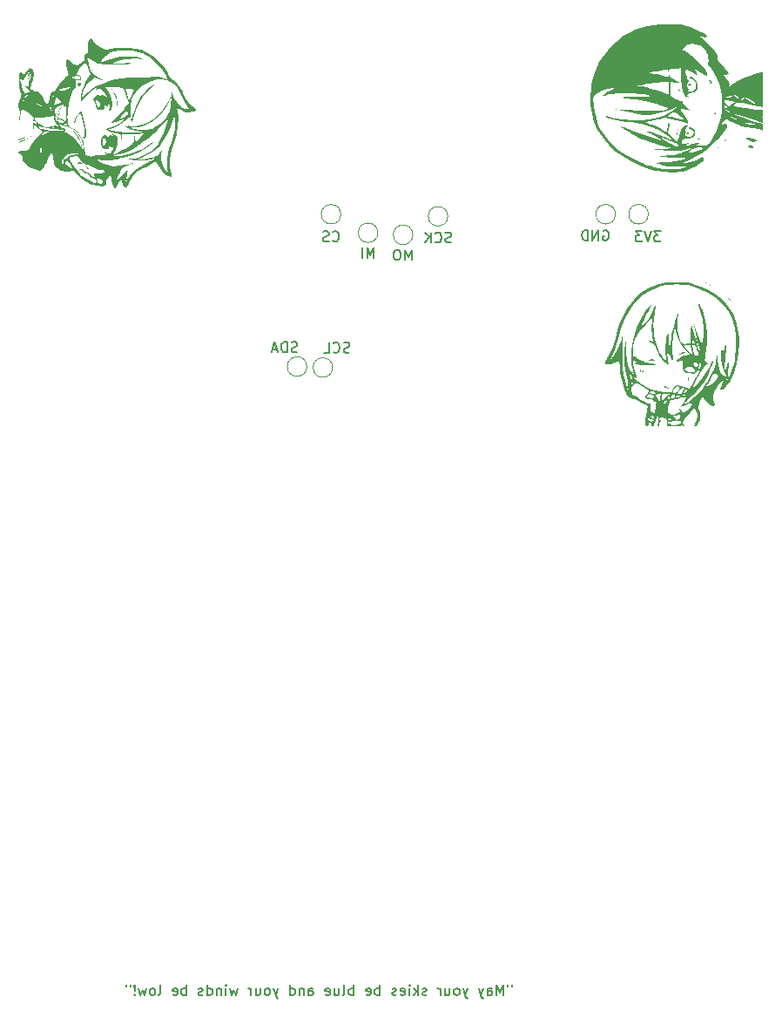
<source format=gbr>
%TF.GenerationSoftware,KiCad,Pcbnew,9.0.7*%
%TF.CreationDate,2026-02-04T09:14:49-08:00*%
%TF.ProjectId,BasicDatalogger,42617369-6344-4617-9461-6c6f67676572,rev?*%
%TF.SameCoordinates,Original*%
%TF.FileFunction,Legend,Bot*%
%TF.FilePolarity,Positive*%
%FSLAX46Y46*%
G04 Gerber Fmt 4.6, Leading zero omitted, Abs format (unit mm)*
G04 Created by KiCad (PCBNEW 9.0.7) date 2026-02-04 09:14:49*
%MOMM*%
%LPD*%
G01*
G04 APERTURE LIST*
%ADD10C,0.200000*%
%ADD11C,0.150000*%
%ADD12C,0.000000*%
%ADD13C,0.120000*%
G04 APERTURE END LIST*
D10*
X121877945Y-127467219D02*
X121877945Y-127657695D01*
X121496993Y-127467219D02*
X121496993Y-127657695D01*
X121068421Y-128467219D02*
X121068421Y-127467219D01*
X121068421Y-127467219D02*
X120735088Y-128181504D01*
X120735088Y-128181504D02*
X120401755Y-127467219D01*
X120401755Y-127467219D02*
X120401755Y-128467219D01*
X119496993Y-128467219D02*
X119496993Y-127943409D01*
X119496993Y-127943409D02*
X119544612Y-127848171D01*
X119544612Y-127848171D02*
X119639850Y-127800552D01*
X119639850Y-127800552D02*
X119830326Y-127800552D01*
X119830326Y-127800552D02*
X119925564Y-127848171D01*
X119496993Y-128419600D02*
X119592231Y-128467219D01*
X119592231Y-128467219D02*
X119830326Y-128467219D01*
X119830326Y-128467219D02*
X119925564Y-128419600D01*
X119925564Y-128419600D02*
X119973183Y-128324361D01*
X119973183Y-128324361D02*
X119973183Y-128229123D01*
X119973183Y-128229123D02*
X119925564Y-128133885D01*
X119925564Y-128133885D02*
X119830326Y-128086266D01*
X119830326Y-128086266D02*
X119592231Y-128086266D01*
X119592231Y-128086266D02*
X119496993Y-128038647D01*
X119116040Y-127800552D02*
X118877945Y-128467219D01*
X118639850Y-127800552D02*
X118877945Y-128467219D01*
X118877945Y-128467219D02*
X118973183Y-128705314D01*
X118973183Y-128705314D02*
X119020802Y-128752933D01*
X119020802Y-128752933D02*
X119116040Y-128800552D01*
X117592230Y-127800552D02*
X117354135Y-128467219D01*
X117116040Y-127800552D02*
X117354135Y-128467219D01*
X117354135Y-128467219D02*
X117449373Y-128705314D01*
X117449373Y-128705314D02*
X117496992Y-128752933D01*
X117496992Y-128752933D02*
X117592230Y-128800552D01*
X116592230Y-128467219D02*
X116687468Y-128419600D01*
X116687468Y-128419600D02*
X116735087Y-128371980D01*
X116735087Y-128371980D02*
X116782706Y-128276742D01*
X116782706Y-128276742D02*
X116782706Y-127991028D01*
X116782706Y-127991028D02*
X116735087Y-127895790D01*
X116735087Y-127895790D02*
X116687468Y-127848171D01*
X116687468Y-127848171D02*
X116592230Y-127800552D01*
X116592230Y-127800552D02*
X116449373Y-127800552D01*
X116449373Y-127800552D02*
X116354135Y-127848171D01*
X116354135Y-127848171D02*
X116306516Y-127895790D01*
X116306516Y-127895790D02*
X116258897Y-127991028D01*
X116258897Y-127991028D02*
X116258897Y-128276742D01*
X116258897Y-128276742D02*
X116306516Y-128371980D01*
X116306516Y-128371980D02*
X116354135Y-128419600D01*
X116354135Y-128419600D02*
X116449373Y-128467219D01*
X116449373Y-128467219D02*
X116592230Y-128467219D01*
X115401754Y-127800552D02*
X115401754Y-128467219D01*
X115830325Y-127800552D02*
X115830325Y-128324361D01*
X115830325Y-128324361D02*
X115782706Y-128419600D01*
X115782706Y-128419600D02*
X115687468Y-128467219D01*
X115687468Y-128467219D02*
X115544611Y-128467219D01*
X115544611Y-128467219D02*
X115449373Y-128419600D01*
X115449373Y-128419600D02*
X115401754Y-128371980D01*
X114925563Y-128467219D02*
X114925563Y-127800552D01*
X114925563Y-127991028D02*
X114877944Y-127895790D01*
X114877944Y-127895790D02*
X114830325Y-127848171D01*
X114830325Y-127848171D02*
X114735087Y-127800552D01*
X114735087Y-127800552D02*
X114639849Y-127800552D01*
X113592229Y-128419600D02*
X113496991Y-128467219D01*
X113496991Y-128467219D02*
X113306515Y-128467219D01*
X113306515Y-128467219D02*
X113211277Y-128419600D01*
X113211277Y-128419600D02*
X113163658Y-128324361D01*
X113163658Y-128324361D02*
X113163658Y-128276742D01*
X113163658Y-128276742D02*
X113211277Y-128181504D01*
X113211277Y-128181504D02*
X113306515Y-128133885D01*
X113306515Y-128133885D02*
X113449372Y-128133885D01*
X113449372Y-128133885D02*
X113544610Y-128086266D01*
X113544610Y-128086266D02*
X113592229Y-127991028D01*
X113592229Y-127991028D02*
X113592229Y-127943409D01*
X113592229Y-127943409D02*
X113544610Y-127848171D01*
X113544610Y-127848171D02*
X113449372Y-127800552D01*
X113449372Y-127800552D02*
X113306515Y-127800552D01*
X113306515Y-127800552D02*
X113211277Y-127848171D01*
X112735086Y-128467219D02*
X112735086Y-127467219D01*
X112639848Y-128086266D02*
X112354134Y-128467219D01*
X112354134Y-127800552D02*
X112735086Y-128181504D01*
X111925562Y-128467219D02*
X111925562Y-127800552D01*
X111925562Y-127467219D02*
X111973181Y-127514838D01*
X111973181Y-127514838D02*
X111925562Y-127562457D01*
X111925562Y-127562457D02*
X111877943Y-127514838D01*
X111877943Y-127514838D02*
X111925562Y-127467219D01*
X111925562Y-127467219D02*
X111925562Y-127562457D01*
X111068420Y-128419600D02*
X111163658Y-128467219D01*
X111163658Y-128467219D02*
X111354134Y-128467219D01*
X111354134Y-128467219D02*
X111449372Y-128419600D01*
X111449372Y-128419600D02*
X111496991Y-128324361D01*
X111496991Y-128324361D02*
X111496991Y-127943409D01*
X111496991Y-127943409D02*
X111449372Y-127848171D01*
X111449372Y-127848171D02*
X111354134Y-127800552D01*
X111354134Y-127800552D02*
X111163658Y-127800552D01*
X111163658Y-127800552D02*
X111068420Y-127848171D01*
X111068420Y-127848171D02*
X111020801Y-127943409D01*
X111020801Y-127943409D02*
X111020801Y-128038647D01*
X111020801Y-128038647D02*
X111496991Y-128133885D01*
X110639848Y-128419600D02*
X110544610Y-128467219D01*
X110544610Y-128467219D02*
X110354134Y-128467219D01*
X110354134Y-128467219D02*
X110258896Y-128419600D01*
X110258896Y-128419600D02*
X110211277Y-128324361D01*
X110211277Y-128324361D02*
X110211277Y-128276742D01*
X110211277Y-128276742D02*
X110258896Y-128181504D01*
X110258896Y-128181504D02*
X110354134Y-128133885D01*
X110354134Y-128133885D02*
X110496991Y-128133885D01*
X110496991Y-128133885D02*
X110592229Y-128086266D01*
X110592229Y-128086266D02*
X110639848Y-127991028D01*
X110639848Y-127991028D02*
X110639848Y-127943409D01*
X110639848Y-127943409D02*
X110592229Y-127848171D01*
X110592229Y-127848171D02*
X110496991Y-127800552D01*
X110496991Y-127800552D02*
X110354134Y-127800552D01*
X110354134Y-127800552D02*
X110258896Y-127848171D01*
X109020800Y-128467219D02*
X109020800Y-127467219D01*
X109020800Y-127848171D02*
X108925562Y-127800552D01*
X108925562Y-127800552D02*
X108735086Y-127800552D01*
X108735086Y-127800552D02*
X108639848Y-127848171D01*
X108639848Y-127848171D02*
X108592229Y-127895790D01*
X108592229Y-127895790D02*
X108544610Y-127991028D01*
X108544610Y-127991028D02*
X108544610Y-128276742D01*
X108544610Y-128276742D02*
X108592229Y-128371980D01*
X108592229Y-128371980D02*
X108639848Y-128419600D01*
X108639848Y-128419600D02*
X108735086Y-128467219D01*
X108735086Y-128467219D02*
X108925562Y-128467219D01*
X108925562Y-128467219D02*
X109020800Y-128419600D01*
X107735086Y-128419600D02*
X107830324Y-128467219D01*
X107830324Y-128467219D02*
X108020800Y-128467219D01*
X108020800Y-128467219D02*
X108116038Y-128419600D01*
X108116038Y-128419600D02*
X108163657Y-128324361D01*
X108163657Y-128324361D02*
X108163657Y-127943409D01*
X108163657Y-127943409D02*
X108116038Y-127848171D01*
X108116038Y-127848171D02*
X108020800Y-127800552D01*
X108020800Y-127800552D02*
X107830324Y-127800552D01*
X107830324Y-127800552D02*
X107735086Y-127848171D01*
X107735086Y-127848171D02*
X107687467Y-127943409D01*
X107687467Y-127943409D02*
X107687467Y-128038647D01*
X107687467Y-128038647D02*
X108163657Y-128133885D01*
X106496990Y-128467219D02*
X106496990Y-127467219D01*
X106496990Y-127848171D02*
X106401752Y-127800552D01*
X106401752Y-127800552D02*
X106211276Y-127800552D01*
X106211276Y-127800552D02*
X106116038Y-127848171D01*
X106116038Y-127848171D02*
X106068419Y-127895790D01*
X106068419Y-127895790D02*
X106020800Y-127991028D01*
X106020800Y-127991028D02*
X106020800Y-128276742D01*
X106020800Y-128276742D02*
X106068419Y-128371980D01*
X106068419Y-128371980D02*
X106116038Y-128419600D01*
X106116038Y-128419600D02*
X106211276Y-128467219D01*
X106211276Y-128467219D02*
X106401752Y-128467219D01*
X106401752Y-128467219D02*
X106496990Y-128419600D01*
X105449371Y-128467219D02*
X105544609Y-128419600D01*
X105544609Y-128419600D02*
X105592228Y-128324361D01*
X105592228Y-128324361D02*
X105592228Y-127467219D01*
X104639847Y-127800552D02*
X104639847Y-128467219D01*
X105068418Y-127800552D02*
X105068418Y-128324361D01*
X105068418Y-128324361D02*
X105020799Y-128419600D01*
X105020799Y-128419600D02*
X104925561Y-128467219D01*
X104925561Y-128467219D02*
X104782704Y-128467219D01*
X104782704Y-128467219D02*
X104687466Y-128419600D01*
X104687466Y-128419600D02*
X104639847Y-128371980D01*
X103782704Y-128419600D02*
X103877942Y-128467219D01*
X103877942Y-128467219D02*
X104068418Y-128467219D01*
X104068418Y-128467219D02*
X104163656Y-128419600D01*
X104163656Y-128419600D02*
X104211275Y-128324361D01*
X104211275Y-128324361D02*
X104211275Y-127943409D01*
X104211275Y-127943409D02*
X104163656Y-127848171D01*
X104163656Y-127848171D02*
X104068418Y-127800552D01*
X104068418Y-127800552D02*
X103877942Y-127800552D01*
X103877942Y-127800552D02*
X103782704Y-127848171D01*
X103782704Y-127848171D02*
X103735085Y-127943409D01*
X103735085Y-127943409D02*
X103735085Y-128038647D01*
X103735085Y-128038647D02*
X104211275Y-128133885D01*
X102116037Y-128467219D02*
X102116037Y-127943409D01*
X102116037Y-127943409D02*
X102163656Y-127848171D01*
X102163656Y-127848171D02*
X102258894Y-127800552D01*
X102258894Y-127800552D02*
X102449370Y-127800552D01*
X102449370Y-127800552D02*
X102544608Y-127848171D01*
X102116037Y-128419600D02*
X102211275Y-128467219D01*
X102211275Y-128467219D02*
X102449370Y-128467219D01*
X102449370Y-128467219D02*
X102544608Y-128419600D01*
X102544608Y-128419600D02*
X102592227Y-128324361D01*
X102592227Y-128324361D02*
X102592227Y-128229123D01*
X102592227Y-128229123D02*
X102544608Y-128133885D01*
X102544608Y-128133885D02*
X102449370Y-128086266D01*
X102449370Y-128086266D02*
X102211275Y-128086266D01*
X102211275Y-128086266D02*
X102116037Y-128038647D01*
X101639846Y-127800552D02*
X101639846Y-128467219D01*
X101639846Y-127895790D02*
X101592227Y-127848171D01*
X101592227Y-127848171D02*
X101496989Y-127800552D01*
X101496989Y-127800552D02*
X101354132Y-127800552D01*
X101354132Y-127800552D02*
X101258894Y-127848171D01*
X101258894Y-127848171D02*
X101211275Y-127943409D01*
X101211275Y-127943409D02*
X101211275Y-128467219D01*
X100306513Y-128467219D02*
X100306513Y-127467219D01*
X100306513Y-128419600D02*
X100401751Y-128467219D01*
X100401751Y-128467219D02*
X100592227Y-128467219D01*
X100592227Y-128467219D02*
X100687465Y-128419600D01*
X100687465Y-128419600D02*
X100735084Y-128371980D01*
X100735084Y-128371980D02*
X100782703Y-128276742D01*
X100782703Y-128276742D02*
X100782703Y-127991028D01*
X100782703Y-127991028D02*
X100735084Y-127895790D01*
X100735084Y-127895790D02*
X100687465Y-127848171D01*
X100687465Y-127848171D02*
X100592227Y-127800552D01*
X100592227Y-127800552D02*
X100401751Y-127800552D01*
X100401751Y-127800552D02*
X100306513Y-127848171D01*
X99163655Y-127800552D02*
X98925560Y-128467219D01*
X98687465Y-127800552D02*
X98925560Y-128467219D01*
X98925560Y-128467219D02*
X99020798Y-128705314D01*
X99020798Y-128705314D02*
X99068417Y-128752933D01*
X99068417Y-128752933D02*
X99163655Y-128800552D01*
X98163655Y-128467219D02*
X98258893Y-128419600D01*
X98258893Y-128419600D02*
X98306512Y-128371980D01*
X98306512Y-128371980D02*
X98354131Y-128276742D01*
X98354131Y-128276742D02*
X98354131Y-127991028D01*
X98354131Y-127991028D02*
X98306512Y-127895790D01*
X98306512Y-127895790D02*
X98258893Y-127848171D01*
X98258893Y-127848171D02*
X98163655Y-127800552D01*
X98163655Y-127800552D02*
X98020798Y-127800552D01*
X98020798Y-127800552D02*
X97925560Y-127848171D01*
X97925560Y-127848171D02*
X97877941Y-127895790D01*
X97877941Y-127895790D02*
X97830322Y-127991028D01*
X97830322Y-127991028D02*
X97830322Y-128276742D01*
X97830322Y-128276742D02*
X97877941Y-128371980D01*
X97877941Y-128371980D02*
X97925560Y-128419600D01*
X97925560Y-128419600D02*
X98020798Y-128467219D01*
X98020798Y-128467219D02*
X98163655Y-128467219D01*
X96973179Y-127800552D02*
X96973179Y-128467219D01*
X97401750Y-127800552D02*
X97401750Y-128324361D01*
X97401750Y-128324361D02*
X97354131Y-128419600D01*
X97354131Y-128419600D02*
X97258893Y-128467219D01*
X97258893Y-128467219D02*
X97116036Y-128467219D01*
X97116036Y-128467219D02*
X97020798Y-128419600D01*
X97020798Y-128419600D02*
X96973179Y-128371980D01*
X96496988Y-128467219D02*
X96496988Y-127800552D01*
X96496988Y-127991028D02*
X96449369Y-127895790D01*
X96449369Y-127895790D02*
X96401750Y-127848171D01*
X96401750Y-127848171D02*
X96306512Y-127800552D01*
X96306512Y-127800552D02*
X96211274Y-127800552D01*
X95211273Y-127800552D02*
X95020797Y-128467219D01*
X95020797Y-128467219D02*
X94830321Y-127991028D01*
X94830321Y-127991028D02*
X94639845Y-128467219D01*
X94639845Y-128467219D02*
X94449369Y-127800552D01*
X94068416Y-128467219D02*
X94068416Y-127800552D01*
X94068416Y-127467219D02*
X94116035Y-127514838D01*
X94116035Y-127514838D02*
X94068416Y-127562457D01*
X94068416Y-127562457D02*
X94020797Y-127514838D01*
X94020797Y-127514838D02*
X94068416Y-127467219D01*
X94068416Y-127467219D02*
X94068416Y-127562457D01*
X93592226Y-127800552D02*
X93592226Y-128467219D01*
X93592226Y-127895790D02*
X93544607Y-127848171D01*
X93544607Y-127848171D02*
X93449369Y-127800552D01*
X93449369Y-127800552D02*
X93306512Y-127800552D01*
X93306512Y-127800552D02*
X93211274Y-127848171D01*
X93211274Y-127848171D02*
X93163655Y-127943409D01*
X93163655Y-127943409D02*
X93163655Y-128467219D01*
X92258893Y-128467219D02*
X92258893Y-127467219D01*
X92258893Y-128419600D02*
X92354131Y-128467219D01*
X92354131Y-128467219D02*
X92544607Y-128467219D01*
X92544607Y-128467219D02*
X92639845Y-128419600D01*
X92639845Y-128419600D02*
X92687464Y-128371980D01*
X92687464Y-128371980D02*
X92735083Y-128276742D01*
X92735083Y-128276742D02*
X92735083Y-127991028D01*
X92735083Y-127991028D02*
X92687464Y-127895790D01*
X92687464Y-127895790D02*
X92639845Y-127848171D01*
X92639845Y-127848171D02*
X92544607Y-127800552D01*
X92544607Y-127800552D02*
X92354131Y-127800552D01*
X92354131Y-127800552D02*
X92258893Y-127848171D01*
X91830321Y-128419600D02*
X91735083Y-128467219D01*
X91735083Y-128467219D02*
X91544607Y-128467219D01*
X91544607Y-128467219D02*
X91449369Y-128419600D01*
X91449369Y-128419600D02*
X91401750Y-128324361D01*
X91401750Y-128324361D02*
X91401750Y-128276742D01*
X91401750Y-128276742D02*
X91449369Y-128181504D01*
X91449369Y-128181504D02*
X91544607Y-128133885D01*
X91544607Y-128133885D02*
X91687464Y-128133885D01*
X91687464Y-128133885D02*
X91782702Y-128086266D01*
X91782702Y-128086266D02*
X91830321Y-127991028D01*
X91830321Y-127991028D02*
X91830321Y-127943409D01*
X91830321Y-127943409D02*
X91782702Y-127848171D01*
X91782702Y-127848171D02*
X91687464Y-127800552D01*
X91687464Y-127800552D02*
X91544607Y-127800552D01*
X91544607Y-127800552D02*
X91449369Y-127848171D01*
X90211273Y-128467219D02*
X90211273Y-127467219D01*
X90211273Y-127848171D02*
X90116035Y-127800552D01*
X90116035Y-127800552D02*
X89925559Y-127800552D01*
X89925559Y-127800552D02*
X89830321Y-127848171D01*
X89830321Y-127848171D02*
X89782702Y-127895790D01*
X89782702Y-127895790D02*
X89735083Y-127991028D01*
X89735083Y-127991028D02*
X89735083Y-128276742D01*
X89735083Y-128276742D02*
X89782702Y-128371980D01*
X89782702Y-128371980D02*
X89830321Y-128419600D01*
X89830321Y-128419600D02*
X89925559Y-128467219D01*
X89925559Y-128467219D02*
X90116035Y-128467219D01*
X90116035Y-128467219D02*
X90211273Y-128419600D01*
X88925559Y-128419600D02*
X89020797Y-128467219D01*
X89020797Y-128467219D02*
X89211273Y-128467219D01*
X89211273Y-128467219D02*
X89306511Y-128419600D01*
X89306511Y-128419600D02*
X89354130Y-128324361D01*
X89354130Y-128324361D02*
X89354130Y-127943409D01*
X89354130Y-127943409D02*
X89306511Y-127848171D01*
X89306511Y-127848171D02*
X89211273Y-127800552D01*
X89211273Y-127800552D02*
X89020797Y-127800552D01*
X89020797Y-127800552D02*
X88925559Y-127848171D01*
X88925559Y-127848171D02*
X88877940Y-127943409D01*
X88877940Y-127943409D02*
X88877940Y-128038647D01*
X88877940Y-128038647D02*
X89354130Y-128133885D01*
X87544606Y-128467219D02*
X87639844Y-128419600D01*
X87639844Y-128419600D02*
X87687463Y-128324361D01*
X87687463Y-128324361D02*
X87687463Y-127467219D01*
X87020796Y-128467219D02*
X87116034Y-128419600D01*
X87116034Y-128419600D02*
X87163653Y-128371980D01*
X87163653Y-128371980D02*
X87211272Y-128276742D01*
X87211272Y-128276742D02*
X87211272Y-127991028D01*
X87211272Y-127991028D02*
X87163653Y-127895790D01*
X87163653Y-127895790D02*
X87116034Y-127848171D01*
X87116034Y-127848171D02*
X87020796Y-127800552D01*
X87020796Y-127800552D02*
X86877939Y-127800552D01*
X86877939Y-127800552D02*
X86782701Y-127848171D01*
X86782701Y-127848171D02*
X86735082Y-127895790D01*
X86735082Y-127895790D02*
X86687463Y-127991028D01*
X86687463Y-127991028D02*
X86687463Y-128276742D01*
X86687463Y-128276742D02*
X86735082Y-128371980D01*
X86735082Y-128371980D02*
X86782701Y-128419600D01*
X86782701Y-128419600D02*
X86877939Y-128467219D01*
X86877939Y-128467219D02*
X87020796Y-128467219D01*
X86354129Y-127800552D02*
X86163653Y-128467219D01*
X86163653Y-128467219D02*
X85973177Y-127991028D01*
X85973177Y-127991028D02*
X85782701Y-128467219D01*
X85782701Y-128467219D02*
X85592225Y-127800552D01*
X85211272Y-128371980D02*
X85163653Y-128419600D01*
X85163653Y-128419600D02*
X85211272Y-128467219D01*
X85211272Y-128467219D02*
X85258891Y-128419600D01*
X85258891Y-128419600D02*
X85211272Y-128371980D01*
X85211272Y-128371980D02*
X85211272Y-128467219D01*
X85211272Y-128086266D02*
X85258891Y-127514838D01*
X85258891Y-127514838D02*
X85211272Y-127467219D01*
X85211272Y-127467219D02*
X85163653Y-127514838D01*
X85163653Y-127514838D02*
X85211272Y-128086266D01*
X85211272Y-128086266D02*
X85211272Y-127467219D01*
X84782701Y-127467219D02*
X84782701Y-127657695D01*
X84401749Y-127467219D02*
X84401749Y-127657695D01*
D11*
X112157142Y-57054819D02*
X112157142Y-56054819D01*
X112157142Y-56054819D02*
X111823809Y-56769104D01*
X111823809Y-56769104D02*
X111490476Y-56054819D01*
X111490476Y-56054819D02*
X111490476Y-57054819D01*
X110823809Y-56054819D02*
X110633333Y-56054819D01*
X110633333Y-56054819D02*
X110538095Y-56102438D01*
X110538095Y-56102438D02*
X110442857Y-56197676D01*
X110442857Y-56197676D02*
X110395238Y-56388152D01*
X110395238Y-56388152D02*
X110395238Y-56721485D01*
X110395238Y-56721485D02*
X110442857Y-56911961D01*
X110442857Y-56911961D02*
X110538095Y-57007200D01*
X110538095Y-57007200D02*
X110633333Y-57054819D01*
X110633333Y-57054819D02*
X110823809Y-57054819D01*
X110823809Y-57054819D02*
X110919047Y-57007200D01*
X110919047Y-57007200D02*
X111014285Y-56911961D01*
X111014285Y-56911961D02*
X111061904Y-56721485D01*
X111061904Y-56721485D02*
X111061904Y-56388152D01*
X111061904Y-56388152D02*
X111014285Y-56197676D01*
X111014285Y-56197676D02*
X110919047Y-56102438D01*
X110919047Y-56102438D02*
X110823809Y-56054819D01*
X108471427Y-56854819D02*
X108471427Y-55854819D01*
X108471427Y-55854819D02*
X108138094Y-56569104D01*
X108138094Y-56569104D02*
X107804761Y-55854819D01*
X107804761Y-55854819D02*
X107804761Y-56854819D01*
X107328570Y-56854819D02*
X107328570Y-55854819D01*
X104466666Y-55159580D02*
X104514285Y-55207200D01*
X104514285Y-55207200D02*
X104657142Y-55254819D01*
X104657142Y-55254819D02*
X104752380Y-55254819D01*
X104752380Y-55254819D02*
X104895237Y-55207200D01*
X104895237Y-55207200D02*
X104990475Y-55111961D01*
X104990475Y-55111961D02*
X105038094Y-55016723D01*
X105038094Y-55016723D02*
X105085713Y-54826247D01*
X105085713Y-54826247D02*
X105085713Y-54683390D01*
X105085713Y-54683390D02*
X105038094Y-54492914D01*
X105038094Y-54492914D02*
X104990475Y-54397676D01*
X104990475Y-54397676D02*
X104895237Y-54302438D01*
X104895237Y-54302438D02*
X104752380Y-54254819D01*
X104752380Y-54254819D02*
X104657142Y-54254819D01*
X104657142Y-54254819D02*
X104514285Y-54302438D01*
X104514285Y-54302438D02*
X104466666Y-54350057D01*
X104085713Y-55207200D02*
X103942856Y-55254819D01*
X103942856Y-55254819D02*
X103704761Y-55254819D01*
X103704761Y-55254819D02*
X103609523Y-55207200D01*
X103609523Y-55207200D02*
X103561904Y-55159580D01*
X103561904Y-55159580D02*
X103514285Y-55064342D01*
X103514285Y-55064342D02*
X103514285Y-54969104D01*
X103514285Y-54969104D02*
X103561904Y-54873866D01*
X103561904Y-54873866D02*
X103609523Y-54826247D01*
X103609523Y-54826247D02*
X103704761Y-54778628D01*
X103704761Y-54778628D02*
X103895237Y-54731009D01*
X103895237Y-54731009D02*
X103990475Y-54683390D01*
X103990475Y-54683390D02*
X104038094Y-54635771D01*
X104038094Y-54635771D02*
X104085713Y-54540533D01*
X104085713Y-54540533D02*
X104085713Y-54445295D01*
X104085713Y-54445295D02*
X104038094Y-54350057D01*
X104038094Y-54350057D02*
X103990475Y-54302438D01*
X103990475Y-54302438D02*
X103895237Y-54254819D01*
X103895237Y-54254819D02*
X103657142Y-54254819D01*
X103657142Y-54254819D02*
X103514285Y-54302438D01*
X130761904Y-54202438D02*
X130857142Y-54154819D01*
X130857142Y-54154819D02*
X130999999Y-54154819D01*
X130999999Y-54154819D02*
X131142856Y-54202438D01*
X131142856Y-54202438D02*
X131238094Y-54297676D01*
X131238094Y-54297676D02*
X131285713Y-54392914D01*
X131285713Y-54392914D02*
X131333332Y-54583390D01*
X131333332Y-54583390D02*
X131333332Y-54726247D01*
X131333332Y-54726247D02*
X131285713Y-54916723D01*
X131285713Y-54916723D02*
X131238094Y-55011961D01*
X131238094Y-55011961D02*
X131142856Y-55107200D01*
X131142856Y-55107200D02*
X130999999Y-55154819D01*
X130999999Y-55154819D02*
X130904761Y-55154819D01*
X130904761Y-55154819D02*
X130761904Y-55107200D01*
X130761904Y-55107200D02*
X130714285Y-55059580D01*
X130714285Y-55059580D02*
X130714285Y-54726247D01*
X130714285Y-54726247D02*
X130904761Y-54726247D01*
X130285713Y-55154819D02*
X130285713Y-54154819D01*
X130285713Y-54154819D02*
X129714285Y-55154819D01*
X129714285Y-55154819D02*
X129714285Y-54154819D01*
X129238094Y-55154819D02*
X129238094Y-54154819D01*
X129238094Y-54154819D02*
X128999999Y-54154819D01*
X128999999Y-54154819D02*
X128857142Y-54202438D01*
X128857142Y-54202438D02*
X128761904Y-54297676D01*
X128761904Y-54297676D02*
X128714285Y-54392914D01*
X128714285Y-54392914D02*
X128666666Y-54583390D01*
X128666666Y-54583390D02*
X128666666Y-54726247D01*
X128666666Y-54726247D02*
X128714285Y-54916723D01*
X128714285Y-54916723D02*
X128761904Y-55011961D01*
X128761904Y-55011961D02*
X128857142Y-55107200D01*
X128857142Y-55107200D02*
X128999999Y-55154819D01*
X128999999Y-55154819D02*
X129238094Y-55154819D01*
X106090475Y-66007200D02*
X105947618Y-66054819D01*
X105947618Y-66054819D02*
X105709523Y-66054819D01*
X105709523Y-66054819D02*
X105614285Y-66007200D01*
X105614285Y-66007200D02*
X105566666Y-65959580D01*
X105566666Y-65959580D02*
X105519047Y-65864342D01*
X105519047Y-65864342D02*
X105519047Y-65769104D01*
X105519047Y-65769104D02*
X105566666Y-65673866D01*
X105566666Y-65673866D02*
X105614285Y-65626247D01*
X105614285Y-65626247D02*
X105709523Y-65578628D01*
X105709523Y-65578628D02*
X105899999Y-65531009D01*
X105899999Y-65531009D02*
X105995237Y-65483390D01*
X105995237Y-65483390D02*
X106042856Y-65435771D01*
X106042856Y-65435771D02*
X106090475Y-65340533D01*
X106090475Y-65340533D02*
X106090475Y-65245295D01*
X106090475Y-65245295D02*
X106042856Y-65150057D01*
X106042856Y-65150057D02*
X105995237Y-65102438D01*
X105995237Y-65102438D02*
X105899999Y-65054819D01*
X105899999Y-65054819D02*
X105661904Y-65054819D01*
X105661904Y-65054819D02*
X105519047Y-65102438D01*
X104519047Y-65959580D02*
X104566666Y-66007200D01*
X104566666Y-66007200D02*
X104709523Y-66054819D01*
X104709523Y-66054819D02*
X104804761Y-66054819D01*
X104804761Y-66054819D02*
X104947618Y-66007200D01*
X104947618Y-66007200D02*
X105042856Y-65911961D01*
X105042856Y-65911961D02*
X105090475Y-65816723D01*
X105090475Y-65816723D02*
X105138094Y-65626247D01*
X105138094Y-65626247D02*
X105138094Y-65483390D01*
X105138094Y-65483390D02*
X105090475Y-65292914D01*
X105090475Y-65292914D02*
X105042856Y-65197676D01*
X105042856Y-65197676D02*
X104947618Y-65102438D01*
X104947618Y-65102438D02*
X104804761Y-65054819D01*
X104804761Y-65054819D02*
X104709523Y-65054819D01*
X104709523Y-65054819D02*
X104566666Y-65102438D01*
X104566666Y-65102438D02*
X104519047Y-65150057D01*
X103614285Y-66054819D02*
X104090475Y-66054819D01*
X104090475Y-66054819D02*
X104090475Y-65054819D01*
X115985713Y-55307200D02*
X115842856Y-55354819D01*
X115842856Y-55354819D02*
X115604761Y-55354819D01*
X115604761Y-55354819D02*
X115509523Y-55307200D01*
X115509523Y-55307200D02*
X115461904Y-55259580D01*
X115461904Y-55259580D02*
X115414285Y-55164342D01*
X115414285Y-55164342D02*
X115414285Y-55069104D01*
X115414285Y-55069104D02*
X115461904Y-54973866D01*
X115461904Y-54973866D02*
X115509523Y-54926247D01*
X115509523Y-54926247D02*
X115604761Y-54878628D01*
X115604761Y-54878628D02*
X115795237Y-54831009D01*
X115795237Y-54831009D02*
X115890475Y-54783390D01*
X115890475Y-54783390D02*
X115938094Y-54735771D01*
X115938094Y-54735771D02*
X115985713Y-54640533D01*
X115985713Y-54640533D02*
X115985713Y-54545295D01*
X115985713Y-54545295D02*
X115938094Y-54450057D01*
X115938094Y-54450057D02*
X115890475Y-54402438D01*
X115890475Y-54402438D02*
X115795237Y-54354819D01*
X115795237Y-54354819D02*
X115557142Y-54354819D01*
X115557142Y-54354819D02*
X115414285Y-54402438D01*
X114414285Y-55259580D02*
X114461904Y-55307200D01*
X114461904Y-55307200D02*
X114604761Y-55354819D01*
X114604761Y-55354819D02*
X114699999Y-55354819D01*
X114699999Y-55354819D02*
X114842856Y-55307200D01*
X114842856Y-55307200D02*
X114938094Y-55211961D01*
X114938094Y-55211961D02*
X114985713Y-55116723D01*
X114985713Y-55116723D02*
X115033332Y-54926247D01*
X115033332Y-54926247D02*
X115033332Y-54783390D01*
X115033332Y-54783390D02*
X114985713Y-54592914D01*
X114985713Y-54592914D02*
X114938094Y-54497676D01*
X114938094Y-54497676D02*
X114842856Y-54402438D01*
X114842856Y-54402438D02*
X114699999Y-54354819D01*
X114699999Y-54354819D02*
X114604761Y-54354819D01*
X114604761Y-54354819D02*
X114461904Y-54402438D01*
X114461904Y-54402438D02*
X114414285Y-54450057D01*
X113985713Y-55354819D02*
X113985713Y-54354819D01*
X113414285Y-55354819D02*
X113842856Y-54783390D01*
X113414285Y-54354819D02*
X113985713Y-54926247D01*
X136338094Y-54254819D02*
X135719047Y-54254819D01*
X135719047Y-54254819D02*
X136052380Y-54635771D01*
X136052380Y-54635771D02*
X135909523Y-54635771D01*
X135909523Y-54635771D02*
X135814285Y-54683390D01*
X135814285Y-54683390D02*
X135766666Y-54731009D01*
X135766666Y-54731009D02*
X135719047Y-54826247D01*
X135719047Y-54826247D02*
X135719047Y-55064342D01*
X135719047Y-55064342D02*
X135766666Y-55159580D01*
X135766666Y-55159580D02*
X135814285Y-55207200D01*
X135814285Y-55207200D02*
X135909523Y-55254819D01*
X135909523Y-55254819D02*
X136195237Y-55254819D01*
X136195237Y-55254819D02*
X136290475Y-55207200D01*
X136290475Y-55207200D02*
X136338094Y-55159580D01*
X135433332Y-54254819D02*
X135099999Y-55254819D01*
X135099999Y-55254819D02*
X134766666Y-54254819D01*
X134528570Y-54254819D02*
X133909523Y-54254819D01*
X133909523Y-54254819D02*
X134242856Y-54635771D01*
X134242856Y-54635771D02*
X134099999Y-54635771D01*
X134099999Y-54635771D02*
X134004761Y-54683390D01*
X134004761Y-54683390D02*
X133957142Y-54731009D01*
X133957142Y-54731009D02*
X133909523Y-54826247D01*
X133909523Y-54826247D02*
X133909523Y-55064342D01*
X133909523Y-55064342D02*
X133957142Y-55159580D01*
X133957142Y-55159580D02*
X134004761Y-55207200D01*
X134004761Y-55207200D02*
X134099999Y-55254819D01*
X134099999Y-55254819D02*
X134385713Y-55254819D01*
X134385713Y-55254819D02*
X134480951Y-55207200D01*
X134480951Y-55207200D02*
X134528570Y-55159580D01*
X101014285Y-65957200D02*
X100871428Y-66004819D01*
X100871428Y-66004819D02*
X100633333Y-66004819D01*
X100633333Y-66004819D02*
X100538095Y-65957200D01*
X100538095Y-65957200D02*
X100490476Y-65909580D01*
X100490476Y-65909580D02*
X100442857Y-65814342D01*
X100442857Y-65814342D02*
X100442857Y-65719104D01*
X100442857Y-65719104D02*
X100490476Y-65623866D01*
X100490476Y-65623866D02*
X100538095Y-65576247D01*
X100538095Y-65576247D02*
X100633333Y-65528628D01*
X100633333Y-65528628D02*
X100823809Y-65481009D01*
X100823809Y-65481009D02*
X100919047Y-65433390D01*
X100919047Y-65433390D02*
X100966666Y-65385771D01*
X100966666Y-65385771D02*
X101014285Y-65290533D01*
X101014285Y-65290533D02*
X101014285Y-65195295D01*
X101014285Y-65195295D02*
X100966666Y-65100057D01*
X100966666Y-65100057D02*
X100919047Y-65052438D01*
X100919047Y-65052438D02*
X100823809Y-65004819D01*
X100823809Y-65004819D02*
X100585714Y-65004819D01*
X100585714Y-65004819D02*
X100442857Y-65052438D01*
X100014285Y-66004819D02*
X100014285Y-65004819D01*
X100014285Y-65004819D02*
X99776190Y-65004819D01*
X99776190Y-65004819D02*
X99633333Y-65052438D01*
X99633333Y-65052438D02*
X99538095Y-65147676D01*
X99538095Y-65147676D02*
X99490476Y-65242914D01*
X99490476Y-65242914D02*
X99442857Y-65433390D01*
X99442857Y-65433390D02*
X99442857Y-65576247D01*
X99442857Y-65576247D02*
X99490476Y-65766723D01*
X99490476Y-65766723D02*
X99538095Y-65861961D01*
X99538095Y-65861961D02*
X99633333Y-65957200D01*
X99633333Y-65957200D02*
X99776190Y-66004819D01*
X99776190Y-66004819D02*
X100014285Y-66004819D01*
X99061904Y-65719104D02*
X98585714Y-65719104D01*
X99157142Y-66004819D02*
X98823809Y-65004819D01*
X98823809Y-65004819D02*
X98490476Y-66004819D01*
D12*
%TO.C,G\u002A\u002A\u002A*%
G36*
X137342183Y-34137416D02*
G01*
X137768542Y-34144341D01*
X138100257Y-34161021D01*
X138371949Y-34190589D01*
X138618242Y-34236184D01*
X138873760Y-34300939D01*
X138929019Y-34316808D01*
X139247471Y-34423660D01*
X139403257Y-34484836D01*
X139600216Y-34562181D01*
X139958352Y-34718626D01*
X140292975Y-34879249D01*
X140575185Y-35030307D01*
X140776080Y-35158053D01*
X140866756Y-35248744D01*
X140876819Y-35291102D01*
X140826197Y-35380167D01*
X140675981Y-35404673D01*
X140454807Y-35357087D01*
X140435044Y-35350415D01*
X140268355Y-35312273D01*
X140176184Y-35322632D01*
X140169513Y-35351888D01*
X140243731Y-35408235D01*
X140313603Y-35448194D01*
X140484591Y-35585445D01*
X140710608Y-35791966D01*
X140966236Y-36041995D01*
X141226058Y-36309768D01*
X141464660Y-36569524D01*
X141656624Y-36795498D01*
X141776534Y-36961929D01*
X141884338Y-37165644D01*
X141913360Y-37294585D01*
X141871506Y-37387960D01*
X141841675Y-37446144D01*
X141861862Y-37538435D01*
X141961326Y-37676217D01*
X142155382Y-37886380D01*
X142295829Y-38034144D01*
X142585759Y-38357345D01*
X142800988Y-38625273D01*
X142930033Y-38822984D01*
X142961413Y-38935530D01*
X142960043Y-38939047D01*
X142869365Y-39000330D01*
X142697906Y-39038833D01*
X142460572Y-39062214D01*
X142680406Y-39339777D01*
X142763525Y-39447811D01*
X142956743Y-39745526D01*
X143033114Y-39964940D01*
X142995203Y-40112346D01*
X142957543Y-40173382D01*
X142957120Y-40260133D01*
X142959818Y-40262359D01*
X143035383Y-40236623D01*
X143147025Y-40123675D01*
X143253351Y-40011154D01*
X143558994Y-39789473D01*
X143667323Y-39732206D01*
X144004911Y-39553744D01*
X144532357Y-39328571D01*
X144594477Y-39302051D01*
X144714165Y-39256313D01*
X145069763Y-39131903D01*
X145438821Y-39016244D01*
X145783322Y-38920190D01*
X146065246Y-38854597D01*
X146246577Y-38830320D01*
X146253610Y-38837247D01*
X146274456Y-38951292D01*
X146291731Y-39193765D01*
X146304826Y-39549635D01*
X146313131Y-40003874D01*
X146316034Y-40541450D01*
X146315680Y-40976503D01*
X146313477Y-41419662D01*
X146308074Y-41744986D01*
X146298139Y-41969536D01*
X146282340Y-42110368D01*
X146259346Y-42184541D01*
X146227824Y-42209112D01*
X146186443Y-42201138D01*
X146026989Y-42151662D01*
X145757392Y-42082911D01*
X145418681Y-42004215D01*
X145049607Y-41923992D01*
X144688921Y-41850658D01*
X144375374Y-41792629D01*
X144147717Y-41758323D01*
X143902369Y-41741980D01*
X143726532Y-41770412D01*
X143581791Y-41855830D01*
X143402358Y-41997520D01*
X143635065Y-42117857D01*
X143641900Y-42121149D01*
X143793093Y-42164752D01*
X144056645Y-42216595D01*
X144400215Y-42272357D01*
X144427696Y-42276245D01*
X144791464Y-42327717D01*
X145198051Y-42378355D01*
X145587636Y-42419950D01*
X145927880Y-42448180D01*
X146186443Y-42458727D01*
X146256419Y-42476889D01*
X146303487Y-42571134D01*
X146316034Y-42777317D01*
X146313659Y-42851476D01*
X146281409Y-43062494D01*
X146223469Y-43195470D01*
X146219841Y-43199386D01*
X146167945Y-43265141D01*
X146223469Y-43242936D01*
X146245364Y-43233686D01*
X146299525Y-43274349D01*
X146316034Y-43444748D01*
X146316034Y-43698820D01*
X145779154Y-43554920D01*
X145614823Y-43508037D01*
X145256181Y-43395221D01*
X144854566Y-43259263D01*
X144469969Y-43120087D01*
X144248080Y-43038381D01*
X143927249Y-42928319D01*
X143684518Y-42855568D01*
X143535004Y-42823873D01*
X143493824Y-42836979D01*
X143576093Y-42898630D01*
X143637574Y-42929140D01*
X143847884Y-43015542D01*
X144139171Y-43124577D01*
X144165256Y-43134341D01*
X144567564Y-43277567D01*
X145032682Y-43437251D01*
X145538483Y-43605424D01*
X146279008Y-43847753D01*
X146301503Y-44147379D01*
X146323998Y-44447004D01*
X145931241Y-44341461D01*
X145771340Y-44303252D01*
X145424682Y-44238875D01*
X145094169Y-44196245D01*
X144897028Y-44176599D01*
X144640061Y-44145147D01*
X144464723Y-44116620D01*
X144415199Y-44103988D01*
X144199436Y-44029925D01*
X143919115Y-43916845D01*
X143614846Y-43783051D01*
X143327238Y-43646847D01*
X143096900Y-43526535D01*
X142964440Y-43440418D01*
X142902087Y-43390281D01*
X142794284Y-43363219D01*
X142641443Y-43426387D01*
X142526564Y-43514418D01*
X142406445Y-43666900D01*
X142338477Y-43820448D01*
X142351701Y-43925073D01*
X142420699Y-43913346D01*
X142543425Y-43825182D01*
X142608691Y-43769499D01*
X142698658Y-43731228D01*
X142764902Y-43794781D01*
X142796706Y-43854115D01*
X142834434Y-43983833D01*
X142834448Y-43985330D01*
X142780521Y-44165222D01*
X142629181Y-44419164D01*
X142397995Y-44728295D01*
X142104528Y-45073755D01*
X141766346Y-45436684D01*
X141401015Y-45798223D01*
X141026100Y-46139511D01*
X140659168Y-46441690D01*
X140317784Y-46685898D01*
X139845738Y-46978260D01*
X139245821Y-47301879D01*
X138688629Y-47540454D01*
X138429446Y-47636064D01*
X138657886Y-47639315D01*
X138845760Y-47619835D01*
X139148138Y-47551072D01*
X139492102Y-47447250D01*
X139827882Y-47323629D01*
X140105709Y-47195466D01*
X140236019Y-47128499D01*
X140418420Y-47061061D01*
X140512950Y-47082448D01*
X140539941Y-47192524D01*
X140489510Y-47331014D01*
X140322039Y-47522084D01*
X140061114Y-47732478D01*
X139731468Y-47946342D01*
X139357836Y-48147824D01*
X138964952Y-48321072D01*
X138577551Y-48450233D01*
X138477067Y-48471944D01*
X138161076Y-48508047D01*
X137758477Y-48525863D01*
X137311176Y-48525850D01*
X136861083Y-48508465D01*
X136450104Y-48474165D01*
X136120147Y-48423408D01*
X135787808Y-48344793D01*
X134972423Y-48093254D01*
X134154635Y-47765242D01*
X133364544Y-47376404D01*
X132632249Y-46942388D01*
X131987850Y-46478843D01*
X131461446Y-46001417D01*
X131319064Y-45849595D01*
X130706307Y-45114673D01*
X130229874Y-44380945D01*
X129881838Y-43628107D01*
X129654270Y-42835856D01*
X129539242Y-41983886D01*
X129534092Y-41523111D01*
X129806384Y-41523111D01*
X129823818Y-41847427D01*
X129850958Y-42115689D01*
X129939466Y-42636014D01*
X130068581Y-43183748D01*
X130223765Y-43700396D01*
X130390481Y-44127464D01*
X130476921Y-44291325D01*
X130684302Y-44616427D01*
X130951217Y-44985427D01*
X131249212Y-45361431D01*
X131549831Y-45707548D01*
X131824620Y-45986882D01*
X132324696Y-46401427D01*
X132959223Y-46837380D01*
X133641367Y-47229557D01*
X134319533Y-47545721D01*
X134597104Y-47655696D01*
X134883223Y-47762857D01*
X135097749Y-47836153D01*
X135208163Y-47863941D01*
X135325766Y-47885362D01*
X135539902Y-47941750D01*
X135800583Y-48020452D01*
X135807077Y-48022518D01*
X136176382Y-48112975D01*
X136633392Y-48174724D01*
X137207580Y-48211771D01*
X137402983Y-48219255D01*
X137751938Y-48227243D01*
X138013345Y-48219704D01*
X138228839Y-48192424D01*
X138440056Y-48141183D01*
X138688629Y-48061766D01*
X139244023Y-47874262D01*
X138836734Y-47922650D01*
X138778475Y-47929251D01*
X138200752Y-47966284D01*
X137593721Y-47961477D01*
X137015096Y-47917014D01*
X136522594Y-47835079D01*
X136446070Y-47816707D01*
X136192756Y-47746268D01*
X136015457Y-47681735D01*
X135948688Y-47635132D01*
X135958554Y-47623324D01*
X136073059Y-47595309D01*
X136288803Y-47575821D01*
X136571619Y-47568513D01*
X136724351Y-47566207D01*
X137231297Y-47531294D01*
X137740588Y-47460678D01*
X138202219Y-47362474D01*
X138566185Y-47244798D01*
X138623372Y-47220319D01*
X138775646Y-47147762D01*
X138836734Y-47105954D01*
X138772937Y-47097240D01*
X138599072Y-47098886D01*
X138353733Y-47110908D01*
X138192888Y-47117710D01*
X137879858Y-47118983D01*
X137530787Y-47109824D01*
X137176364Y-47092239D01*
X136847280Y-47068237D01*
X136574223Y-47039824D01*
X136387883Y-47009009D01*
X136318950Y-46977800D01*
X136339262Y-46962846D01*
X136473619Y-46934062D01*
X136706037Y-46907823D01*
X137003935Y-46888383D01*
X137620980Y-46825068D01*
X138265434Y-46676609D01*
X138316543Y-46660230D01*
X138589878Y-46559831D01*
X139061595Y-46559831D01*
X139084842Y-46584656D01*
X139214500Y-46595695D01*
X139424437Y-46574800D01*
X139676177Y-46528215D01*
X139931244Y-46462186D01*
X140151166Y-46382960D01*
X140230019Y-46346532D01*
X140411541Y-46236640D01*
X140447830Y-46155297D01*
X140339390Y-46104805D01*
X140086720Y-46087463D01*
X139992529Y-46089509D01*
X139682716Y-46143285D01*
X139385926Y-46291107D01*
X139268921Y-46369542D01*
X139120694Y-46486347D01*
X139061595Y-46559831D01*
X138589878Y-46559831D01*
X138616161Y-46550177D01*
X138875403Y-46433561D01*
X139042985Y-46333043D01*
X139244023Y-46169929D01*
X138910787Y-46291971D01*
X138771955Y-46334183D01*
X138563007Y-46371773D01*
X138287794Y-46395035D01*
X137919106Y-46406083D01*
X137429737Y-46407029D01*
X137247537Y-46405046D01*
X136826359Y-46394111D01*
X136445552Y-46375967D01*
X136141025Y-46352581D01*
X135948688Y-46325920D01*
X135888172Y-46311885D01*
X135803431Y-46285419D01*
X135812874Y-46267149D01*
X135929981Y-46255179D01*
X136168232Y-46247610D01*
X136541107Y-46242548D01*
X136903775Y-46235464D01*
X137195910Y-46219471D01*
X137345571Y-46194918D01*
X137355685Y-46161516D01*
X137268326Y-46121989D01*
X137083764Y-46088597D01*
X136983813Y-46073463D01*
X136755781Y-46017986D01*
X136440692Y-45930423D01*
X136067931Y-45819919D01*
X135666880Y-45695616D01*
X135266923Y-45566658D01*
X134897442Y-45442190D01*
X134587820Y-45331355D01*
X134367442Y-45243297D01*
X134362835Y-45241237D01*
X134170246Y-45141463D01*
X133894912Y-44982582D01*
X133572041Y-44786715D01*
X133236843Y-44575985D01*
X132924525Y-44372514D01*
X132670297Y-44198425D01*
X132509368Y-44075839D01*
X132523540Y-44071263D01*
X132644026Y-44108801D01*
X132857421Y-44187788D01*
X133138815Y-44299377D01*
X133200842Y-44324378D01*
X133579286Y-44470828D01*
X134051528Y-44646265D01*
X134578483Y-44836699D01*
X135121069Y-45028141D01*
X135640200Y-45206604D01*
X136096792Y-45358096D01*
X136121079Y-45365956D01*
X136323707Y-45431859D01*
X136467055Y-45478996D01*
X136499901Y-45488967D01*
X136532290Y-45478163D01*
X136457903Y-45387971D01*
X136380343Y-45327590D01*
X136186033Y-45207508D01*
X136132619Y-45177864D01*
X136442507Y-45177864D01*
X136524586Y-45248799D01*
X136716713Y-45383964D01*
X137026274Y-45591103D01*
X137093045Y-45634537D01*
X137364877Y-45796574D01*
X137607950Y-45920642D01*
X137776331Y-45982758D01*
X137965368Y-45991452D01*
X138060626Y-45933521D01*
X138035784Y-45822279D01*
X138003655Y-45794434D01*
X137840357Y-45705777D01*
X137557487Y-45579380D01*
X137169090Y-45421340D01*
X136689212Y-45237753D01*
X136578947Y-45197712D01*
X136463090Y-45163416D01*
X136442507Y-45177864D01*
X136132619Y-45177864D01*
X135916885Y-45058135D01*
X135606299Y-44898663D01*
X135348559Y-44767528D01*
X135130424Y-44647871D01*
X135002299Y-44566516D01*
X134986005Y-44536216D01*
X135075239Y-44548589D01*
X135295730Y-44604102D01*
X135598397Y-44694473D01*
X135950593Y-44808981D01*
X136319671Y-44936909D01*
X136463090Y-44989936D01*
X136672983Y-45067540D01*
X136977882Y-45190153D01*
X137055664Y-45222951D01*
X137299836Y-45320666D01*
X137476314Y-45383208D01*
X137551195Y-45398269D01*
X137549734Y-45384868D01*
X137470601Y-45303200D01*
X137304821Y-45169279D01*
X137080047Y-45002696D01*
X136823933Y-44823039D01*
X136564134Y-44649897D01*
X136328302Y-44502859D01*
X136144091Y-44401515D01*
X136099629Y-44380302D01*
X135303518Y-44066754D01*
X134413765Y-43828196D01*
X133467930Y-43674828D01*
X133449208Y-43672717D01*
X133187521Y-43637529D01*
X134911953Y-43637529D01*
X134915475Y-43644183D01*
X135006681Y-43699156D01*
X135196263Y-43784435D01*
X135450553Y-43884576D01*
X135759584Y-44011608D01*
X136120013Y-44181675D01*
X136422207Y-44345642D01*
X136422566Y-44345858D01*
X136648735Y-44477110D01*
X136825641Y-44570712D01*
X136915013Y-44606413D01*
X136945856Y-44563653D01*
X136987622Y-44409104D01*
X137022786Y-44180612D01*
X137041444Y-44019928D01*
X137073646Y-43788239D01*
X137102401Y-43677682D01*
X137133970Y-43670442D01*
X137174616Y-43748705D01*
X137190481Y-43835519D01*
X137185185Y-44046216D01*
X137147412Y-44298503D01*
X137061875Y-44706300D01*
X137536614Y-45160471D01*
X138011353Y-45614642D01*
X138085800Y-45192000D01*
X138114412Y-45056612D01*
X138127539Y-45013702D01*
X138540524Y-45013702D01*
X138577551Y-45050728D01*
X138614577Y-45013702D01*
X138577551Y-44976676D01*
X138540524Y-45013702D01*
X138127539Y-45013702D01*
X138217041Y-44721143D01*
X138353561Y-44393403D01*
X138503359Y-44119299D01*
X138577551Y-44028392D01*
X138645826Y-43944735D01*
X138720786Y-43896918D01*
X138762682Y-43928550D01*
X138781558Y-43964936D01*
X138881093Y-43963907D01*
X138920320Y-43950510D01*
X138963674Y-43965186D01*
X138918119Y-44077310D01*
X138859390Y-44192045D01*
X138757215Y-44392005D01*
X138721135Y-44486453D01*
X138750170Y-44503067D01*
X138763656Y-44498245D01*
X138794506Y-44561791D01*
X138784133Y-44745404D01*
X138772507Y-44836160D01*
X138773761Y-44976153D01*
X138846415Y-45036635D01*
X139026651Y-45065342D01*
X139296508Y-45045403D01*
X139493298Y-44912987D01*
X139590168Y-44676446D01*
X139593909Y-44600670D01*
X139549429Y-44497571D01*
X139417293Y-44404616D01*
X139169970Y-44296939D01*
X139034005Y-44239017D01*
X139013602Y-44205519D01*
X139112613Y-44180993D01*
X139279174Y-44187782D01*
X139482875Y-44250750D01*
X139499503Y-44258853D01*
X139621535Y-44342257D01*
X139675918Y-44465179D01*
X139688338Y-44681464D01*
X139687656Y-44759396D01*
X139666528Y-44939414D01*
X139591280Y-45047891D01*
X139429154Y-45143179D01*
X139369227Y-45169522D01*
X139103356Y-45243140D01*
X138826144Y-45272771D01*
X138706390Y-45276248D01*
X138511537Y-45321093D01*
X138417092Y-45439416D01*
X138392419Y-45658461D01*
X138392374Y-45682442D01*
X138399179Y-45746426D01*
X138438308Y-45777227D01*
X138537971Y-45775799D01*
X138726378Y-45743096D01*
X139031739Y-45680071D01*
X139093977Y-45667359D01*
X139176090Y-45657566D01*
X139141839Y-45691863D01*
X138984839Y-45784466D01*
X138863134Y-45862762D01*
X138822472Y-45920651D01*
X138909611Y-45928262D01*
X139117996Y-45885485D01*
X139441069Y-45792208D01*
X139485112Y-45778496D01*
X139815640Y-45684426D01*
X140012839Y-45647635D01*
X140075662Y-45668208D01*
X140003061Y-45746233D01*
X139924721Y-45811685D01*
X139873861Y-45873469D01*
X139933030Y-45890137D01*
X140086720Y-45906992D01*
X140103265Y-45908806D01*
X140345587Y-45924155D01*
X140542633Y-45930090D01*
X140748012Y-45915884D01*
X140896188Y-45862650D01*
X141040907Y-45757506D01*
X141116492Y-45681199D01*
X141293415Y-45436013D01*
X141491493Y-45092098D01*
X141696047Y-44678137D01*
X141892398Y-44222813D01*
X142065865Y-43754810D01*
X142083843Y-43701085D01*
X142163494Y-43438146D01*
X142218358Y-43189804D01*
X142254039Y-42915389D01*
X142260907Y-42809362D01*
X142755148Y-42809362D01*
X142785725Y-42848951D01*
X142905310Y-42965437D01*
X142980055Y-43032715D01*
X143192504Y-43201941D01*
X143374100Y-43319941D01*
X143546719Y-43382869D01*
X143701555Y-43353621D01*
X144132337Y-43353621D01*
X144208859Y-43488202D01*
X144343485Y-43637648D01*
X144501915Y-43764745D01*
X144649854Y-43832275D01*
X144750807Y-43845567D01*
X145002771Y-43857452D01*
X145279300Y-43852014D01*
X145686588Y-43828862D01*
X145390378Y-43774138D01*
X145366495Y-43769875D01*
X145086452Y-43733837D01*
X144821761Y-43718599D01*
X144677511Y-43706284D01*
X144436960Y-43598241D01*
X144249753Y-43362996D01*
X144201773Y-43298100D01*
X144139171Y-43278127D01*
X144132337Y-43353621D01*
X143701555Y-43353621D01*
X143707336Y-43352529D01*
X143756735Y-43321996D01*
X143775632Y-43285255D01*
X143658886Y-43275721D01*
X143597457Y-43268657D01*
X143369145Y-43189082D01*
X143087702Y-43037787D01*
X142794231Y-42835688D01*
X142755148Y-42809362D01*
X142260907Y-42809362D01*
X142276138Y-42574230D01*
X142278659Y-42494142D01*
X142645458Y-42494142D01*
X142720189Y-42563766D01*
X142755148Y-42580852D01*
X142928134Y-42665397D01*
X142968011Y-42682302D01*
X143096839Y-42730525D01*
X143111075Y-42703836D01*
X143028693Y-42588483D01*
X143006440Y-42569970D01*
X144390670Y-42569970D01*
X144427696Y-42606997D01*
X144464723Y-42569970D01*
X144427696Y-42532944D01*
X144390670Y-42569970D01*
X143006440Y-42569970D01*
X142936191Y-42511528D01*
X142757054Y-42458892D01*
X142707681Y-42461036D01*
X142645458Y-42494142D01*
X142278659Y-42494142D01*
X142290257Y-42125655D01*
X142290505Y-42114178D01*
X142539358Y-42114178D01*
X142539452Y-42126696D01*
X142573860Y-42270317D01*
X142687463Y-42310787D01*
X142757054Y-42301314D01*
X142773447Y-42299083D01*
X142835568Y-42248211D01*
X142797749Y-42172331D01*
X142687463Y-42051603D01*
X142594930Y-41973256D01*
X142546981Y-41978750D01*
X142539358Y-42114178D01*
X142290505Y-42114178D01*
X142291910Y-42049131D01*
X142292484Y-41564124D01*
X142550863Y-41564124D01*
X142591905Y-41680255D01*
X142594930Y-41684032D01*
X142750580Y-41878376D01*
X142961802Y-42114775D01*
X143134806Y-41953597D01*
X143136357Y-41952155D01*
X143285017Y-41839291D01*
X143400555Y-41792419D01*
X143473603Y-41784843D01*
X143535084Y-41733910D01*
X143485467Y-41665161D01*
X143337480Y-41614503D01*
X143331033Y-41613512D01*
X143079976Y-41574579D01*
X142886105Y-41544180D01*
X144191799Y-41544180D01*
X144261610Y-41531204D01*
X144370305Y-41429508D01*
X144501749Y-41267774D01*
X145007776Y-41573292D01*
X145077184Y-41614676D01*
X145305857Y-41742985D01*
X145473772Y-41824817D01*
X145548614Y-41843999D01*
X145532389Y-41808286D01*
X145422438Y-41714428D01*
X145243338Y-41588118D01*
X145029934Y-41451439D01*
X144817072Y-41326471D01*
X144639597Y-41235298D01*
X144532357Y-41199999D01*
X144530604Y-41200014D01*
X144409452Y-41245037D01*
X144283284Y-41347034D01*
X144196075Y-41461562D01*
X144191799Y-41544180D01*
X142886105Y-41544180D01*
X142817055Y-41533353D01*
X142629497Y-41519379D01*
X142550863Y-41564124D01*
X142292484Y-41564124D01*
X142292566Y-41494735D01*
X142282552Y-41324173D01*
X142588146Y-41324173D01*
X142622613Y-41345206D01*
X142629497Y-41344721D01*
X142662877Y-41342372D01*
X142838189Y-41304805D01*
X143057725Y-41237026D01*
X143172692Y-41198780D01*
X143482624Y-41131203D01*
X143682507Y-41156217D01*
X143776794Y-41274052D01*
X143811800Y-41360529D01*
X143880940Y-41422157D01*
X143934046Y-41401301D01*
X143926043Y-41299162D01*
X143815420Y-41128761D01*
X143755611Y-41060663D01*
X143667323Y-41007746D01*
X143537448Y-41009526D01*
X143315566Y-41058964D01*
X143066161Y-41127995D01*
X142837178Y-41204309D01*
X142668754Y-41273454D01*
X142588146Y-41324173D01*
X142282552Y-41324173D01*
X142265317Y-41030623D01*
X142203076Y-40606486D01*
X142098754Y-40172012D01*
X141945263Y-39676891D01*
X141917764Y-39602164D01*
X141799355Y-39344593D01*
X141637559Y-39045231D01*
X141454006Y-38739075D01*
X141270325Y-38461122D01*
X141108147Y-38246370D01*
X140989101Y-38129816D01*
X140955162Y-38071779D01*
X140980071Y-37915671D01*
X140983404Y-37906343D01*
X141006654Y-37695195D01*
X140978544Y-37409624D01*
X140908347Y-37106554D01*
X140805334Y-36842910D01*
X140770114Y-36778841D01*
X140506265Y-36449073D01*
X140171128Y-36213579D01*
X139793769Y-36079156D01*
X139403257Y-36052603D01*
X139028658Y-36140718D01*
X138699042Y-36350299D01*
X138433327Y-36593809D01*
X138791441Y-36804922D01*
X138903754Y-36873565D01*
X139322550Y-37167977D01*
X139735651Y-37511818D01*
X140118607Y-37880284D01*
X140446967Y-38248568D01*
X140696281Y-38591865D01*
X140842100Y-38885370D01*
X140887932Y-39051842D01*
X140879630Y-39161425D01*
X140786480Y-39152969D01*
X140600344Y-39031388D01*
X140434756Y-38919114D01*
X140213748Y-38786271D01*
X139987741Y-38662002D01*
X139800000Y-38570038D01*
X139693785Y-38534110D01*
X139689273Y-38541894D01*
X139722681Y-38632890D01*
X139809228Y-38793294D01*
X139856141Y-38877041D01*
X139902973Y-39003896D01*
X139857034Y-39038743D01*
X139709761Y-38982622D01*
X139452588Y-38836572D01*
X139307112Y-38752343D01*
X139086042Y-38637592D01*
X138929300Y-38572398D01*
X138898602Y-38563952D01*
X138808025Y-38560343D01*
X138770251Y-38636034D01*
X138762682Y-38825330D01*
X138765305Y-38924008D01*
X138797898Y-39080077D01*
X138799708Y-39081165D01*
X138875171Y-39126530D01*
X138878501Y-39126557D01*
X138952567Y-39168971D01*
X138941369Y-39310971D01*
X138929895Y-39448491D01*
X139008163Y-39538807D01*
X139070110Y-39579118D01*
X139065402Y-39660274D01*
X138980401Y-39820921D01*
X138933572Y-39901750D01*
X138879361Y-40032506D01*
X138895878Y-40151060D01*
X138983565Y-40328333D01*
X139000518Y-40360699D01*
X139071877Y-40545000D01*
X139045100Y-40624519D01*
X139033669Y-40631094D01*
X139088766Y-40646042D01*
X139247725Y-40652011D01*
X139429094Y-40636932D01*
X139648250Y-40538337D01*
X139763953Y-40339273D01*
X139784801Y-40029775D01*
X139778361Y-39943481D01*
X139743430Y-39757473D01*
X139657568Y-39640698D01*
X139484893Y-39533819D01*
X139417415Y-39495022D01*
X139267221Y-39382397D01*
X139207197Y-39293148D01*
X139208282Y-39270491D01*
X139262746Y-39205512D01*
X139399790Y-39262384D01*
X139619942Y-39441298D01*
X139657569Y-39476780D01*
X139841360Y-39712096D01*
X139921361Y-39978178D01*
X139929277Y-40051127D01*
X139906902Y-40390594D01*
X139771819Y-40635364D01*
X139521092Y-40788777D01*
X139151789Y-40854174D01*
X139117208Y-40856942D01*
X138959202Y-40906901D01*
X138908480Y-40993506D01*
X138984839Y-41088921D01*
X139004629Y-41104025D01*
X139058892Y-41213437D01*
X139043461Y-41249274D01*
X138955014Y-41205976D01*
X138873250Y-41157641D01*
X138821321Y-41209212D01*
X138809150Y-41229083D01*
X138757381Y-41194424D01*
X138685482Y-41054144D01*
X138603354Y-40836336D01*
X138520899Y-40569090D01*
X138448020Y-40280498D01*
X138394618Y-39998652D01*
X138356269Y-39661552D01*
X138344136Y-39459766D01*
X138762682Y-39459766D01*
X138799708Y-39496792D01*
X138836734Y-39459766D01*
X138799708Y-39422740D01*
X138762682Y-39459766D01*
X138344136Y-39459766D01*
X138332463Y-39265631D01*
X138332116Y-38924891D01*
X138355393Y-38423032D01*
X137874052Y-38446447D01*
X137707327Y-38455498D01*
X137424738Y-38480636D01*
X137249700Y-38518883D01*
X137154106Y-38578359D01*
X137109851Y-38667182D01*
X137102865Y-38693195D01*
X137079412Y-38747426D01*
X137068065Y-38657193D01*
X137067710Y-38651263D01*
X137062608Y-38599358D01*
X137039931Y-38565696D01*
X136978215Y-38551014D01*
X136855994Y-38556046D01*
X136651805Y-38581526D01*
X136344182Y-38628189D01*
X135911661Y-38696769D01*
X135895977Y-38699276D01*
X135584028Y-38756496D01*
X135365521Y-38810698D01*
X135253622Y-38856575D01*
X135261497Y-38888819D01*
X135402312Y-38902121D01*
X135486751Y-38908990D01*
X135720174Y-38946679D01*
X136027014Y-39009708D01*
X136363296Y-39089504D01*
X136581486Y-39144678D01*
X136848965Y-39211747D01*
X137034844Y-39257630D01*
X137108165Y-39274635D01*
X137124735Y-39237614D01*
X137133527Y-39200357D01*
X137155318Y-39108017D01*
X137172290Y-39026780D01*
X137187636Y-39010553D01*
X137197495Y-39136059D01*
X137200925Y-39173946D01*
X137268875Y-39320804D01*
X137448250Y-39424864D01*
X137618412Y-39492809D01*
X137930510Y-39629929D01*
X138111703Y-39733306D01*
X138170262Y-39807324D01*
X138170152Y-39809586D01*
X138102996Y-39845677D01*
X137948104Y-39835912D01*
X137754086Y-39798438D01*
X137503790Y-39750092D01*
X137281632Y-39707182D01*
X137281911Y-40398051D01*
X137282190Y-41088921D01*
X137799969Y-41397073D01*
X137879902Y-41443553D01*
X138110960Y-41564579D01*
X138281569Y-41633937D01*
X138359454Y-41637744D01*
X138416776Y-41580146D01*
X138489499Y-41585853D01*
X138493229Y-41681398D01*
X138498712Y-41748583D01*
X138607128Y-41910990D01*
X138831675Y-42135170D01*
X138843542Y-42145862D01*
X139026359Y-42317151D01*
X139149870Y-42445079D01*
X139187913Y-42502659D01*
X139152098Y-42503932D01*
X139008014Y-42475157D01*
X138796587Y-42417221D01*
X138583726Y-42357785D01*
X138392570Y-42328606D01*
X138322673Y-42372560D01*
X138364943Y-42499199D01*
X138510292Y-42718075D01*
X138602580Y-42850842D01*
X138770538Y-43122306D01*
X138901308Y-43372473D01*
X138986966Y-43580274D01*
X139019592Y-43724641D01*
X138991265Y-43784505D01*
X138894063Y-43738798D01*
X138777514Y-43684344D01*
X138545004Y-43608195D01*
X138231504Y-43520710D01*
X137869859Y-43430515D01*
X137492918Y-43346235D01*
X137133527Y-43276497D01*
X136915410Y-43242195D01*
X136686754Y-43229702D01*
X136475346Y-43262647D01*
X136207871Y-43346580D01*
X136012020Y-43407256D01*
X135656878Y-43493339D01*
X135337755Y-43545945D01*
X135152341Y-43570161D01*
X134978907Y-43605391D01*
X134911953Y-43637529D01*
X133187521Y-43637529D01*
X133025271Y-43615712D01*
X132580963Y-43540990D01*
X132144136Y-43454859D01*
X131742637Y-43363625D01*
X131404320Y-43273597D01*
X131157032Y-43191082D01*
X131028625Y-43122386D01*
X131014078Y-43106847D01*
X131005239Y-43057793D01*
X131117157Y-43064872D01*
X131357923Y-43128227D01*
X131927998Y-43275344D01*
X132771987Y-43420082D01*
X133625303Y-43488004D01*
X134464398Y-43480709D01*
X135265723Y-43399794D01*
X136005727Y-43246857D01*
X136528003Y-43068793D01*
X137059475Y-43068793D01*
X137112686Y-43107205D01*
X137258395Y-43125364D01*
X137269623Y-43125576D01*
X137448773Y-43149093D01*
X137711642Y-43203915D01*
X138005536Y-43279195D01*
X138063075Y-43295078D01*
X138318735Y-43358823D01*
X138507205Y-43394813D01*
X138591157Y-43395625D01*
X138576044Y-43361769D01*
X138474503Y-43259122D01*
X138309250Y-43115978D01*
X138113537Y-42958795D01*
X137920616Y-42814032D01*
X137763741Y-42708147D01*
X137676164Y-42667597D01*
X137587985Y-42697591D01*
X137429603Y-42783996D01*
X137256350Y-42895726D01*
X137116787Y-43001189D01*
X137059475Y-43068793D01*
X136528003Y-43068793D01*
X136660863Y-43023496D01*
X137207580Y-42731310D01*
X137391379Y-42603758D01*
X137608071Y-42444379D01*
X137676164Y-42390951D01*
X137788497Y-42302811D01*
X137904317Y-42201446D01*
X137927189Y-42162682D01*
X137916724Y-42165332D01*
X137805943Y-42209653D01*
X137604894Y-42297283D01*
X137347600Y-42413500D01*
X136725272Y-42654458D01*
X136038985Y-42834397D01*
X135355761Y-42934012D01*
X134712170Y-42948076D01*
X134144782Y-42871361D01*
X133874973Y-42810787D01*
X133497808Y-42732183D01*
X133073723Y-42648171D01*
X132653352Y-42569016D01*
X131690670Y-42393308D01*
X132357142Y-42428756D01*
X133243107Y-42474387D01*
X134049364Y-42512147D01*
X134729198Y-42539093D01*
X135293556Y-42555355D01*
X135753383Y-42561063D01*
X136119626Y-42556346D01*
X136403230Y-42541333D01*
X136615142Y-42516155D01*
X136766308Y-42480940D01*
X136911324Y-42428124D01*
X137050543Y-42357631D01*
X137080680Y-42309113D01*
X137062721Y-42296349D01*
X136914712Y-42227438D01*
X136660828Y-42132063D01*
X136330299Y-42019873D01*
X135952355Y-41900513D01*
X135556224Y-41783632D01*
X135171137Y-41678876D01*
X134872708Y-41611234D01*
X134410887Y-41527561D01*
X133913953Y-41455419D01*
X133444966Y-41404820D01*
X133238248Y-41386294D01*
X132867297Y-41344261D01*
X132639870Y-41304004D01*
X132552774Y-41266678D01*
X132602816Y-41233435D01*
X132786801Y-41205430D01*
X133101538Y-41183816D01*
X133543832Y-41169747D01*
X134110490Y-41164376D01*
X134135902Y-41164343D01*
X134559905Y-41161351D01*
X134920008Y-41154347D01*
X135195160Y-41144102D01*
X135364310Y-41131384D01*
X135406409Y-41116965D01*
X135336897Y-41083795D01*
X135081310Y-41001546D01*
X134736794Y-40940318D01*
X134288744Y-40898581D01*
X133722553Y-40874807D01*
X133023615Y-40867465D01*
X132509478Y-40869743D01*
X132081658Y-40877693D01*
X131752935Y-40893071D01*
X131498055Y-40917643D01*
X131291762Y-40953177D01*
X131108804Y-41001439D01*
X130905662Y-41059152D01*
X130724933Y-41099588D01*
X130643160Y-41102830D01*
X130655098Y-41072388D01*
X130761849Y-40982670D01*
X130946819Y-40857593D01*
X131178268Y-40717059D01*
X131424456Y-40580970D01*
X131653644Y-40469228D01*
X131718140Y-40440344D01*
X131866429Y-40367031D01*
X131903000Y-40329538D01*
X131819624Y-40326879D01*
X131608073Y-40358069D01*
X131260117Y-40422124D01*
X131102339Y-40455899D01*
X130616483Y-40608631D01*
X130208664Y-40812704D01*
X129913294Y-41052024D01*
X129892344Y-41076491D01*
X129836633Y-41173330D01*
X129809318Y-41310308D01*
X129806384Y-41523111D01*
X129534092Y-41523111D01*
X129528826Y-41051895D01*
X129562037Y-40551548D01*
X129628905Y-40125188D01*
X134115123Y-40125188D01*
X134134210Y-40150454D01*
X134282507Y-40161109D01*
X134367915Y-40166617D01*
X134639858Y-40208921D01*
X134992527Y-40284122D01*
X135385050Y-40381710D01*
X135776552Y-40491177D01*
X136126160Y-40602014D01*
X136393002Y-40703714D01*
X136574953Y-40782219D01*
X136808496Y-40877598D01*
X136966909Y-40935776D01*
X137045290Y-40954681D01*
X137095528Y-40933981D01*
X137121810Y-40845714D01*
X137131891Y-40663034D01*
X137133527Y-40359097D01*
X137133527Y-39730371D01*
X136559620Y-39764402D01*
X136474004Y-39769821D01*
X136101400Y-39800143D01*
X135715344Y-39840707D01*
X135333667Y-39888406D01*
X134974203Y-39940133D01*
X134654784Y-39992782D01*
X134393242Y-40043245D01*
X134207411Y-40088416D01*
X134115123Y-40125188D01*
X129628905Y-40125188D01*
X129718823Y-39551863D01*
X129996037Y-38632518D01*
X130397607Y-37784389D01*
X130927461Y-36998350D01*
X131589527Y-36265277D01*
X131598397Y-36256652D01*
X131819624Y-36047872D01*
X132026950Y-35852210D01*
X132393542Y-35537086D01*
X132730456Y-35287309D01*
X133069977Y-35078902D01*
X133444390Y-34887894D01*
X133868642Y-34696869D01*
X134456455Y-34473118D01*
X135029561Y-34313507D01*
X135627844Y-34209747D01*
X136291187Y-34153551D01*
X137059475Y-34136629D01*
X137342183Y-34137416D01*
G37*
G36*
X144816088Y-45139830D02*
G01*
X144996455Y-45178434D01*
X145215498Y-45228457D01*
X145420063Y-45277753D01*
X145556997Y-45314176D01*
X145609321Y-45339228D01*
X145654834Y-45431517D01*
X145600711Y-45525847D01*
X145465930Y-45569096D01*
X145352562Y-45558978D01*
X145130964Y-45502924D01*
X144915201Y-45415488D01*
X144751698Y-45317007D01*
X144686880Y-45227819D01*
X144690705Y-45184616D01*
X144728141Y-45124781D01*
X144816088Y-45139830D01*
G37*
G36*
X145172029Y-45927619D02*
G01*
X145193114Y-45937850D01*
X145313889Y-46043995D01*
X145316587Y-46151149D01*
X145197678Y-46219195D01*
X145099407Y-46208381D01*
X144944631Y-46131615D01*
X144923582Y-46115653D01*
X144844960Y-46020906D01*
X144888516Y-45931542D01*
X144901877Y-45918765D01*
X145008625Y-45877045D01*
X145172029Y-45927619D01*
G37*
G36*
X143576093Y-38941399D02*
G01*
X143539067Y-38978425D01*
X143502040Y-38941399D01*
X143539067Y-38904373D01*
X143576093Y-38941399D01*
G37*
G36*
X143353935Y-44347230D02*
G01*
X143316909Y-44384256D01*
X143279883Y-44347230D01*
X143316909Y-44310204D01*
X143353935Y-44347230D01*
G37*
G36*
X142687463Y-45375224D02*
G01*
X142684131Y-45388244D01*
X142613411Y-45458017D01*
X142587192Y-45471810D01*
X142539358Y-45466758D01*
X142542690Y-45453738D01*
X142613411Y-45383965D01*
X142639629Y-45370171D01*
X142687463Y-45375224D01*
G37*
G36*
X141946938Y-46124489D02*
G01*
X141909912Y-46161516D01*
X141872886Y-46124489D01*
X141909912Y-46087463D01*
X141946938Y-46124489D01*
G37*
G36*
X141502623Y-35312827D02*
G01*
X141465597Y-35349854D01*
X141428571Y-35312827D01*
X141465597Y-35275801D01*
X141502623Y-35312827D01*
G37*
G36*
X140984256Y-47753644D02*
G01*
X140947230Y-47790670D01*
X140910204Y-47753644D01*
X140947230Y-47716618D01*
X140984256Y-47753644D01*
G37*
G36*
X141683377Y-42692049D02*
G01*
X141724781Y-42787757D01*
X141718866Y-42833088D01*
X141650728Y-42940233D01*
X141605183Y-42935918D01*
X141576676Y-42833524D01*
X141591144Y-42743258D01*
X141650728Y-42681049D01*
X141683377Y-42692049D01*
G37*
G36*
X141194581Y-39576662D02*
G01*
X141307710Y-39622773D01*
X141347426Y-39723158D01*
X141298116Y-39852537D01*
X141170894Y-39930285D01*
X141119444Y-39939033D01*
X141067118Y-39924791D01*
X141129957Y-39832926D01*
X141153055Y-39804249D01*
X141195851Y-39710277D01*
X141127599Y-39640387D01*
X141122780Y-39637326D01*
X141062397Y-39584710D01*
X141138532Y-39571979D01*
X141194581Y-39576662D01*
G37*
G36*
X140119739Y-45210916D02*
G01*
X140155485Y-45278440D01*
X140145429Y-45300395D01*
X140058600Y-45358046D01*
X140038165Y-45354948D01*
X139961715Y-45278440D01*
X139966437Y-45236408D01*
X140058600Y-45198833D01*
X140119739Y-45210916D01*
G37*
G36*
X139300136Y-39961662D02*
G01*
X139336588Y-40033673D01*
X139299685Y-40082552D01*
X139169970Y-40126239D01*
X139093597Y-40112186D01*
X139003352Y-40033673D01*
X139025792Y-39969446D01*
X139169970Y-39941107D01*
X139300136Y-39961662D01*
G37*
G36*
X139077423Y-44623089D02*
G01*
X139132944Y-44712062D01*
X139105969Y-44781529D01*
X138978668Y-44828571D01*
X138934370Y-44824483D01*
X138858471Y-44766901D01*
X138886051Y-44681337D01*
X139009489Y-44619497D01*
X139077423Y-44623089D01*
G37*
G36*
X138170262Y-40496501D02*
G01*
X138225817Y-40631160D01*
X138227600Y-40673623D01*
X138170262Y-40644606D01*
X138135380Y-40607200D01*
X138101414Y-40473617D01*
X138103042Y-40445296D01*
X138121343Y-40403458D01*
X138170262Y-40496501D01*
G37*
G36*
X138096209Y-44421282D02*
G01*
X138059183Y-44458309D01*
X138022157Y-44421282D01*
X138059183Y-44384256D01*
X138096209Y-44421282D01*
G37*
G36*
X138019889Y-44643440D02*
G01*
X138009896Y-44734047D01*
X137948104Y-44902623D01*
X137934557Y-44923047D01*
X137887508Y-44962744D01*
X137876320Y-44865597D01*
X137886312Y-44774990D01*
X137948104Y-44606413D01*
X137961652Y-44585990D01*
X138008701Y-44546293D01*
X138019889Y-44643440D01*
G37*
G36*
X130913119Y-43014285D02*
G01*
X130876093Y-43051311D01*
X130839067Y-43014285D01*
X130876093Y-42977259D01*
X130913119Y-43014285D01*
G37*
G36*
X81050603Y-35573309D02*
G01*
X81149639Y-35719458D01*
X81292754Y-35955650D01*
X81576008Y-36211375D01*
X81986314Y-36440519D01*
X82195655Y-36530964D01*
X82370076Y-36580772D01*
X82539094Y-36584264D01*
X82763176Y-36549958D01*
X83360137Y-36467461D01*
X84036607Y-36432749D01*
X84706922Y-36454037D01*
X85340921Y-36528986D01*
X85908442Y-36655255D01*
X86379324Y-36830505D01*
X86539932Y-36915199D01*
X86953458Y-37190319D01*
X87368907Y-37537338D01*
X87761535Y-37930184D01*
X88106597Y-38342783D01*
X88379347Y-38749064D01*
X88555041Y-39122953D01*
X88585413Y-39204264D01*
X88714144Y-39414562D01*
X88920322Y-39569123D01*
X89099853Y-39689186D01*
X89409105Y-39979893D01*
X89676797Y-40332448D01*
X89864623Y-40700937D01*
X89935725Y-40884262D01*
X90149754Y-41349885D01*
X90380769Y-41713760D01*
X90646588Y-42000737D01*
X90965027Y-42235668D01*
X91007910Y-42263858D01*
X91136808Y-42394711D01*
X91140786Y-42510123D01*
X91028182Y-42602261D01*
X90807331Y-42663289D01*
X90486567Y-42685373D01*
X90251117Y-42673830D01*
X89988563Y-42613959D01*
X89702619Y-42484930D01*
X89321572Y-42284488D01*
X89354644Y-42501819D01*
X89429422Y-43216070D01*
X89417432Y-44049463D01*
X89288041Y-44864092D01*
X89038119Y-45691490D01*
X88965521Y-45891380D01*
X88786654Y-46426684D01*
X88666655Y-46878002D01*
X88602274Y-47271965D01*
X88590258Y-47635202D01*
X88627355Y-47994345D01*
X88710313Y-48376022D01*
X88711691Y-48381324D01*
X88764137Y-48619091D01*
X88789114Y-48808404D01*
X88781223Y-48908702D01*
X88683116Y-48965780D01*
X88523086Y-48931426D01*
X88484118Y-48909055D01*
X88322727Y-48816405D01*
X88100889Y-48636122D01*
X87876425Y-48405979D01*
X87668185Y-48141380D01*
X87495021Y-47857730D01*
X87274443Y-47432294D01*
X86932700Y-47650726D01*
X86860114Y-47695654D01*
X86607382Y-47841135D01*
X86302658Y-48005898D01*
X85996651Y-48162233D01*
X85580558Y-48399534D01*
X85192993Y-48718452D01*
X84884036Y-49111005D01*
X84625368Y-49607029D01*
X84612759Y-49635735D01*
X84480216Y-49898134D01*
X84367158Y-50029319D01*
X84264245Y-50029845D01*
X84162134Y-49900267D01*
X84051484Y-49641140D01*
X83902891Y-49233610D01*
X83644715Y-49590475D01*
X83519502Y-49769544D01*
X83437353Y-49897634D01*
X83422362Y-49921009D01*
X83384360Y-49998006D01*
X83365482Y-50024603D01*
X83263963Y-50048601D01*
X83231530Y-50042982D01*
X83163902Y-49978613D01*
X83099150Y-49824595D01*
X83026568Y-49558840D01*
X83022170Y-49540666D01*
X82964319Y-49279831D01*
X82923516Y-49056454D01*
X82908350Y-48917155D01*
X82897821Y-48822703D01*
X82858644Y-48766602D01*
X82857269Y-48766667D01*
X82769408Y-48827263D01*
X82659530Y-48972441D01*
X82551499Y-49160714D01*
X82469180Y-49350594D01*
X82436437Y-49500593D01*
X82407452Y-49667472D01*
X82281641Y-49823866D01*
X82069841Y-49890180D01*
X81963519Y-49878166D01*
X81786947Y-49858213D01*
X81724025Y-49842580D01*
X81473928Y-49796851D01*
X81386007Y-49789345D01*
X81258469Y-49778458D01*
X81078004Y-49749406D01*
X80837231Y-49621924D01*
X80834984Y-49620088D01*
X80631268Y-49482602D01*
X80409841Y-49370746D01*
X80359450Y-49346103D01*
X80179410Y-49224614D01*
X79958806Y-49043832D01*
X79734309Y-48832952D01*
X79295213Y-48389802D01*
X79036940Y-48420356D01*
X78889894Y-48437752D01*
X78465238Y-48445820D01*
X78208962Y-48385700D01*
X78058642Y-48350437D01*
X77729634Y-48149197D01*
X77707713Y-48122059D01*
X77485123Y-47846495D01*
X77393817Y-47608090D01*
X78118100Y-47608090D01*
X78180586Y-47819415D01*
X78208962Y-47853818D01*
X78241656Y-47829719D01*
X78257808Y-47684309D01*
X78258121Y-47677872D01*
X78258357Y-47667826D01*
X78438977Y-47667826D01*
X78536695Y-47823957D01*
X78768321Y-47977917D01*
X78864656Y-48025627D01*
X79036940Y-48088977D01*
X79107040Y-48065899D01*
X79078003Y-47952547D01*
X78952879Y-47745074D01*
X78848166Y-47581982D01*
X78756355Y-47420527D01*
X78721011Y-47331483D01*
X78700005Y-47306568D01*
X78615993Y-47349604D01*
X78474000Y-47504697D01*
X78438977Y-47667826D01*
X78258357Y-47667826D01*
X78262900Y-47474326D01*
X78258638Y-47312766D01*
X78262523Y-47233100D01*
X78303033Y-47262824D01*
X78323764Y-47286126D01*
X78399577Y-47280916D01*
X78516281Y-47175549D01*
X78856117Y-47175549D01*
X78890184Y-47281944D01*
X78993892Y-47469093D01*
X79149595Y-47707624D01*
X79339355Y-47974009D01*
X79545233Y-48244720D01*
X79749290Y-48496230D01*
X79933586Y-48705009D01*
X80080183Y-48847531D01*
X80171141Y-48900266D01*
X80256170Y-48934005D01*
X80376064Y-49035373D01*
X80483862Y-49123319D01*
X80614699Y-49170479D01*
X80691565Y-49187356D01*
X80818857Y-49276263D01*
X80853428Y-49312797D01*
X81021392Y-49436112D01*
X81220500Y-49535178D01*
X81386007Y-49575798D01*
X81455149Y-49543135D01*
X81490692Y-49403654D01*
X81489268Y-49369150D01*
X81433790Y-49237973D01*
X81284321Y-49146579D01*
X81496517Y-49146579D01*
X81553751Y-49201478D01*
X81598292Y-49263369D01*
X81625798Y-49405535D01*
X81627804Y-49445402D01*
X81681679Y-49551747D01*
X81835135Y-49611041D01*
X81963519Y-49625941D01*
X82098333Y-49588358D01*
X82144114Y-49497596D01*
X82104215Y-49380557D01*
X81981991Y-49264146D01*
X81976164Y-49261572D01*
X81780797Y-49175266D01*
X81705763Y-49155967D01*
X81552684Y-49130774D01*
X81496517Y-49146579D01*
X81284321Y-49146579D01*
X81274682Y-49140685D01*
X81258365Y-49134020D01*
X81088817Y-49085098D01*
X80970692Y-49083620D01*
X80910479Y-49073621D01*
X80882713Y-48952686D01*
X80873656Y-48893457D01*
X80779948Y-48749206D01*
X80626978Y-48653131D01*
X80467696Y-48644545D01*
X80396024Y-48632970D01*
X80308182Y-48536460D01*
X80306539Y-48533263D01*
X80193062Y-48418853D01*
X80020553Y-48335463D01*
X80000350Y-48329472D01*
X79859517Y-48274294D01*
X79801862Y-48226662D01*
X79810950Y-48207713D01*
X79899861Y-48194846D01*
X80045911Y-48222961D01*
X80202321Y-48280455D01*
X80322311Y-48355729D01*
X80439537Y-48438395D01*
X80626928Y-48517831D01*
X80807068Y-48593846D01*
X80958272Y-48722837D01*
X81017820Y-48863440D01*
X81061768Y-48930738D01*
X81190623Y-48985103D01*
X81242785Y-48993797D01*
X81327066Y-48984273D01*
X81318065Y-48908536D01*
X81306623Y-48880699D01*
X81736551Y-48880699D01*
X81850468Y-48912122D01*
X81855782Y-48913193D01*
X81976164Y-48923918D01*
X81975862Y-48885543D01*
X81922680Y-48855141D01*
X81784968Y-48846622D01*
X81750461Y-48855405D01*
X81736551Y-48880699D01*
X81306623Y-48880699D01*
X81296763Y-48856710D01*
X81246539Y-48707794D01*
X81266970Y-48632802D01*
X81379438Y-48610119D01*
X81605325Y-48618127D01*
X81768646Y-48620600D01*
X82017577Y-48602243D01*
X82200000Y-48562416D01*
X82201335Y-48561905D01*
X82333450Y-48504566D01*
X82352201Y-48458083D01*
X82271531Y-48388571D01*
X82247342Y-48373331D01*
X82076560Y-48315298D01*
X81866211Y-48291292D01*
X81787676Y-48289814D01*
X81642424Y-48272956D01*
X81501528Y-48224668D01*
X81326771Y-48129415D01*
X81152926Y-48018309D01*
X81079939Y-47971663D01*
X81040826Y-47947362D01*
X81006610Y-47931310D01*
X80847255Y-47856549D01*
X80684234Y-47819668D01*
X80630891Y-47815615D01*
X80511171Y-47769684D01*
X80395605Y-47725346D01*
X80259335Y-47620948D01*
X80137828Y-47527860D01*
X79917171Y-47281479D01*
X81575282Y-47281479D01*
X81667715Y-47372168D01*
X81880337Y-47520847D01*
X81980317Y-47582535D01*
X82505260Y-47811934D01*
X83088066Y-47923244D01*
X83720787Y-47915621D01*
X84395479Y-47788220D01*
X84524465Y-47753381D01*
X84795080Y-47681561D01*
X84960204Y-47641349D01*
X85037921Y-47629451D01*
X85046311Y-47642571D01*
X85003458Y-47677413D01*
X84908364Y-47727146D01*
X84718197Y-47805802D01*
X84485033Y-47889739D01*
X84280133Y-47965477D01*
X84097262Y-48047996D01*
X84002055Y-48110323D01*
X83979389Y-48140870D01*
X83878451Y-48310273D01*
X83756670Y-48546769D01*
X83635645Y-48804902D01*
X83536975Y-49039217D01*
X83482260Y-49204256D01*
X83437353Y-49406915D01*
X83625781Y-49170479D01*
X83632560Y-49162012D01*
X83795806Y-48973925D01*
X83983951Y-48779501D01*
X84173687Y-48599861D01*
X84341702Y-48456126D01*
X84464687Y-48369417D01*
X84519332Y-48360853D01*
X84516959Y-48445242D01*
X84486815Y-48624327D01*
X84434890Y-48853932D01*
X84412343Y-48944898D01*
X84353767Y-49206468D01*
X84339188Y-49344891D01*
X84372171Y-49364955D01*
X84456276Y-49271445D01*
X84595067Y-49069149D01*
X84695622Y-48918635D01*
X84914568Y-48621271D01*
X85130465Y-48388036D01*
X85375759Y-48191189D01*
X85682893Y-48002987D01*
X86084309Y-47795686D01*
X86098874Y-47788508D01*
X86409631Y-47631318D01*
X86688404Y-47483219D01*
X86905207Y-47360572D01*
X87030054Y-47279734D01*
X87057597Y-47257905D01*
X87128873Y-47197053D01*
X87122933Y-47180452D01*
X87022974Y-47208131D01*
X86812193Y-47280121D01*
X86683980Y-47317199D01*
X86334780Y-47376989D01*
X85928090Y-47407453D01*
X85511059Y-47407768D01*
X85130837Y-47377111D01*
X84834575Y-47314658D01*
X84716619Y-47275783D01*
X85510107Y-47275783D01*
X85887732Y-47277386D01*
X86114726Y-47264240D01*
X86424517Y-47219505D01*
X86749630Y-47151752D01*
X87052621Y-47070047D01*
X87296046Y-46983452D01*
X87442460Y-46901034D01*
X87460776Y-46882984D01*
X87571990Y-46735341D01*
X87678249Y-46546651D01*
X87685067Y-46532526D01*
X87769006Y-46402080D01*
X87821651Y-46390528D01*
X87830801Y-46483884D01*
X87784255Y-46668162D01*
X87753395Y-46814919D01*
X87774561Y-47088933D01*
X87816647Y-47248336D01*
X87882825Y-47498437D01*
X87954199Y-47767768D01*
X87975403Y-47843308D01*
X88108362Y-48187629D01*
X88268983Y-48430461D01*
X88319563Y-48483115D01*
X88430152Y-48586080D01*
X88484118Y-48617124D01*
X88483458Y-48572783D01*
X88455629Y-48429172D01*
X88404495Y-48224644D01*
X88335879Y-47861464D01*
X88330124Y-47281016D01*
X88437040Y-46637154D01*
X88657151Y-45925111D01*
X88687553Y-45842715D01*
X88850735Y-45382603D01*
X88967787Y-45004672D01*
X89045783Y-44673051D01*
X89091796Y-44351869D01*
X89112899Y-44005256D01*
X89116166Y-43597341D01*
X89115864Y-43557951D01*
X89111620Y-43238964D01*
X89103955Y-43041603D01*
X89091238Y-42953633D01*
X89071839Y-42962815D01*
X89044125Y-43056915D01*
X88946429Y-43425714D01*
X88694242Y-44162369D01*
X88372686Y-44838892D01*
X87960672Y-45502895D01*
X87899232Y-45590460D01*
X87660003Y-45895859D01*
X87400416Y-46160965D01*
X87086242Y-46417811D01*
X86683255Y-46698431D01*
X86498189Y-46812451D01*
X86189600Y-46980441D01*
X85906393Y-47112852D01*
X85510107Y-47275783D01*
X84716619Y-47275783D01*
X84564362Y-47225603D01*
X84908441Y-47218520D01*
X85254545Y-47179726D01*
X85746965Y-47039092D01*
X86248574Y-46811739D01*
X86724753Y-46514046D01*
X87140880Y-46162392D01*
X87312069Y-45981344D01*
X87484486Y-45763370D01*
X87643081Y-45511193D01*
X87807133Y-45193637D01*
X87995919Y-44779522D01*
X88026325Y-44707218D01*
X88108424Y-44489068D01*
X88194739Y-44234378D01*
X88278596Y-43966688D01*
X88353321Y-43709540D01*
X88412243Y-43486476D01*
X88448687Y-43321036D01*
X88455980Y-43236762D01*
X88427449Y-43257196D01*
X88346720Y-43364562D01*
X88184287Y-43553652D01*
X87960441Y-43800864D01*
X87692900Y-44086988D01*
X87399383Y-44392811D01*
X87097607Y-44699122D01*
X86840238Y-44940452D01*
X86486840Y-45237774D01*
X86096625Y-45538152D01*
X85689457Y-45828528D01*
X85285197Y-46095847D01*
X84903707Y-46327049D01*
X84564850Y-46509077D01*
X84288488Y-46628875D01*
X84094482Y-46673384D01*
X83973132Y-46691149D01*
X83762942Y-46740132D01*
X83517288Y-46809015D01*
X83078192Y-46942272D01*
X83686171Y-46914344D01*
X83870085Y-46901504D01*
X84573448Y-46779723D01*
X85287129Y-46550801D01*
X85976370Y-46227722D01*
X86606414Y-45823469D01*
X86678654Y-45770472D01*
X86871503Y-45641819D01*
X86993899Y-45579101D01*
X87034701Y-45583559D01*
X86982769Y-45656429D01*
X86826962Y-45798950D01*
X86793630Y-45826554D01*
X86444906Y-46080170D01*
X86032766Y-46330415D01*
X85585760Y-46564296D01*
X85132440Y-46768822D01*
X84701355Y-46930998D01*
X84321056Y-47037832D01*
X84020093Y-47076330D01*
X83992500Y-47076708D01*
X83846858Y-47094240D01*
X83787500Y-47129873D01*
X83784443Y-47143740D01*
X83696178Y-47204425D01*
X83506369Y-47256985D01*
X83242554Y-47299314D01*
X82932276Y-47329303D01*
X82603075Y-47344844D01*
X82282493Y-47343830D01*
X81998070Y-47324153D01*
X81777347Y-47283705D01*
X81752100Y-47276637D01*
X81603318Y-47249421D01*
X81575282Y-47281479D01*
X79917171Y-47281479D01*
X79884692Y-47245213D01*
X80477394Y-47245213D01*
X80511171Y-47278990D01*
X80544947Y-47245213D01*
X80511171Y-47211437D01*
X80477394Y-47245213D01*
X79884692Y-47245213D01*
X79878414Y-47238203D01*
X79872952Y-47231088D01*
X79829444Y-47181647D01*
X81085373Y-47181647D01*
X81087129Y-47188388D01*
X81152926Y-47211437D01*
X81171442Y-47208687D01*
X81220479Y-47139897D01*
X81215175Y-47115463D01*
X81152926Y-47110107D01*
X81132710Y-47123972D01*
X81085373Y-47181647D01*
X79829444Y-47181647D01*
X79712891Y-47049201D01*
X79561735Y-46960763D01*
X79375310Y-46952797D01*
X79109442Y-47012329D01*
X79060741Y-47027588D01*
X78914840Y-47099952D01*
X78856117Y-47175549D01*
X78516281Y-47175549D01*
X78522785Y-47169677D01*
X78712024Y-47006865D01*
X79052977Y-46855480D01*
X79478815Y-46804063D01*
X79550329Y-46803291D01*
X79711693Y-46794288D01*
X79759479Y-46771339D01*
X79710180Y-46729101D01*
X79613993Y-46700037D01*
X79412243Y-46679951D01*
X79169755Y-46682717D01*
X79132406Y-46685476D01*
X78733383Y-46771549D01*
X78422562Y-46952852D01*
X78207778Y-47224970D01*
X78154119Y-47353105D01*
X78118100Y-47608090D01*
X77393817Y-47608090D01*
X77332017Y-47446726D01*
X77296933Y-47274191D01*
X77253362Y-46969040D01*
X77235896Y-46707200D01*
X77235094Y-46622332D01*
X77225035Y-46473319D01*
X77196702Y-46429953D01*
X77141527Y-46470764D01*
X77140036Y-46472382D01*
X77072316Y-46587112D01*
X76985318Y-46787781D01*
X76897481Y-47031982D01*
X76801822Y-47281300D01*
X76678613Y-47531477D01*
X76561861Y-47707513D01*
X76538105Y-47735634D01*
X76391807Y-47934944D01*
X76281900Y-48123405D01*
X76170523Y-48270772D01*
X76102052Y-48297799D01*
X75988014Y-48342813D01*
X75728315Y-48325211D01*
X75378276Y-48219362D01*
X75023457Y-48041230D01*
X74614277Y-47713395D01*
X74567735Y-47668113D01*
X74396804Y-47492354D01*
X74305072Y-47367768D01*
X74274207Y-47262634D01*
X74285874Y-47145234D01*
X74297263Y-47056478D01*
X74271745Y-46865279D01*
X74183202Y-46743185D01*
X74049268Y-46721756D01*
X73954827Y-46717159D01*
X73924734Y-46611337D01*
X73931875Y-46546191D01*
X73936443Y-46541643D01*
X76037032Y-46541643D01*
X76086437Y-46772341D01*
X76102052Y-46792561D01*
X76124546Y-46730161D01*
X76137643Y-46541430D01*
X76140786Y-46231915D01*
X76139004Y-46027449D01*
X76133576Y-45818477D01*
X76123487Y-45727769D01*
X76107153Y-45745132D01*
X76082988Y-45860373D01*
X76052660Y-46099227D01*
X76037727Y-46216834D01*
X76037032Y-46541643D01*
X73936443Y-46541643D01*
X73994435Y-46483907D01*
X74152726Y-46468351D01*
X74420846Y-46458551D01*
X74624097Y-46414633D01*
X74789837Y-46315721D01*
X74952732Y-46140941D01*
X75147449Y-45869420D01*
X75176463Y-45827295D01*
X75404787Y-45520000D01*
X75663304Y-45202970D01*
X75893111Y-44947877D01*
X76049572Y-44947877D01*
X76052660Y-44966477D01*
X76100611Y-44947129D01*
X76249617Y-44882234D01*
X76446691Y-44793480D01*
X76570296Y-44739902D01*
X76762181Y-44668005D01*
X76885787Y-44636423D01*
X76897535Y-44635167D01*
X76901951Y-44614592D01*
X76795745Y-44580842D01*
X76627398Y-44562525D01*
X76491756Y-44585495D01*
X76472916Y-44596011D01*
X76365021Y-44670679D01*
X76237400Y-44772518D01*
X76121701Y-44874071D01*
X76049572Y-44947877D01*
X75893111Y-44947877D01*
X75901481Y-44938586D01*
X76078590Y-44754405D01*
X76195147Y-44621842D01*
X76237672Y-44544991D01*
X76217266Y-44502658D01*
X76145032Y-44473650D01*
X76063689Y-44433373D01*
X75896568Y-44310310D01*
X75816224Y-44235214D01*
X75720458Y-44145704D01*
X75701148Y-44125409D01*
X75897227Y-44125409D01*
X75934192Y-44200685D01*
X76075196Y-44276477D01*
X76302151Y-44348348D01*
X76596969Y-44411861D01*
X76941561Y-44462579D01*
X77317838Y-44496066D01*
X77707713Y-44507883D01*
X77875135Y-44506057D01*
X78140051Y-44492520D01*
X78275096Y-44468867D01*
X78283243Y-44438750D01*
X78167465Y-44405820D01*
X77930734Y-44373728D01*
X77576022Y-44346126D01*
X77364318Y-44328204D01*
X77092893Y-44305226D01*
X76729122Y-44251240D01*
X76683487Y-44244468D01*
X76380991Y-44168297D01*
X76341100Y-44155921D01*
X77185143Y-44155921D01*
X77245943Y-44212532D01*
X77364318Y-44237042D01*
X77385517Y-44236299D01*
X77425867Y-44218557D01*
X77347992Y-44163297D01*
X77269140Y-44126374D01*
X77195998Y-44120315D01*
X77185143Y-44155921D01*
X76341100Y-44155921D01*
X76210253Y-44115326D01*
X76034775Y-44075774D01*
X75943404Y-44075112D01*
X75897227Y-44125409D01*
X75701148Y-44125409D01*
X75652906Y-44074706D01*
X75592977Y-44011720D01*
X75760620Y-44011720D01*
X75816224Y-44036437D01*
X75851986Y-44031561D01*
X75861259Y-43991401D01*
X75851358Y-43983316D01*
X75771188Y-43991401D01*
X75760620Y-44011720D01*
X75592977Y-44011720D01*
X75455809Y-43867554D01*
X75394402Y-44160736D01*
X75374544Y-44247280D01*
X75332665Y-44383291D01*
X75302053Y-44422975D01*
X75296616Y-44408874D01*
X75300706Y-44297568D01*
X75331816Y-44121858D01*
X75358822Y-43895914D01*
X75328823Y-43737864D01*
X75303851Y-43671688D01*
X75319709Y-43579914D01*
X75357507Y-43579914D01*
X75366959Y-43631929D01*
X75448512Y-43751193D01*
X75543038Y-43850502D01*
X75652906Y-43901330D01*
X75704742Y-43892614D01*
X75711215Y-43837440D01*
X75648543Y-43700995D01*
X75550869Y-43565983D01*
X75444149Y-43539340D01*
X75419198Y-43548745D01*
X75357507Y-43579914D01*
X75319709Y-43579914D01*
X75326064Y-43543139D01*
X75360470Y-43478327D01*
X75391271Y-43338876D01*
X75390677Y-43327128D01*
X75478458Y-43327128D01*
X75485432Y-43373661D01*
X75540501Y-43428458D01*
X75556861Y-43433706D01*
X75641385Y-43513968D01*
X75745812Y-43660269D01*
X75764461Y-43689398D01*
X75884807Y-43827831D01*
X76056043Y-43934140D01*
X76319394Y-44035279D01*
X76347877Y-44044733D01*
X76575943Y-44115029D01*
X76729122Y-44141554D01*
X76854614Y-44127000D01*
X76999623Y-44074058D01*
X77163817Y-44022255D01*
X77512402Y-44011671D01*
X77529423Y-44014309D01*
X77713694Y-44023498D01*
X77775266Y-43977517D01*
X77772588Y-43954102D01*
X77720153Y-43901330D01*
X77660068Y-43856676D01*
X77645382Y-43835629D01*
X77842820Y-43835629D01*
X77863509Y-43898290D01*
X77961524Y-44023947D01*
X78102621Y-44150893D01*
X78244718Y-44243204D01*
X78345736Y-44264957D01*
X78401803Y-44258383D01*
X78482001Y-44316811D01*
X78504406Y-44420816D01*
X78445647Y-44512493D01*
X78437168Y-44517875D01*
X78400212Y-44570142D01*
X78486468Y-44619703D01*
X78602107Y-44675000D01*
X78824608Y-44810923D01*
X79070571Y-44983525D01*
X79294765Y-45160490D01*
X79451958Y-45309503D01*
X79468697Y-45329170D01*
X79592117Y-45488415D01*
X79753069Y-45711181D01*
X79921208Y-45955683D01*
X79978774Y-46039740D01*
X80114095Y-46220597D01*
X80213724Y-46329618D01*
X80259335Y-46345667D01*
X80264107Y-46219129D01*
X80228857Y-45999920D01*
X80161826Y-45733359D01*
X80073199Y-45459555D01*
X79973160Y-45218617D01*
X79851258Y-44985235D01*
X79702171Y-44763680D01*
X79524341Y-44582530D01*
X79292754Y-44421485D01*
X78982395Y-44260246D01*
X78609072Y-44096427D01*
X78568249Y-44078513D01*
X78290893Y-43966975D01*
X78072756Y-43887845D01*
X78058096Y-43882527D01*
X77918002Y-43841161D01*
X78358399Y-43841161D01*
X78361892Y-43891785D01*
X78478718Y-43953923D01*
X78483861Y-43956259D01*
X78609072Y-43999644D01*
X78641690Y-43958406D01*
X78596530Y-43815089D01*
X78583203Y-43783894D01*
X78527110Y-43731876D01*
X78426538Y-43784689D01*
X78358399Y-43841161D01*
X77918002Y-43841161D01*
X77900672Y-43836044D01*
X77842820Y-43835629D01*
X77645382Y-43835629D01*
X77568329Y-43725204D01*
X77473756Y-43550071D01*
X77399809Y-43375258D01*
X77394486Y-43351994D01*
X77379301Y-43285629D01*
X77369947Y-43244748D01*
X77364352Y-43167411D01*
X77335604Y-43078867D01*
X77309002Y-43073206D01*
X77173260Y-43077100D01*
X76952112Y-43097816D01*
X76676961Y-43132784D01*
X76562678Y-43148344D01*
X76328808Y-43176211D01*
X76247050Y-43185953D01*
X75964632Y-43212640D01*
X75765559Y-43223421D01*
X75665373Y-43227016D01*
X75521517Y-43258003D01*
X75478458Y-43327128D01*
X75390677Y-43327128D01*
X75384901Y-43212996D01*
X75339369Y-43158245D01*
X75338286Y-43158200D01*
X75260678Y-43110180D01*
X75121694Y-42989110D01*
X75087483Y-42955378D01*
X74950667Y-42820479D01*
X74821700Y-42691105D01*
X74664319Y-42560336D01*
X74528587Y-42498370D01*
X74386966Y-42483814D01*
X74376249Y-42482713D01*
X74279516Y-42483879D01*
X74172605Y-42507144D01*
X74130950Y-42589847D01*
X74120909Y-42769814D01*
X74115835Y-42858440D01*
X74079650Y-43128833D01*
X74021869Y-43394681D01*
X73997290Y-43484437D01*
X73966443Y-43592405D01*
X73950050Y-43631440D01*
X73948426Y-43588497D01*
X73961887Y-43450533D01*
X73990746Y-43204505D01*
X74035318Y-42837367D01*
X74048481Y-42704658D01*
X74044930Y-42536519D01*
X74001588Y-42482713D01*
X73999006Y-42482508D01*
X73959715Y-42416050D01*
X73934660Y-42259352D01*
X73933766Y-42241423D01*
X76966180Y-42241423D01*
X76970893Y-42286393D01*
X77029516Y-42463209D01*
X77132522Y-42661053D01*
X77251225Y-42830076D01*
X77356937Y-42920430D01*
X77379301Y-42924235D01*
X77376132Y-42870664D01*
X77289582Y-42737390D01*
X77234841Y-42659192D01*
X77218139Y-42635333D01*
X77429168Y-42635333D01*
X77510255Y-42880345D01*
X77574371Y-42993764D01*
X77592818Y-43071292D01*
X77537837Y-43090692D01*
X77492145Y-43098150D01*
X77437500Y-43158245D01*
X77439463Y-43174392D01*
X77505054Y-43225798D01*
X77552275Y-43281509D01*
X77572607Y-43420186D01*
X77599350Y-43572773D01*
X77675483Y-43699954D01*
X77698397Y-43718577D01*
X77752896Y-43745364D01*
X77731795Y-43663990D01*
X77725435Y-43647242D01*
X77710154Y-43582815D01*
X77756625Y-43588559D01*
X77891640Y-43664574D01*
X77956905Y-43702373D01*
X78072756Y-43749360D01*
X78177752Y-43729897D01*
X78334104Y-43640613D01*
X78570160Y-43494723D01*
X78573220Y-43206247D01*
X78663580Y-43206247D01*
X78677566Y-43300571D01*
X78698306Y-43462234D01*
X78704949Y-43516765D01*
X78741994Y-43789484D01*
X78782534Y-43963468D01*
X78842702Y-44069355D01*
X78938629Y-44137786D01*
X79086449Y-44199398D01*
X79323737Y-44318280D01*
X79662519Y-44594887D01*
X79942489Y-44957876D01*
X80137750Y-45378207D01*
X80207030Y-45614331D01*
X80277797Y-45915899D01*
X80317977Y-46164362D01*
X80346133Y-46423867D01*
X80383015Y-46623946D01*
X80439398Y-46749239D01*
X80530658Y-46831853D01*
X80672172Y-46903893D01*
X80849505Y-46972423D01*
X81006610Y-46985496D01*
X81197162Y-46936915D01*
X81204389Y-46934567D01*
X81408024Y-46891281D01*
X81685866Y-46859198D01*
X81979988Y-46845112D01*
X82019241Y-46844635D01*
X82309577Y-46832677D01*
X82467454Y-46806712D01*
X82494661Y-46766156D01*
X82392991Y-46710425D01*
X82338153Y-46681751D01*
X82316069Y-46633754D01*
X82393449Y-46630272D01*
X82536614Y-46670573D01*
X82559571Y-46678939D01*
X82703363Y-46703672D01*
X82823405Y-46652855D01*
X82942502Y-46509169D01*
X83083462Y-46255293D01*
X83132711Y-46155216D01*
X83216840Y-45958407D01*
X83241111Y-45852593D01*
X83204771Y-45847434D01*
X83107066Y-45952592D01*
X83072926Y-45993629D01*
X82957586Y-46099812D01*
X82873520Y-46133364D01*
X82849755Y-46079921D01*
X82852102Y-46051189D01*
X82847607Y-45927926D01*
X82844903Y-45907078D01*
X82815905Y-45873333D01*
X82742917Y-45951380D01*
X82693025Y-46046772D01*
X82684740Y-46170928D01*
X82688882Y-46190848D01*
X82636153Y-46247783D01*
X82500941Y-46266927D01*
X82321386Y-46247143D01*
X82135626Y-46187295D01*
X82102592Y-46171563D01*
X82101386Y-46170989D01*
X82025595Y-46117037D01*
X81984247Y-46030034D01*
X81967014Y-45875978D01*
X81965806Y-45786657D01*
X82070021Y-45786657D01*
X82077092Y-45936027D01*
X82102592Y-45995479D01*
X82103653Y-45995474D01*
X82230149Y-45934940D01*
X82341813Y-45785057D01*
X82405675Y-45589938D01*
X82410350Y-45544822D01*
X82394920Y-45360009D01*
X82335667Y-45213604D01*
X82251111Y-45137670D01*
X82159774Y-45164269D01*
X82129470Y-45233834D01*
X82099201Y-45392081D01*
X82078388Y-45590848D01*
X82070021Y-45786657D01*
X81965806Y-45786657D01*
X81963564Y-45620863D01*
X81963643Y-45569633D01*
X81969747Y-45330137D01*
X81992791Y-45183449D01*
X82042868Y-45093378D01*
X82130071Y-45023727D01*
X82283703Y-44941979D01*
X82441294Y-44928812D01*
X82535364Y-45032846D01*
X82556649Y-45084133D01*
X82597436Y-45114344D01*
X82668256Y-45032846D01*
X82679442Y-45018101D01*
X82793149Y-44927248D01*
X82919421Y-44951209D01*
X83081418Y-45093375D01*
X83191717Y-45200215D01*
X83240275Y-45214661D01*
X83212118Y-45126135D01*
X83106459Y-44939490D01*
X83048412Y-44829350D01*
X83027197Y-44727680D01*
X83074174Y-44715986D01*
X83178904Y-44812555D01*
X83236531Y-44862513D01*
X83323698Y-44875246D01*
X83365450Y-44883150D01*
X83437135Y-44980246D01*
X83508394Y-45142957D01*
X83563029Y-45332021D01*
X83584841Y-45508176D01*
X83584762Y-45518494D01*
X83551766Y-45773827D01*
X83471863Y-46070727D01*
X83364024Y-46350426D01*
X83247217Y-46554157D01*
X83240444Y-46562810D01*
X83149479Y-46688808D01*
X83111969Y-46759579D01*
X83146771Y-46774229D01*
X83275628Y-46738268D01*
X83477618Y-46653440D01*
X83729486Y-46532003D01*
X84007979Y-46386217D01*
X84289843Y-46228341D01*
X84551823Y-46070634D01*
X84770666Y-45925355D01*
X84923117Y-45804765D01*
X84972436Y-45757362D01*
X85079868Y-45624030D01*
X85127675Y-45473747D01*
X85138564Y-45247809D01*
X85140040Y-45154586D01*
X85157460Y-44987299D01*
X85189413Y-44951597D01*
X85229470Y-45046377D01*
X85271204Y-45270537D01*
X85311264Y-45556383D01*
X85748451Y-45126966D01*
X85856899Y-45017585D01*
X85996762Y-44863525D01*
X86065908Y-44767342D01*
X86050532Y-44746427D01*
X86023902Y-44753226D01*
X85868591Y-44773737D01*
X85616617Y-44794722D01*
X85296286Y-44814067D01*
X84935905Y-44829659D01*
X84414952Y-44847929D01*
X83956383Y-44864012D01*
X83965309Y-45379081D01*
X83974234Y-45894149D01*
X83931532Y-45407557D01*
X83929819Y-45388569D01*
X83899021Y-45142237D01*
X83860180Y-44950615D01*
X83821277Y-44853785D01*
X83814956Y-44848191D01*
X83695748Y-44795451D01*
X83517288Y-44758319D01*
X83503634Y-44756645D01*
X83314181Y-44726185D01*
X83179522Y-44692873D01*
X83128317Y-44674177D01*
X82963075Y-44614114D01*
X82755108Y-44538714D01*
X82639158Y-44494273D01*
X82477983Y-44422183D01*
X82401817Y-44372839D01*
X82400839Y-44369908D01*
X82456235Y-44323256D01*
X82607960Y-44252727D01*
X82826231Y-44172387D01*
X82979342Y-44117189D01*
X83336408Y-43961214D01*
X83677992Y-43779257D01*
X83966043Y-43592664D01*
X84162509Y-43422780D01*
X84294149Y-43275471D01*
X84023937Y-43412066D01*
X83838924Y-43494773D01*
X83580385Y-43591967D01*
X83558658Y-43599039D01*
X83312406Y-43679191D01*
X83079544Y-43742069D01*
X82926359Y-43766224D01*
X82920529Y-43763819D01*
X82949837Y-43700472D01*
X83057867Y-43564033D01*
X83179321Y-43428458D01*
X83558658Y-43428458D01*
X83569471Y-43425873D01*
X83673867Y-43384665D01*
X83859778Y-43303675D01*
X83956868Y-43259575D01*
X84327926Y-43259575D01*
X84361703Y-43293351D01*
X84395479Y-43259575D01*
X84361703Y-43225798D01*
X84327926Y-43259575D01*
X83956868Y-43259575D01*
X84095917Y-43196417D01*
X84232127Y-43131063D01*
X84466686Y-42994403D01*
X84585035Y-42872080D01*
X84597323Y-42749944D01*
X84513697Y-42613843D01*
X84491581Y-42593452D01*
X84430399Y-42583951D01*
X84337217Y-42635230D01*
X84192431Y-42760376D01*
X83976438Y-42972474D01*
X83857841Y-43093163D01*
X83693466Y-43265743D01*
X83587465Y-43384356D01*
X83558658Y-43428458D01*
X83179321Y-43428458D01*
X83230015Y-43371870D01*
X83451677Y-43141357D01*
X83700847Y-42881139D01*
X83959712Y-42594183D01*
X84182090Y-42331200D01*
X84337543Y-42127040D01*
X84604557Y-41737590D01*
X84488285Y-41316402D01*
X84430282Y-41119166D01*
X84338490Y-40839516D01*
X84255372Y-40618217D01*
X84218153Y-40533345D01*
X84192168Y-40491821D01*
X84346330Y-40491821D01*
X84409336Y-40658777D01*
X84444890Y-40759526D01*
X84504209Y-40976373D01*
X84558814Y-41223743D01*
X84635446Y-41619826D01*
X84908007Y-41071396D01*
X85180567Y-40522966D01*
X84940018Y-40456142D01*
X84930369Y-40453501D01*
X84709990Y-40407966D01*
X84513697Y-40388941D01*
X84453861Y-40389850D01*
X84356998Y-40412968D01*
X84346330Y-40491821D01*
X84192168Y-40491821D01*
X84135428Y-40401151D01*
X84019113Y-40334879D01*
X83818581Y-40297339D01*
X83786843Y-40293320D01*
X83544945Y-40273088D01*
X83237075Y-40258844D01*
X82921882Y-40253458D01*
X82345332Y-40253458D01*
X82488311Y-40405652D01*
X82567418Y-40504937D01*
X82720423Y-40765267D01*
X82862798Y-41081204D01*
X82973057Y-41402254D01*
X83029712Y-41677923D01*
X83035583Y-41837458D01*
X83002585Y-42131753D01*
X82922471Y-42384957D01*
X82806967Y-42551106D01*
X82785650Y-42567370D01*
X82742984Y-42572013D01*
X82733154Y-42488854D01*
X82751222Y-42295224D01*
X82758776Y-42214520D01*
X82759651Y-42016969D01*
X82737963Y-41868879D01*
X82701658Y-41791584D01*
X82658678Y-41806416D01*
X82616969Y-41934707D01*
X82585443Y-42038146D01*
X82521437Y-42131653D01*
X82462380Y-42136971D01*
X82436437Y-42037988D01*
X82424369Y-41987329D01*
X82351995Y-41960924D01*
X82297789Y-42035142D01*
X82282225Y-42183485D01*
X82284167Y-42251485D01*
X82243273Y-42389637D01*
X82116294Y-42460828D01*
X81880858Y-42481679D01*
X81858894Y-42481573D01*
X81719322Y-42463668D01*
X81653966Y-42425333D01*
X81611331Y-42400325D01*
X81518993Y-42270096D01*
X81426380Y-42051532D01*
X81317563Y-41723187D01*
X81273759Y-41583280D01*
X81412170Y-41583280D01*
X81419515Y-41686185D01*
X81476069Y-41874734D01*
X81493204Y-41926429D01*
X81558168Y-42111614D01*
X81604973Y-42195218D01*
X81653966Y-42199396D01*
X81725496Y-42146302D01*
X81813849Y-42001553D01*
X81808979Y-41803689D01*
X81704999Y-41602131D01*
X81588764Y-41500108D01*
X81478468Y-41510205D01*
X81454300Y-41525734D01*
X81412170Y-41583280D01*
X81273759Y-41583280D01*
X81196088Y-41335204D01*
X81349188Y-41172236D01*
X81413727Y-41109593D01*
X81581898Y-40997441D01*
X81722773Y-40969742D01*
X81806041Y-41035563D01*
X81853811Y-41108681D01*
X81927664Y-41121290D01*
X81963564Y-41030320D01*
X81968602Y-40979763D01*
X82016530Y-40936128D01*
X82130145Y-40974159D01*
X82327701Y-41097209D01*
X82432095Y-41167491D01*
X82524788Y-41221921D01*
X82539079Y-41203434D01*
X82495509Y-41114097D01*
X82399562Y-40957499D01*
X82247319Y-40755590D01*
X82083883Y-40572615D01*
X81937698Y-40439911D01*
X81837209Y-40388817D01*
X81812760Y-40391327D01*
X81668053Y-40440193D01*
X81490692Y-40531701D01*
X81254256Y-40674332D01*
X81418026Y-40497672D01*
X81444520Y-40468338D01*
X81524744Y-40363425D01*
X81531385Y-40321011D01*
X81528442Y-40321054D01*
X81385989Y-40370499D01*
X81178424Y-40500175D01*
X80930748Y-40690876D01*
X80667964Y-40923395D01*
X80415075Y-41178527D01*
X79948632Y-41684740D01*
X79981676Y-41266047D01*
X80085086Y-41266047D01*
X80590419Y-40800413D01*
X80671655Y-40726405D01*
X80927226Y-40510950D01*
X81172370Y-40341908D01*
X81453432Y-40190010D01*
X81816760Y-40025990D01*
X81967744Y-39961514D01*
X82353489Y-39800231D01*
X82660270Y-39680668D01*
X82921221Y-39592316D01*
X83169475Y-39524662D01*
X83438167Y-39467197D01*
X83760432Y-39409408D01*
X84003591Y-39373447D01*
X84646893Y-39318081D01*
X85375000Y-39303675D01*
X85397537Y-39303862D01*
X85803696Y-39303415D01*
X86215564Y-39296803D01*
X86586214Y-39285104D01*
X86868717Y-39269394D01*
X87144912Y-39257534D01*
X87521811Y-39272023D01*
X87852343Y-39319218D01*
X88107359Y-39394426D01*
X88257708Y-39492956D01*
X88287736Y-39531106D01*
X88304295Y-39577509D01*
X88212234Y-39549133D01*
X88039417Y-39487497D01*
X87870920Y-39457079D01*
X87676245Y-39463933D01*
X87402798Y-39505206D01*
X87079606Y-39584144D01*
X86696627Y-39716518D01*
X86313527Y-39880655D01*
X85974577Y-40057495D01*
X85724050Y-40227978D01*
X85536855Y-40416086D01*
X85299145Y-40726293D01*
X85083049Y-41078615D01*
X84921010Y-41424705D01*
X84860286Y-41650438D01*
X84812169Y-41999779D01*
X84791375Y-42394819D01*
X84800124Y-42788320D01*
X84840640Y-43133039D01*
X84856028Y-43211003D01*
X84878145Y-43279443D01*
X84906538Y-43275451D01*
X84949931Y-43184967D01*
X85017049Y-42993927D01*
X85116618Y-42688270D01*
X85309992Y-42149941D01*
X85565088Y-41604333D01*
X85865432Y-41129771D01*
X86230342Y-40691624D01*
X86456318Y-40463715D01*
X86692508Y-40253092D01*
X86899036Y-40096055D01*
X87055456Y-40008030D01*
X87141319Y-40004440D01*
X87139707Y-40024238D01*
X87064539Y-40102097D01*
X86918218Y-40207652D01*
X86845977Y-40255800D01*
X86397790Y-40641755D01*
X85990930Y-41147271D01*
X85631104Y-41762813D01*
X85324023Y-42478844D01*
X85075394Y-43285828D01*
X84964870Y-43717401D01*
X84835783Y-43420935D01*
X84793203Y-43323969D01*
X84724070Y-43170714D01*
X84688970Y-43099098D01*
X84680173Y-43098851D01*
X84635446Y-43135871D01*
X84609412Y-43157419D01*
X84496541Y-43281350D01*
X84429485Y-43355420D01*
X84361703Y-43417088D01*
X84197379Y-43566590D01*
X83912277Y-43782141D01*
X83604750Y-43982999D01*
X83305371Y-44150087D01*
X83044712Y-44264330D01*
X82853346Y-44306649D01*
X82845733Y-44306676D01*
X82708746Y-44324823D01*
X82692777Y-44368935D01*
X82789407Y-44427740D01*
X82990219Y-44489963D01*
X83602200Y-44605786D01*
X84414952Y-44680300D01*
X85225417Y-44672971D01*
X85472074Y-44655974D01*
X85716568Y-44635757D01*
X85879024Y-44618166D01*
X85933016Y-44605711D01*
X85875143Y-44588179D01*
X85716932Y-44555897D01*
X85497196Y-44517898D01*
X85280228Y-44469596D01*
X85023956Y-44391184D01*
X84768144Y-44296840D01*
X84545222Y-44199585D01*
X84387620Y-44112439D01*
X84327768Y-44048419D01*
X84338459Y-44040067D01*
X84446567Y-44025241D01*
X84646294Y-44019680D01*
X84906838Y-44024650D01*
X85276610Y-44025973D01*
X85609297Y-43990279D01*
X85939987Y-43908765D01*
X86408258Y-43723992D01*
X86974962Y-43385747D01*
X87503055Y-42945694D01*
X87973946Y-42422285D01*
X88369047Y-41833971D01*
X88669769Y-41199203D01*
X88669858Y-41198968D01*
X88701158Y-41146368D01*
X88713550Y-41223321D01*
X88710363Y-41271505D01*
X88651704Y-41469011D01*
X88532870Y-41730587D01*
X88370747Y-42024716D01*
X88182221Y-42319883D01*
X87984179Y-42584572D01*
X87875742Y-42710167D01*
X87551383Y-43040223D01*
X87189652Y-43357768D01*
X86829174Y-43630320D01*
X86508577Y-43825398D01*
X86347585Y-43898914D01*
X85944684Y-44037958D01*
X85520262Y-44136410D01*
X85141260Y-44177054D01*
X84834575Y-44182564D01*
X85071011Y-44291073D01*
X85266195Y-44351169D01*
X85567496Y-44389520D01*
X85983600Y-44403781D01*
X86296234Y-44402691D01*
X86527950Y-44389016D01*
X86711237Y-44354231D01*
X86890057Y-44289883D01*
X87108369Y-44187520D01*
X87453985Y-43989335D01*
X87914165Y-43622324D01*
X88288779Y-43190683D01*
X88553484Y-42719149D01*
X88587645Y-42636187D01*
X88661839Y-42436391D01*
X88709529Y-42253351D01*
X88736530Y-42049109D01*
X88748658Y-41785711D01*
X88751728Y-41425201D01*
X88753440Y-41197407D01*
X88763699Y-40884407D01*
X88782868Y-40701233D01*
X88810583Y-40649155D01*
X88846480Y-40729441D01*
X88890194Y-40943360D01*
X88934138Y-41100654D01*
X89071043Y-41364479D01*
X89304817Y-41686778D01*
X89509769Y-41934382D01*
X89714843Y-42146560D01*
X89899630Y-42281543D01*
X90092822Y-42359438D01*
X90323114Y-42400353D01*
X90641884Y-42436283D01*
X90330313Y-42089741D01*
X90193098Y-41920382D01*
X89959012Y-41543989D01*
X89727978Y-41054135D01*
X89565177Y-40690527D01*
X89382721Y-40354537D01*
X89197912Y-40107359D01*
X88992720Y-39925637D01*
X88749118Y-39786014D01*
X88646162Y-39731948D01*
X88486821Y-39620801D01*
X88409160Y-39525623D01*
X88249103Y-39126218D01*
X87969524Y-38658580D01*
X87606759Y-38195753D01*
X87184193Y-37764054D01*
X86725209Y-37389799D01*
X86253192Y-37099305D01*
X85992724Y-36978178D01*
X85607614Y-36834780D01*
X85268137Y-36748548D01*
X85105198Y-36724461D01*
X84726716Y-36689346D01*
X84326405Y-36675081D01*
X83930319Y-36680327D01*
X83564512Y-36703748D01*
X83255038Y-36744004D01*
X83027952Y-36799759D01*
X82909309Y-36869674D01*
X82870388Y-36902681D01*
X82739398Y-36990125D01*
X82555486Y-37100950D01*
X82456336Y-37163982D01*
X82265827Y-37316397D01*
X82106024Y-37481261D01*
X81995770Y-37634544D01*
X81953908Y-37752217D01*
X81999283Y-37810248D01*
X82109019Y-37799195D01*
X82262455Y-37729766D01*
X82354705Y-37685638D01*
X82562724Y-37610741D01*
X82840694Y-37524989D01*
X83154213Y-37439575D01*
X83378729Y-37386943D01*
X83919460Y-37294498D01*
X84448169Y-37248201D01*
X84936318Y-37248592D01*
X85355370Y-37296215D01*
X85676789Y-37391613D01*
X85978577Y-37528652D01*
X85405002Y-37498547D01*
X85379319Y-37497290D01*
X85034249Y-37493304D01*
X84676733Y-37508062D01*
X84380235Y-37538686D01*
X84197034Y-37570234D01*
X83880325Y-37637305D01*
X83585746Y-37713461D01*
X83341015Y-37790493D01*
X83173850Y-37860191D01*
X83111969Y-37914345D01*
X83112203Y-37915978D01*
X83184284Y-37937743D01*
X83373876Y-37948187D01*
X83664787Y-37946970D01*
X84040825Y-37933754D01*
X84120027Y-37930107D01*
X84467569Y-37916490D01*
X84697956Y-37913330D01*
X84826027Y-37921382D01*
X84866621Y-37941401D01*
X84834575Y-37974142D01*
X84753229Y-38002006D01*
X84569036Y-38027300D01*
X84280249Y-38044612D01*
X83876746Y-38054507D01*
X83348405Y-38057555D01*
X83131379Y-38057008D01*
X82627604Y-38049214D01*
X82226165Y-38028301D01*
X81903249Y-37989331D01*
X81635044Y-37927367D01*
X81397736Y-37837471D01*
X81167512Y-37714704D01*
X80920559Y-37554130D01*
X80609540Y-37340143D01*
X80651541Y-37631508D01*
X80709958Y-37952819D01*
X80875604Y-38476967D01*
X81113515Y-38888215D01*
X81424621Y-39187965D01*
X81809853Y-39377622D01*
X81853384Y-39392206D01*
X82027522Y-39464006D01*
X82132447Y-39528476D01*
X82159909Y-39568695D01*
X82098671Y-39562705D01*
X82022280Y-39540485D01*
X81838963Y-39494201D01*
X81610788Y-39441103D01*
X81224235Y-39354608D01*
X80879420Y-39685815D01*
X80701126Y-39871499D01*
X80525094Y-40083983D01*
X80410425Y-40256374D01*
X80358421Y-40369742D01*
X80265135Y-40618833D01*
X80185665Y-40880887D01*
X80085086Y-41266047D01*
X79981676Y-41266047D01*
X79982453Y-41256200D01*
X80003111Y-41055357D01*
X80043052Y-40789655D01*
X80087165Y-40591224D01*
X80161104Y-40387982D01*
X80292821Y-40087631D01*
X80452639Y-39760258D01*
X80617528Y-39452758D01*
X80764459Y-39212025D01*
X80930286Y-38967988D01*
X80773488Y-38648090D01*
X80723252Y-38539247D01*
X80629783Y-38301581D01*
X80573300Y-38108644D01*
X80569561Y-38090528D01*
X80526455Y-37947676D01*
X80483184Y-37889096D01*
X80478829Y-37889213D01*
X80349629Y-37943639D01*
X80175060Y-38076729D01*
X79986517Y-38258373D01*
X79815393Y-38458460D01*
X79693084Y-38646880D01*
X79623915Y-38788890D01*
X79560060Y-38936733D01*
X79543996Y-39001193D01*
X79544686Y-39001725D01*
X79620779Y-39033811D01*
X79768086Y-39084546D01*
X79834268Y-39108841D01*
X79943215Y-39194703D01*
X79970745Y-39347119D01*
X79970659Y-39364998D01*
X79953402Y-39485482D01*
X79879033Y-39541530D01*
X79708557Y-39565644D01*
X79637076Y-39571504D01*
X79446368Y-39587139D01*
X79485603Y-39918416D01*
X79494789Y-40022578D01*
X79491056Y-40202663D01*
X79457953Y-40291031D01*
X79323872Y-40422593D01*
X79172466Y-40682764D01*
X79030104Y-41040384D01*
X78903474Y-41475352D01*
X78799261Y-41967571D01*
X78724152Y-42496939D01*
X78705795Y-42672545D01*
X78681067Y-42931452D01*
X78666086Y-43120001D01*
X78663580Y-43206247D01*
X78573220Y-43206247D01*
X78577676Y-42786058D01*
X78585193Y-42077394D01*
X78412679Y-42077394D01*
X78306149Y-42059831D01*
X78281287Y-42010858D01*
X78266119Y-41971563D01*
X78163568Y-41974773D01*
X78009942Y-42012473D01*
X77842245Y-42075535D01*
X77697482Y-42154833D01*
X77650667Y-42189917D01*
X77477659Y-42398656D01*
X77429168Y-42635333D01*
X77218139Y-42635333D01*
X77165809Y-42560580D01*
X77086790Y-42383861D01*
X77081764Y-42204276D01*
X77114750Y-42069121D01*
X77394486Y-42069121D01*
X77572108Y-41942643D01*
X77740300Y-41845088D01*
X77931847Y-41770456D01*
X78113963Y-41724748D01*
X77931250Y-41516649D01*
X77898074Y-41478863D01*
X77824437Y-41399207D01*
X77695145Y-41279923D01*
X77613943Y-41232979D01*
X77572452Y-41283365D01*
X77519205Y-41434452D01*
X77470094Y-41651050D01*
X77394486Y-42069121D01*
X77114750Y-42069121D01*
X77139908Y-41966040D01*
X77148353Y-41937517D01*
X77202198Y-41718050D01*
X77218196Y-41577901D01*
X77200441Y-41530590D01*
X77153031Y-41589634D01*
X77080063Y-41768550D01*
X77041526Y-41888056D01*
X76986940Y-42097571D01*
X76966180Y-42241423D01*
X73933766Y-42241423D01*
X73924434Y-42054275D01*
X73929628Y-41842679D01*
X73931668Y-41825721D01*
X75707613Y-41825721D01*
X75709852Y-41842321D01*
X75784507Y-41911669D01*
X75922482Y-42007360D01*
X76085024Y-42105315D01*
X76233383Y-42181456D01*
X76328808Y-42211706D01*
X76322294Y-42189163D01*
X76229878Y-42112259D01*
X76067570Y-41999765D01*
X75925986Y-41913095D01*
X75779199Y-41839379D01*
X75707613Y-41825721D01*
X73931668Y-41825721D01*
X73945514Y-41710639D01*
X74337585Y-41710639D01*
X74386966Y-41712428D01*
X74431509Y-41659526D01*
X74465160Y-41522605D01*
X74485629Y-41449693D01*
X74586751Y-41293162D01*
X74746613Y-41121273D01*
X74864276Y-41007145D01*
X74957022Y-40902001D01*
X74969792Y-40861437D01*
X74885334Y-40887966D01*
X74734887Y-40980452D01*
X74587155Y-41097702D01*
X74575328Y-41107089D01*
X74448610Y-41233824D01*
X74396684Y-41326608D01*
X74387206Y-41425903D01*
X74352267Y-41598197D01*
X74337585Y-41710639D01*
X73945514Y-41710639D01*
X73950834Y-41666423D01*
X73988645Y-41567367D01*
X74004575Y-41547154D01*
X74071922Y-41417475D01*
X74143535Y-41232979D01*
X74181479Y-41108097D01*
X74197258Y-40967882D01*
X74164475Y-40817290D01*
X74077339Y-40601019D01*
X74035885Y-40501373D01*
X73977139Y-40321786D01*
X73945109Y-40131769D01*
X73934330Y-39889895D01*
X73939338Y-39554737D01*
X73949082Y-39273937D01*
X74069733Y-39273937D01*
X74088668Y-39498776D01*
X74189458Y-40061225D01*
X74355654Y-40550439D01*
X74376916Y-40597778D01*
X74468022Y-40789220D01*
X74531148Y-40879740D01*
X74587155Y-40889219D01*
X74627513Y-40859316D01*
X75073139Y-40859316D01*
X75087483Y-40887270D01*
X75174469Y-40885866D01*
X75222975Y-40863991D01*
X75275798Y-40820433D01*
X75264599Y-40808336D01*
X75174469Y-40793883D01*
X75127886Y-40801255D01*
X75073139Y-40859316D01*
X74627513Y-40859316D01*
X74656902Y-40837540D01*
X74750416Y-40767962D01*
X74854923Y-40726330D01*
X74890321Y-40724048D01*
X74957827Y-40670841D01*
X74910661Y-40547733D01*
X74749063Y-40355568D01*
X74615522Y-40215043D01*
X74557023Y-40138686D01*
X74580803Y-40120770D01*
X74680533Y-40141522D01*
X74757664Y-40157722D01*
X74833650Y-40144293D01*
X74875856Y-40056828D01*
X74909161Y-39865266D01*
X74925126Y-39777239D01*
X74991182Y-39546863D01*
X75072489Y-39375266D01*
X75110651Y-39304222D01*
X75162212Y-39138480D01*
X75187638Y-38963003D01*
X75181830Y-38823902D01*
X75139693Y-38767288D01*
X75120638Y-38779595D01*
X75052444Y-38879134D01*
X74967998Y-39045952D01*
X74925387Y-39132909D01*
X74855359Y-39239238D01*
X74816281Y-39246447D01*
X74829962Y-39143388D01*
X74902161Y-38997440D01*
X74972662Y-38855983D01*
X74987784Y-38747660D01*
X74981720Y-38737366D01*
X74924336Y-38758453D01*
X74837879Y-38869997D01*
X74829658Y-38883382D01*
X74643790Y-39181875D01*
X74511348Y-39382404D01*
X74418407Y-39503141D01*
X74351039Y-39562258D01*
X74295319Y-39577926D01*
X74241791Y-39559707D01*
X74193913Y-39459708D01*
X74186544Y-39396331D01*
X74127394Y-39240160D01*
X74115321Y-39221926D01*
X74074073Y-39185816D01*
X74069733Y-39273937D01*
X73949082Y-39273937D01*
X73949363Y-39265847D01*
X73964655Y-39054608D01*
X73989531Y-38930749D01*
X74029271Y-38869271D01*
X74089152Y-38845176D01*
X74188520Y-38856020D01*
X74315072Y-38945713D01*
X74366527Y-39010103D01*
X74423098Y-39032272D01*
X74488420Y-38944009D01*
X74540212Y-38863252D01*
X74712544Y-38638932D01*
X74875516Y-38486035D01*
X75004107Y-38429522D01*
X75024918Y-38430361D01*
X75205912Y-38503160D01*
X75350538Y-38663441D01*
X75418594Y-38868617D01*
X75421422Y-38963367D01*
X75406634Y-39185346D01*
X75371251Y-39409580D01*
X75323536Y-39590305D01*
X75271756Y-39681754D01*
X75242058Y-39713371D01*
X75178818Y-39854696D01*
X75127013Y-40051210D01*
X75099208Y-40248434D01*
X75107969Y-40391886D01*
X75154718Y-40467185D01*
X75276364Y-40523671D01*
X75349079Y-40533800D01*
X75444681Y-40591224D01*
X75532363Y-40638465D01*
X75690301Y-40658777D01*
X75823464Y-40680297D01*
X76044391Y-40815409D01*
X76237261Y-41061379D01*
X76387672Y-41402841D01*
X76458235Y-41599114D01*
X76566583Y-41818719D01*
X76666642Y-41924057D01*
X76751527Y-41905616D01*
X76767418Y-41882451D01*
X76829770Y-41722329D01*
X76907887Y-41436363D01*
X76921337Y-41377145D01*
X77179237Y-41377145D01*
X77234841Y-41401862D01*
X77270603Y-41396987D01*
X77279876Y-41356827D01*
X77269975Y-41348742D01*
X77260739Y-41349673D01*
X77189805Y-41356827D01*
X77179237Y-41377145D01*
X76921337Y-41377145D01*
X76966027Y-41180380D01*
X77180883Y-41180380D01*
X77260739Y-41199203D01*
X77299096Y-41188512D01*
X77372520Y-41100999D01*
X77402930Y-40980242D01*
X77366995Y-40893388D01*
X77315562Y-40900096D01*
X77238230Y-40990210D01*
X77183825Y-41103673D01*
X77180883Y-41180380D01*
X76966027Y-41180380D01*
X77000024Y-41030698D01*
X77054134Y-40851250D01*
X77166059Y-40704023D01*
X77335030Y-40658777D01*
X77344580Y-40658557D01*
X77450066Y-40619406D01*
X77504957Y-40558354D01*
X77842820Y-40558354D01*
X77846770Y-40571670D01*
X77931250Y-40600103D01*
X78097984Y-40593533D01*
X78310126Y-40557700D01*
X78530832Y-40498343D01*
X78723257Y-40421203D01*
X78862303Y-40348716D01*
X79003909Y-40268818D01*
X79058777Y-40228770D01*
X79016963Y-40218751D01*
X78957447Y-40224681D01*
X78878004Y-40232596D01*
X78677903Y-40267470D01*
X78454472Y-40315815D01*
X78245524Y-40370070D01*
X78088872Y-40422677D01*
X78037850Y-40444710D01*
X77898686Y-40514215D01*
X77842820Y-40558354D01*
X77504957Y-40558354D01*
X77559750Y-40497410D01*
X77694178Y-40270346D01*
X77848366Y-40023055D01*
X78055942Y-39747912D01*
X78283777Y-39485357D01*
X78424617Y-39346211D01*
X79153716Y-39346211D01*
X79192259Y-39396718D01*
X79313215Y-39433753D01*
X79542548Y-39471230D01*
X79637076Y-39482747D01*
X79830515Y-39477902D01*
X79913516Y-39412151D01*
X79896184Y-39280033D01*
X79872236Y-39242120D01*
X79755592Y-39188784D01*
X79531649Y-39172607D01*
X79464013Y-39173685D01*
X79259301Y-39202192D01*
X79170285Y-39271773D01*
X79153716Y-39346211D01*
X78424617Y-39346211D01*
X78501947Y-39269811D01*
X78680531Y-39135696D01*
X78700131Y-39124611D01*
X78748995Y-39084587D01*
X78768806Y-39020782D01*
X78757981Y-38906543D01*
X78714942Y-38715216D01*
X78649344Y-38463298D01*
X78923671Y-38463298D01*
X78957447Y-38497075D01*
X78991224Y-38463298D01*
X78957447Y-38429522D01*
X78923671Y-38463298D01*
X78649344Y-38463298D01*
X78638109Y-38420150D01*
X78560519Y-38100107D01*
X78519974Y-37835961D01*
X78532929Y-37667141D01*
X78601003Y-37577610D01*
X78725816Y-37551330D01*
X78828565Y-37588283D01*
X78932215Y-37711990D01*
X78976199Y-37775519D01*
X79128115Y-37906686D01*
X79331342Y-38025304D01*
X79657267Y-38177959D01*
X79944383Y-37932198D01*
X80066087Y-37832155D01*
X80208861Y-37727167D01*
X80286894Y-37686437D01*
X80291048Y-37685822D01*
X80327666Y-37616380D01*
X80343210Y-37466889D01*
X80364810Y-37191972D01*
X80431676Y-37006702D01*
X80541117Y-36943351D01*
X80581376Y-36937089D01*
X80629129Y-36883722D01*
X80653703Y-36752099D01*
X80663147Y-36513886D01*
X80665448Y-36421592D01*
X80695857Y-36054121D01*
X80755682Y-35771086D01*
X80840196Y-35589089D01*
X80944675Y-35524734D01*
X81050603Y-35573309D01*
G37*
G36*
X74767814Y-45301458D02*
G01*
X74600266Y-45364151D01*
X74523714Y-45393651D01*
X74292492Y-45499403D01*
X74110506Y-45604392D01*
X74087439Y-45620082D01*
X73971814Y-45681409D01*
X73924734Y-45674752D01*
X73955230Y-45624027D01*
X74080877Y-45531652D01*
X74267733Y-45432489D01*
X74476485Y-45346666D01*
X74667820Y-45294310D01*
X74744143Y-45281817D01*
X74813715Y-45276142D01*
X74767814Y-45301458D01*
G37*
G36*
X74600266Y-45085005D02*
G01*
X74595407Y-45093104D01*
X74512278Y-45146237D01*
X74360232Y-45222186D01*
X74183811Y-45300802D01*
X74027560Y-45361938D01*
X73936022Y-45385446D01*
X73927654Y-45372718D01*
X74002082Y-45319792D01*
X74156554Y-45239420D01*
X74364467Y-45146445D01*
X74410229Y-45128030D01*
X74545742Y-45084137D01*
X74600266Y-45085005D01*
G37*
G36*
X75126259Y-45014600D02*
G01*
X75118174Y-45094770D01*
X75097855Y-45105338D01*
X75073139Y-45049734D01*
X75078014Y-45013972D01*
X75118174Y-45004699D01*
X75126259Y-45014600D01*
G37*
G36*
X75193812Y-44811941D02*
G01*
X75185727Y-44892110D01*
X75165409Y-44902679D01*
X75140692Y-44847075D01*
X75145567Y-44811312D01*
X75185727Y-44802039D01*
X75193812Y-44811941D01*
G37*
G36*
X75261365Y-44541728D02*
G01*
X75253281Y-44621898D01*
X75232962Y-44632466D01*
X75208245Y-44576862D01*
X75213120Y-44541100D01*
X75253281Y-44531827D01*
X75261365Y-44541728D01*
G37*
G36*
X75140692Y-39097570D02*
G01*
X75140690Y-39097853D01*
X75099809Y-39187180D01*
X75002244Y-39317118D01*
X74863796Y-39476596D01*
X74970202Y-39257048D01*
X75056449Y-39100080D01*
X75118546Y-39038436D01*
X75140692Y-39097570D01*
G37*
G36*
X77693280Y-42785345D02*
G01*
X77685195Y-42865515D01*
X77664877Y-42876083D01*
X77640160Y-42820479D01*
X77645035Y-42784717D01*
X77685195Y-42775444D01*
X77693280Y-42785345D01*
G37*
G36*
X78415233Y-42306831D02*
G01*
X78297394Y-42414241D01*
X78218183Y-42484739D01*
X77970420Y-42784481D01*
X77809805Y-43151576D01*
X77798830Y-43189333D01*
X77793454Y-43278064D01*
X77859980Y-43275299D01*
X77953865Y-43279960D01*
X78096065Y-43330827D01*
X78240300Y-43406345D01*
X78343291Y-43483682D01*
X78361764Y-43540010D01*
X78355947Y-43543532D01*
X78266502Y-43527249D01*
X78122139Y-43456868D01*
X78025033Y-43404141D01*
X77908643Y-43376257D01*
X77813473Y-43424781D01*
X77783452Y-43448589D01*
X77721609Y-43466510D01*
X77707713Y-43367007D01*
X77717039Y-43264099D01*
X77808722Y-42982035D01*
X77975103Y-42692170D01*
X78187447Y-42439055D01*
X78417022Y-42267241D01*
X78449768Y-42257976D01*
X78415233Y-42306831D01*
G37*
G36*
X78106655Y-42203815D02*
G01*
X78041932Y-42308536D01*
X77925444Y-42451571D01*
X77924461Y-42452668D01*
X77813654Y-42569613D01*
X77784464Y-42584012D01*
X77835615Y-42499974D01*
X77965828Y-42321608D01*
X77992919Y-42286726D01*
X78077887Y-42193827D01*
X78111215Y-42186502D01*
X78106655Y-42203815D01*
G37*
G36*
X78248139Y-44137766D02*
G01*
X78214362Y-44171543D01*
X78180586Y-44137766D01*
X78214362Y-44103990D01*
X78248139Y-44137766D01*
G37*
G36*
X79244732Y-44501277D02*
G01*
X79365513Y-44587966D01*
X79472365Y-44688823D01*
X79481232Y-44699283D01*
X79583091Y-44840045D01*
X79702922Y-45030208D01*
X79817396Y-45229386D01*
X79903188Y-45397189D01*
X79936969Y-45493228D01*
X79935733Y-45497068D01*
X79893831Y-45453499D01*
X79804357Y-45321087D01*
X79683644Y-45123660D01*
X79677966Y-45114068D01*
X79531096Y-44887664D01*
X79387794Y-44701087D01*
X79278325Y-44593890D01*
X79175927Y-44518986D01*
X79126330Y-44465386D01*
X79152073Y-44455909D01*
X79244732Y-44501277D01*
G37*
G36*
X80004522Y-45623937D02*
G01*
X79970745Y-45657713D01*
X79936969Y-45623937D01*
X79970745Y-45590160D01*
X80004522Y-45623937D01*
G37*
G36*
X80058722Y-45835015D02*
G01*
X80050668Y-45940592D01*
X80026353Y-45971860D01*
X80009855Y-45899779D01*
X80014631Y-45831262D01*
X80045335Y-45811115D01*
X80058722Y-45835015D01*
G37*
G36*
X78968706Y-46761082D02*
G01*
X78979275Y-46781401D01*
X78923671Y-46806117D01*
X78887908Y-46801242D01*
X78878635Y-46761082D01*
X78888536Y-46752997D01*
X78968706Y-46761082D01*
G37*
G36*
X80130708Y-42929010D02*
G01*
X80175371Y-43054520D01*
X80268536Y-43377975D01*
X80347670Y-43734449D01*
X80410211Y-44100474D01*
X80453595Y-44452578D01*
X80475262Y-44767293D01*
X80472649Y-45021147D01*
X80443195Y-45190671D01*
X80384336Y-45252394D01*
X80320974Y-45236218D01*
X80205898Y-45149518D01*
X80189573Y-45129508D01*
X80158474Y-45071870D01*
X80231403Y-45089192D01*
X80271899Y-45099244D01*
X80316402Y-45069207D01*
X80336836Y-44956928D01*
X80341400Y-44736084D01*
X80335664Y-44596859D01*
X80300801Y-44272835D01*
X80241754Y-43896584D01*
X80167165Y-43514841D01*
X80085675Y-43174338D01*
X80005926Y-42921809D01*
X79926108Y-42719149D01*
X79762906Y-42921809D01*
X79717288Y-42984807D01*
X79592816Y-43205745D01*
X79492694Y-43445346D01*
X79452586Y-43559976D01*
X79392889Y-43708216D01*
X79357337Y-43766224D01*
X79328140Y-43747227D01*
X79327366Y-43640861D01*
X79376718Y-43467155D01*
X79463251Y-43256165D01*
X79574020Y-43037951D01*
X79696081Y-42842569D01*
X79816488Y-42700078D01*
X79984100Y-42545900D01*
X80130708Y-42929010D01*
G37*
G36*
X79954100Y-39846024D02*
G01*
X80004522Y-39983245D01*
X80000998Y-40026161D01*
X79931890Y-40143385D01*
X79811793Y-40167067D01*
X79798484Y-40157735D01*
X79690103Y-40081736D01*
X79671764Y-40055817D01*
X79658014Y-40019417D01*
X79740854Y-40019417D01*
X79798484Y-40040665D01*
X79834960Y-40022262D01*
X79873032Y-39954696D01*
X79820439Y-39910625D01*
X79801278Y-39914137D01*
X79744442Y-39986623D01*
X79740854Y-40019417D01*
X79658014Y-40019417D01*
X79632843Y-39952785D01*
X79694633Y-39858863D01*
X79701968Y-39851810D01*
X79836445Y-39795468D01*
X79954100Y-39846024D01*
G37*
G36*
X79936969Y-42989362D02*
G01*
X79903192Y-43023139D01*
X79869415Y-42989362D01*
X79903192Y-42955586D01*
X79936969Y-42989362D01*
G37*
G36*
X80004522Y-43192022D02*
G01*
X79970745Y-43225798D01*
X79936969Y-43192022D01*
X79970745Y-43158245D01*
X80004522Y-43192022D01*
G37*
G36*
X83067002Y-40527056D02*
G01*
X83158713Y-40669976D01*
X83260356Y-40847491D01*
X83353596Y-41030921D01*
X83429309Y-41226646D01*
X83497561Y-41468282D01*
X83548793Y-41714291D01*
X83577315Y-41931300D01*
X83577439Y-42085936D01*
X83543477Y-42144826D01*
X83517355Y-42109241D01*
X83489062Y-41971513D01*
X83474475Y-41765613D01*
X83448794Y-41501470D01*
X83372457Y-41243122D01*
X83228257Y-40938207D01*
X83208482Y-40900745D01*
X83097402Y-40686848D01*
X83017914Y-40527957D01*
X82986116Y-40456117D01*
X83003559Y-40447410D01*
X83067002Y-40527056D01*
G37*
G36*
X79948323Y-47558558D02*
G01*
X80096355Y-47597875D01*
X80196181Y-47652851D01*
X80205225Y-47704825D01*
X80196321Y-47709045D01*
X80091788Y-47714885D01*
X79920080Y-47701108D01*
X79753547Y-47664264D01*
X79673799Y-47613059D01*
X79703899Y-47568587D01*
X79852527Y-47550237D01*
X79948323Y-47558558D01*
G37*
G36*
X80532241Y-47923556D02*
G01*
X80627279Y-48025140D01*
X80711372Y-48143969D01*
X80747607Y-48235985D01*
X80744316Y-48244912D01*
X80688157Y-48216103D01*
X80584471Y-48110283D01*
X80557462Y-48077858D01*
X80472310Y-47954189D01*
X80455179Y-47886969D01*
X80463174Y-47883277D01*
X80532241Y-47923556D01*
G37*
G36*
X81085373Y-38598405D02*
G01*
X81051596Y-38632181D01*
X81017820Y-38598405D01*
X81051596Y-38564628D01*
X81085373Y-38598405D01*
G37*
G36*
X81828458Y-39881915D02*
G01*
X81794681Y-39915692D01*
X81760905Y-39881915D01*
X81794681Y-39848139D01*
X81828458Y-39881915D01*
G37*
%TO.C,*%
G36*
X143944089Y-66117685D02*
G01*
X143764418Y-67098799D01*
X143454612Y-68051357D01*
X143303586Y-68389679D01*
X143210657Y-68561670D01*
X143111963Y-68744332D01*
X142907448Y-69061965D01*
X142703431Y-69325450D01*
X142513303Y-69517662D01*
X142350455Y-69621475D01*
X142228278Y-69619763D01*
X142171207Y-69551236D01*
X142178693Y-69399492D01*
X142284496Y-69169398D01*
X142291262Y-69157333D01*
X142388793Y-68946359D01*
X142411908Y-68873742D01*
X142709778Y-68873742D01*
X142750821Y-68851081D01*
X142843393Y-68708866D01*
X142857442Y-68683427D01*
X142905690Y-68561670D01*
X142890739Y-68512137D01*
X142827386Y-68560540D01*
X142757944Y-68688978D01*
X142726636Y-68778331D01*
X142709778Y-68873742D01*
X142411908Y-68873742D01*
X142452348Y-68746701D01*
X142460884Y-68704081D01*
X142467939Y-68628086D01*
X142436186Y-68626497D01*
X142348831Y-68707865D01*
X142189081Y-68880738D01*
X142021327Y-69080579D01*
X141763697Y-69466254D01*
X141576075Y-69858640D01*
X141466506Y-70234375D01*
X141443032Y-70570093D01*
X141513698Y-70842432D01*
X141532929Y-70881981D01*
X141584823Y-71078113D01*
X141542984Y-71210994D01*
X141412441Y-71259894D01*
X141383201Y-71255849D01*
X141237002Y-71182351D01*
X141050180Y-71038441D01*
X140853926Y-70852882D01*
X140679432Y-70654439D01*
X140557889Y-70471872D01*
X140442412Y-70246785D01*
X140288183Y-70602548D01*
X140225294Y-70746327D01*
X140120299Y-70981798D01*
X140070231Y-71090832D01*
X140038543Y-71159839D01*
X140019443Y-71201484D01*
X139980710Y-71330306D01*
X139998906Y-71457699D01*
X140078954Y-71642485D01*
X140147029Y-71809358D01*
X140215190Y-72217453D01*
X140152011Y-72634688D01*
X139958215Y-73052638D01*
X139866482Y-73150761D01*
X139737939Y-73203430D01*
X139679251Y-73203079D01*
X139630642Y-73188541D01*
X139629203Y-73133110D01*
X139677601Y-73009699D01*
X139778502Y-72791219D01*
X139850307Y-72622718D01*
X139932333Y-72303213D01*
X139915647Y-72006181D01*
X139801185Y-71686062D01*
X139655668Y-71376488D01*
X139281792Y-71783701D01*
X139271133Y-71795312D01*
X138977484Y-72117237D01*
X138764718Y-72358289D01*
X138747651Y-72379432D01*
X138622264Y-72534765D01*
X138539552Y-72662958D01*
X138506012Y-72759165D01*
X138508707Y-72802050D01*
X138511072Y-72839679D01*
X138544162Y-72920797D01*
X138614705Y-73061792D01*
X138660031Y-73153166D01*
X138657763Y-73178567D01*
X138578409Y-73203430D01*
X138526746Y-73193187D01*
X138472296Y-73123007D01*
X138458281Y-73076381D01*
X138391874Y-73123007D01*
X138386920Y-73127385D01*
X138260878Y-73168792D01*
X138014072Y-73194560D01*
X137657999Y-73203430D01*
X137004546Y-73203430D01*
X136958859Y-72799611D01*
X136955558Y-72772959D01*
X137074682Y-72772959D01*
X137078089Y-72842380D01*
X137119655Y-72981431D01*
X137128030Y-73003726D01*
X137173845Y-73089939D01*
X137193654Y-73052638D01*
X137223632Y-72962058D01*
X137301021Y-72944437D01*
X137375765Y-73035883D01*
X137396493Y-73069697D01*
X137528137Y-73125721D01*
X137748277Y-73113786D01*
X138036676Y-73033951D01*
X138105521Y-73009315D01*
X138254314Y-72957483D01*
X138321504Y-72936365D01*
X138331160Y-72911255D01*
X138338259Y-72802050D01*
X138330269Y-72740187D01*
X138289486Y-72703809D01*
X138190705Y-72689267D01*
X138008724Y-72692853D01*
X137718338Y-72710860D01*
X137570852Y-72721404D01*
X137323241Y-72741815D01*
X137147538Y-72759995D01*
X137074682Y-72772959D01*
X136955558Y-72772959D01*
X136942990Y-72671496D01*
X136910131Y-72504229D01*
X136907392Y-72499736D01*
X137064908Y-72499736D01*
X137111011Y-72572652D01*
X137274170Y-72600263D01*
X137380314Y-72596478D01*
X137438522Y-72568967D01*
X137400001Y-72499736D01*
X137338815Y-72447883D01*
X137190739Y-72399208D01*
X137120232Y-72416589D01*
X137064908Y-72499736D01*
X136907392Y-72499736D01*
X136866506Y-72432655D01*
X136801224Y-72431324D01*
X136703506Y-72431949D01*
X136558754Y-72368145D01*
X136461295Y-72306447D01*
X136352276Y-72267302D01*
X136310382Y-72278596D01*
X136250791Y-72365616D01*
X136243932Y-72482265D01*
X136301602Y-72560323D01*
X136376629Y-72615605D01*
X136383010Y-72695287D01*
X136294196Y-72734300D01*
X136263464Y-72740393D01*
X136202322Y-72821126D01*
X136191283Y-72953539D01*
X136228206Y-73083589D01*
X136310950Y-73157232D01*
X136320035Y-73159731D01*
X136345925Y-73182621D01*
X136244787Y-73195655D01*
X136061341Y-73203430D01*
X136104724Y-72690205D01*
X136110017Y-72624740D01*
X136122435Y-72374259D01*
X136111030Y-72243467D01*
X136075151Y-72222070D01*
X136020545Y-72217578D01*
X136010863Y-72198153D01*
X137577691Y-72198153D01*
X137724024Y-72353916D01*
X137732613Y-72363222D01*
X137816000Y-72481150D01*
X137825064Y-72554971D01*
X137818196Y-72568967D01*
X137809737Y-72586206D01*
X137882651Y-72586230D01*
X138070185Y-72540298D01*
X138177495Y-72485804D01*
X138232147Y-72379432D01*
X138231093Y-72358009D01*
X138217107Y-72148676D01*
X138192400Y-72043493D01*
X138142624Y-72014802D01*
X138053431Y-72034949D01*
X137955227Y-72076555D01*
X137880300Y-72139993D01*
X137840719Y-72173947D01*
X137717826Y-72198153D01*
X137577691Y-72198153D01*
X136010863Y-72198153D01*
X135969604Y-72115373D01*
X135952824Y-72040515D01*
X135941119Y-72020883D01*
X135942775Y-72131134D01*
X135942965Y-72159165D01*
X135920109Y-72328703D01*
X135910602Y-72399223D01*
X135839715Y-72660290D01*
X135829522Y-72697828D01*
X135713224Y-73003666D01*
X135681164Y-73062506D01*
X135583963Y-73165377D01*
X135484572Y-73209833D01*
X135417672Y-73186299D01*
X135417938Y-73085201D01*
X135420339Y-73002521D01*
X135326719Y-72886570D01*
X135254504Y-72849392D01*
X135195084Y-72872327D01*
X135154349Y-73004799D01*
X135099436Y-73141199D01*
X134997700Y-73203430D01*
X134946459Y-73175913D01*
X134894106Y-73041231D01*
X134871951Y-72815788D01*
X134880158Y-72523578D01*
X134887836Y-72457173D01*
X135123961Y-72457173D01*
X135142817Y-72559480D01*
X135177768Y-72620493D01*
X135287235Y-72716174D01*
X135409087Y-72760870D01*
X135492686Y-72729913D01*
X135525613Y-72700503D01*
X135636390Y-72696268D01*
X135685869Y-72705609D01*
X135711038Y-72660290D01*
X135660994Y-72612198D01*
X135527466Y-72540792D01*
X135361429Y-72473957D01*
X135213030Y-72431405D01*
X135132413Y-72432846D01*
X135123961Y-72457173D01*
X134887836Y-72457173D01*
X134910280Y-72263069D01*
X135357838Y-72263069D01*
X135396518Y-72324998D01*
X135523563Y-72389193D01*
X135638569Y-72424114D01*
X135709374Y-72413590D01*
X135724539Y-72328703D01*
X135690992Y-72231846D01*
X135560948Y-72198153D01*
X135448909Y-72211900D01*
X135359972Y-72258643D01*
X135357838Y-72263069D01*
X134910280Y-72263069D01*
X134918891Y-72188597D01*
X134976976Y-71892614D01*
X135255410Y-71892614D01*
X135256720Y-71926451D01*
X135288378Y-71994135D01*
X135353075Y-71934710D01*
X135362182Y-71910545D01*
X135323521Y-71830227D01*
X135288383Y-71823588D01*
X135255410Y-71892614D01*
X134976976Y-71892614D01*
X134988315Y-71834837D01*
X135005746Y-71759835D01*
X135055106Y-71517234D01*
X135081616Y-71334645D01*
X135079848Y-71246926D01*
X135079586Y-71246512D01*
X135004280Y-71188987D01*
X134843124Y-71093976D01*
X134630607Y-70981832D01*
X134414777Y-70869090D01*
X134192024Y-70744074D01*
X134038731Y-70648239D01*
X133850354Y-70560930D01*
X133632405Y-70522691D01*
X133576771Y-70519581D01*
X133333129Y-70425018D01*
X133111765Y-70199480D01*
X132913938Y-69844157D01*
X132829515Y-69619447D01*
X132722822Y-69263033D01*
X132614641Y-68837010D01*
X132512959Y-68375491D01*
X132425762Y-67912588D01*
X132361036Y-67482414D01*
X132281845Y-66855422D01*
X131942374Y-67008856D01*
X131852585Y-67047121D01*
X131551556Y-67143522D01*
X131280528Y-67185498D01*
X131069082Y-67170464D01*
X130946799Y-67095837D01*
X130937329Y-67079180D01*
X130927175Y-66986365D01*
X130980032Y-66865012D01*
X131336591Y-66865012D01*
X131341694Y-66903381D01*
X131408459Y-66864319D01*
X131521745Y-66755690D01*
X131666408Y-66585356D01*
X131842712Y-66331700D01*
X132063047Y-65947202D01*
X132265635Y-65527472D01*
X132428374Y-65119055D01*
X132529159Y-64768498D01*
X132583368Y-64525833D01*
X132631853Y-64369056D01*
X132664567Y-64342691D01*
X132680746Y-64445209D01*
X132679623Y-64675079D01*
X132660433Y-65030772D01*
X132649094Y-65204571D01*
X132611266Y-66061321D01*
X132613312Y-66821812D01*
X132657784Y-67513505D01*
X132747235Y-68163859D01*
X132884219Y-68800336D01*
X133071287Y-69450395D01*
X133232010Y-69953034D01*
X133216740Y-69680525D01*
X133512929Y-69680525D01*
X133513286Y-69720022D01*
X133547462Y-70012758D01*
X133635339Y-70193087D01*
X133774009Y-70254617D01*
X133812872Y-70260095D01*
X133966398Y-70319861D01*
X134146322Y-70424262D01*
X134211887Y-70467488D01*
X134451357Y-70611114D01*
X134713368Y-70752285D01*
X134963733Y-70874077D01*
X135168262Y-70959563D01*
X135292769Y-70991820D01*
X135318974Y-70994299D01*
X135367479Y-71036296D01*
X135385122Y-71152858D01*
X135378453Y-71373129D01*
X135370186Y-71562675D01*
X135381302Y-71695695D01*
X135426406Y-71760766D01*
X135517275Y-71793550D01*
X135627861Y-71846458D01*
X135681019Y-71910545D01*
X135724189Y-71962590D01*
X135750640Y-71993524D01*
X135783376Y-71910204D01*
X135787976Y-71879938D01*
X137012416Y-71879938D01*
X137015638Y-72070282D01*
X137021672Y-72114659D01*
X137041094Y-72192901D01*
X137054183Y-72151844D01*
X137093493Y-72009501D01*
X137190898Y-71955163D01*
X137326527Y-72024765D01*
X137390465Y-72074084D01*
X137473807Y-72093985D01*
X137599724Y-72065867D01*
X137808188Y-71986560D01*
X137888281Y-71953959D01*
X138112530Y-71854425D01*
X138230946Y-71779619D01*
X138260366Y-71715643D01*
X138217626Y-71648601D01*
X138181816Y-71601482D01*
X138139335Y-71464300D01*
X138140642Y-71441178D01*
X138167100Y-71412163D01*
X138241135Y-71494459D01*
X138249429Y-71505593D01*
X138415127Y-71715699D01*
X138529458Y-71829098D01*
X138609689Y-71863060D01*
X138632763Y-71856739D01*
X138744797Y-71782691D01*
X138904070Y-71648439D01*
X139080432Y-71483056D01*
X139243733Y-71315612D01*
X139363824Y-71175181D01*
X139410555Y-71090832D01*
X139410385Y-71078911D01*
X139372078Y-70961702D01*
X139260477Y-70931536D01*
X139066585Y-70989042D01*
X138781406Y-71134851D01*
X138720148Y-71169472D01*
X138512700Y-71282184D01*
X138362895Y-71356497D01*
X138299761Y-71377772D01*
X138298998Y-71375134D01*
X138331532Y-71299774D01*
X138418547Y-71145845D01*
X138543553Y-70942767D01*
X138640439Y-70786388D01*
X138763596Y-70555272D01*
X138795723Y-70413671D01*
X138732115Y-70351663D01*
X138568069Y-70359330D01*
X138298882Y-70426752D01*
X138131155Y-70474909D01*
X137946152Y-70526381D01*
X137844215Y-70552566D01*
X137828897Y-70555726D01*
X137697444Y-70582787D01*
X137512443Y-70620823D01*
X137495841Y-70624316D01*
X137355297Y-70667768D01*
X137255951Y-70743368D01*
X137241796Y-70769349D01*
X137183502Y-70876349D01*
X137123649Y-71091943D01*
X137062090Y-71415382D01*
X137032728Y-71622390D01*
X137012416Y-71879938D01*
X135787976Y-71879938D01*
X135816393Y-71692960D01*
X135836975Y-71523224D01*
X135872036Y-71254929D01*
X135901706Y-71049712D01*
X136610176Y-71049712D01*
X136654381Y-71037835D01*
X136780080Y-71011541D01*
X136826803Y-70999449D01*
X136908658Y-70927854D01*
X136928740Y-70769349D01*
X136928717Y-70767097D01*
X136922513Y-70628273D01*
X136894257Y-70607817D01*
X136823301Y-70690237D01*
X136749099Y-70793158D01*
X136687222Y-70891292D01*
X136655529Y-70941556D01*
X136621249Y-71008875D01*
X136610176Y-71049712D01*
X135901706Y-71049712D01*
X135902200Y-71046294D01*
X135906398Y-71019450D01*
X135918689Y-70891292D01*
X136059631Y-70891292D01*
X136093140Y-70924802D01*
X136126650Y-70891292D01*
X136093140Y-70857783D01*
X136076618Y-70874305D01*
X136059631Y-70891292D01*
X135918689Y-70891292D01*
X135920318Y-70874305D01*
X135888500Y-70824362D01*
X135794414Y-70837618D01*
X135770698Y-70843426D01*
X135677638Y-70839774D01*
X135669240Y-70749634D01*
X135672747Y-70716204D01*
X135633012Y-70638307D01*
X135489974Y-70605522D01*
X135357756Y-70592826D01*
X135337211Y-70589709D01*
X135858576Y-70589709D01*
X135861303Y-70608078D01*
X135929549Y-70656728D01*
X135953790Y-70651466D01*
X135959103Y-70589709D01*
X135945348Y-70569653D01*
X135888130Y-70522691D01*
X135881441Y-70524433D01*
X135858576Y-70589709D01*
X135337211Y-70589709D01*
X135073836Y-70549750D01*
X134909100Y-70485046D01*
X134852633Y-70385241D01*
X134861673Y-70352435D01*
X135008426Y-70352435D01*
X135028617Y-70373795D01*
X135148950Y-70416259D01*
X135335737Y-70442235D01*
X135340557Y-70442550D01*
X135532400Y-70445192D01*
X135631001Y-70412210D01*
X135674463Y-70331104D01*
X135677031Y-70249849D01*
X135606871Y-70185449D01*
X135595490Y-70181746D01*
X135856214Y-70181746D01*
X135898118Y-70249849D01*
X136064199Y-70519765D01*
X136108310Y-70589709D01*
X136159120Y-70670274D01*
X136250367Y-70805622D01*
X136294148Y-70857783D01*
X136295032Y-70805210D01*
X136265491Y-70673482D01*
X136249387Y-70538076D01*
X136279049Y-70421108D01*
X136470888Y-70421108D01*
X136473337Y-70658103D01*
X136495251Y-70885038D01*
X136755286Y-70506328D01*
X136858853Y-70371419D01*
X137072313Y-70371419D01*
X137079580Y-70533002D01*
X137103705Y-70757256D01*
X137173545Y-70522691D01*
X137187760Y-70467826D01*
X137189706Y-70442978D01*
X137341953Y-70442978D01*
X137382051Y-70484886D01*
X137517430Y-70470415D01*
X137580210Y-70450987D01*
X137698248Y-70364667D01*
X137706726Y-70351194D01*
X137838912Y-70351194D01*
X137921497Y-70380880D01*
X138076581Y-70359351D01*
X138217185Y-70310328D01*
X138273542Y-70253753D01*
X138231613Y-70207039D01*
X138146501Y-70196313D01*
X138433726Y-70196313D01*
X138435911Y-70251910D01*
X138514135Y-70248789D01*
X138632891Y-70196309D01*
X138756672Y-70103825D01*
X138782156Y-70079171D01*
X138838276Y-70018611D01*
X138805396Y-70036807D01*
X138730593Y-70081419D01*
X138697896Y-70090415D01*
X138588257Y-70120580D01*
X138534910Y-70127865D01*
X138438787Y-70187599D01*
X138433726Y-70196313D01*
X138146501Y-70196313D01*
X138077355Y-70187599D01*
X137935784Y-70213114D01*
X137886563Y-70253736D01*
X137844894Y-70288126D01*
X137838912Y-70351194D01*
X137706726Y-70351194D01*
X137768052Y-70253736D01*
X137755074Y-70162901D01*
X137700390Y-70137709D01*
X137563642Y-70120580D01*
X137447323Y-70155234D01*
X137370495Y-70296034D01*
X137367202Y-70309168D01*
X137365242Y-70319553D01*
X137341953Y-70442978D01*
X137189706Y-70442978D01*
X137199375Y-70319553D01*
X137163431Y-70245760D01*
X137089502Y-70274702D01*
X137086917Y-70278043D01*
X137072313Y-70371419D01*
X136858853Y-70371419D01*
X136899218Y-70318839D01*
X137047107Y-70167755D01*
X137157397Y-70099717D01*
X137187938Y-70090415D01*
X137157230Y-70073455D01*
X137020126Y-70062688D01*
X136964049Y-70060177D01*
X136768482Y-70041508D01*
X136638857Y-70014451D01*
X136631101Y-70012423D01*
X138003167Y-70012423D01*
X138003169Y-70012614D01*
X138062074Y-70041540D01*
X138202658Y-70053562D01*
X138327086Y-70037824D01*
X138343540Y-70025581D01*
X138556013Y-70025581D01*
X138593791Y-70013455D01*
X138689938Y-69934319D01*
X138804790Y-69818749D01*
X138901051Y-69704926D01*
X138941425Y-69631029D01*
X138916558Y-69578827D01*
X138834318Y-69589275D01*
X138728961Y-69666588D01*
X138636622Y-69791716D01*
X138624123Y-69816432D01*
X138565685Y-69954970D01*
X138556013Y-70025581D01*
X138343540Y-70025581D01*
X138430472Y-69960897D01*
X138530011Y-69788918D01*
X138584957Y-69668177D01*
X138621376Y-69530407D01*
X138575275Y-69466203D01*
X138439958Y-69450395D01*
X138434970Y-69450469D01*
X138292889Y-69516695D01*
X138149545Y-69710839D01*
X138109188Y-69784244D01*
X138033285Y-69933911D01*
X138003167Y-70012423D01*
X136631101Y-70012423D01*
X136611704Y-70007351D01*
X136566986Y-70033298D01*
X136541645Y-70048002D01*
X136494179Y-70203254D01*
X136470888Y-70421108D01*
X136279049Y-70421108D01*
X136316807Y-70272213D01*
X136371008Y-70140501D01*
X136376989Y-70033298D01*
X136289510Y-70015959D01*
X136099203Y-70080219D01*
X135856214Y-70181746D01*
X135595490Y-70181746D01*
X135431827Y-70128495D01*
X135254832Y-70091492D01*
X135145248Y-70102282D01*
X135070205Y-70169897D01*
X135025766Y-70247391D01*
X135008426Y-70352435D01*
X134861673Y-70352435D01*
X134893520Y-70236860D01*
X135020845Y-70026428D01*
X135065945Y-69957826D01*
X135089365Y-69917830D01*
X135236216Y-69917830D01*
X135259712Y-69971377D01*
X135396749Y-70011460D01*
X135577691Y-70040399D01*
X135763134Y-70039109D01*
X135832841Y-69983644D01*
X135818678Y-69953034D01*
X135925594Y-69953034D01*
X135956204Y-69983644D01*
X135959103Y-69986543D01*
X135992613Y-69953034D01*
X135959103Y-69919525D01*
X135925594Y-69953034D01*
X135818678Y-69953034D01*
X135782770Y-69875427D01*
X135740625Y-69839572D01*
X135579360Y-69790988D01*
X135396642Y-69803695D01*
X135262540Y-69877423D01*
X135236216Y-69917830D01*
X135089365Y-69917830D01*
X135153579Y-69808166D01*
X135188391Y-69721643D01*
X135185971Y-69714334D01*
X135110606Y-69646802D01*
X134950987Y-69541091D01*
X134736016Y-69416683D01*
X134714352Y-69404790D01*
X134474926Y-69265906D01*
X134269844Y-69134769D01*
X134141446Y-69038324D01*
X134063190Y-68971198D01*
X133991673Y-68951155D01*
X133902624Y-69002822D01*
X133756090Y-69136364D01*
X133723413Y-69167556D01*
X133651182Y-69249340D01*
X133587505Y-69321438D01*
X133526830Y-69471199D01*
X133512929Y-69680525D01*
X133216740Y-69680525D01*
X133196335Y-69316358D01*
X133192315Y-69254321D01*
X133188000Y-69214484D01*
X133393211Y-69214484D01*
X133401232Y-69294019D01*
X133421390Y-69304504D01*
X133445911Y-69249340D01*
X133441074Y-69213861D01*
X133401232Y-69204661D01*
X133393211Y-69214484D01*
X133188000Y-69214484D01*
X133154365Y-68904002D01*
X133461660Y-68904002D01*
X133495066Y-69013983D01*
X133521026Y-69057134D01*
X133573245Y-69085535D01*
X133652000Y-69006462D01*
X133687701Y-68961305D01*
X133708404Y-68912361D01*
X133630212Y-68933106D01*
X133562455Y-68945958D01*
X133512929Y-68900974D01*
X133510099Y-68875649D01*
X133473277Y-68864542D01*
X133461660Y-68904002D01*
X133154365Y-68904002D01*
X133149856Y-68862375D01*
X133136596Y-68780211D01*
X133747494Y-68780211D01*
X133761249Y-68800267D01*
X133818468Y-68847229D01*
X133825156Y-68845487D01*
X133848022Y-68780211D01*
X133845294Y-68761842D01*
X133777048Y-68713192D01*
X133752808Y-68718454D01*
X133747494Y-68780211D01*
X133136596Y-68780211D01*
X133082149Y-68442835D01*
X133001871Y-68076517D01*
X132994797Y-68047259D01*
X133349852Y-68047259D01*
X133350416Y-68133013D01*
X133362704Y-68294327D01*
X133370555Y-68376262D01*
X133392291Y-68566934D01*
X133416906Y-68657802D01*
X133456159Y-68674656D01*
X133521809Y-68643286D01*
X133548391Y-68627104D01*
X133591552Y-68573229D01*
X133575723Y-68481504D01*
X133498050Y-68312158D01*
X133458473Y-68233326D01*
X133386344Y-68096960D01*
X133351837Y-68043007D01*
X133349852Y-68047259D01*
X132994797Y-68047259D01*
X132936090Y-67804436D01*
X132889575Y-67542665D01*
X132861125Y-67262752D01*
X132846863Y-66926118D01*
X132842914Y-66494182D01*
X132843140Y-66387459D01*
X132847592Y-66011365D01*
X132856870Y-65665762D01*
X132869839Y-65385161D01*
X132885363Y-65204076D01*
X132890771Y-65165774D01*
X132927766Y-64967235D01*
X132960801Y-64895426D01*
X132988278Y-64943954D01*
X133008597Y-65106426D01*
X133020158Y-65376447D01*
X133021362Y-65747625D01*
X133024174Y-66092563D01*
X133072783Y-66712389D01*
X133182494Y-67235422D01*
X133357621Y-67678826D01*
X133602476Y-68059762D01*
X133652760Y-68119962D01*
X133710340Y-68164395D01*
X133725132Y-68115386D01*
X133697986Y-67961465D01*
X133629749Y-67691161D01*
X133585724Y-67504927D01*
X133535661Y-67185231D01*
X133514657Y-66899312D01*
X133646966Y-66899312D01*
X133649545Y-66956764D01*
X133681835Y-67188219D01*
X133742019Y-67481957D01*
X133818579Y-67790188D01*
X133899992Y-68065123D01*
X133974738Y-68258970D01*
X134045613Y-68420949D01*
X134059665Y-68526204D01*
X133989626Y-68529459D01*
X133832677Y-68434192D01*
X133718685Y-68361263D01*
X133675552Y-68355562D01*
X133710133Y-68416316D01*
X133811872Y-68530242D01*
X133856124Y-68573229D01*
X133970215Y-68684058D01*
X134079141Y-68780211D01*
X134174606Y-68864481D01*
X134236940Y-68912361D01*
X134536655Y-69142577D01*
X135080407Y-69456603D01*
X135677745Y-69679701D01*
X136361214Y-69826186D01*
X136530373Y-69851849D01*
X136866590Y-69898315D01*
X137102590Y-69917572D01*
X137261134Y-69906166D01*
X137310236Y-69884642D01*
X137557746Y-69884642D01*
X137615324Y-69953034D01*
X137638211Y-69980219D01*
X137769202Y-69984725D01*
X137917893Y-69893617D01*
X138056374Y-69716316D01*
X138114178Y-69607338D01*
X138168430Y-69437272D01*
X138125287Y-69344563D01*
X137982457Y-69316816D01*
X137920877Y-69331042D01*
X137782476Y-69429547D01*
X137653611Y-69584343D01*
X137567596Y-69750888D01*
X137557746Y-69884642D01*
X137310236Y-69884642D01*
X137364982Y-69860644D01*
X137436895Y-69777553D01*
X137499633Y-69653437D01*
X137525975Y-69598240D01*
X137636643Y-69408114D01*
X137742027Y-69276574D01*
X137787616Y-69238640D01*
X137857513Y-69204382D01*
X137953891Y-69197816D01*
X138102252Y-69221560D01*
X138328100Y-69278230D01*
X138656935Y-69370441D01*
X138891349Y-69437272D01*
X139143158Y-69509062D01*
X139401334Y-69127882D01*
X139537075Y-68918821D01*
X139710445Y-68628805D01*
X139866654Y-68344183D01*
X139991823Y-68091764D01*
X140072075Y-67898353D01*
X140093531Y-67790761D01*
X140106733Y-67698250D01*
X140178116Y-67558039D01*
X140198982Y-67525594D01*
X140270900Y-67321002D01*
X140265090Y-67118210D01*
X140181267Y-66970712D01*
X140151008Y-66948362D01*
X140106066Y-66947968D01*
X140085595Y-67035198D01*
X140081694Y-67194231D01*
X140080739Y-67233175D01*
X140079294Y-67333203D01*
X140054834Y-67519976D01*
X139980087Y-67669563D01*
X139919635Y-67739671D01*
X139829420Y-67844297D01*
X139578101Y-68109526D01*
X139149526Y-68059512D01*
X138937697Y-68025516D01*
X138692125Y-67935651D01*
X138541524Y-67782895D01*
X138468608Y-67545906D01*
X138464734Y-67439841D01*
X138613114Y-67439841D01*
X138637303Y-67579199D01*
X138725106Y-67750146D01*
X138725134Y-67750181D01*
X138896214Y-67868239D01*
X139181606Y-67935277D01*
X139253671Y-67943700D01*
X139438563Y-67951635D01*
X139554741Y-67917743D01*
X139650735Y-67831263D01*
X139658521Y-67822302D01*
X139718736Y-67739671D01*
X139698746Y-67731781D01*
X139641355Y-67727687D01*
X139551107Y-67648206D01*
X139479680Y-67529230D01*
X139464292Y-67420217D01*
X139444227Y-67402420D01*
X139349348Y-67436731D01*
X139255033Y-67469148D01*
X139111330Y-67464982D01*
X139010829Y-67465851D01*
X138873308Y-67541363D01*
X138838221Y-67571982D01*
X138754838Y-67617722D01*
X138713568Y-67566246D01*
X138685811Y-67480364D01*
X138641093Y-67359171D01*
X138620054Y-67349682D01*
X138613114Y-67439841D01*
X138464734Y-67439841D01*
X138456095Y-67203346D01*
X138456778Y-67126963D01*
X139548711Y-67126963D01*
X139573730Y-67263625D01*
X139674223Y-67370465D01*
X139757088Y-67412162D01*
X139828365Y-67439841D01*
X139893798Y-67401786D01*
X139975308Y-67298043D01*
X140013721Y-67194231D01*
X140005299Y-67157559D01*
X139914791Y-67061734D01*
X139772924Y-66997614D01*
X139639882Y-66996957D01*
X139604372Y-67017119D01*
X139548711Y-67126963D01*
X138456778Y-67126963D01*
X138457999Y-66990484D01*
X138450487Y-66830732D01*
X138434960Y-66769657D01*
X138423901Y-66771548D01*
X138321103Y-66806320D01*
X138158270Y-66871064D01*
X138108702Y-66890925D01*
X137960467Y-66938634D01*
X137886448Y-66943351D01*
X137883785Y-66932963D01*
X137920955Y-66843792D01*
X138012979Y-66703699D01*
X138040058Y-66668989D01*
X138172903Y-66546845D01*
X138364221Y-66447759D01*
X138651186Y-66351198D01*
X139133739Y-66209228D01*
X138801010Y-65845170D01*
X138677657Y-65706007D01*
X138480083Y-65448333D01*
X138673226Y-65448333D01*
X138772152Y-65600241D01*
X138974470Y-65825191D01*
X139040938Y-65894188D01*
X139214556Y-66067503D01*
X139345522Y-66188208D01*
X139409549Y-66233509D01*
X139412146Y-66232638D01*
X139418190Y-66159803D01*
X139397676Y-65992864D01*
X139354432Y-65764380D01*
X139278888Y-65412533D01*
X139434932Y-65412533D01*
X139455197Y-65493889D01*
X139497211Y-65683947D01*
X139544728Y-65915171D01*
X139552943Y-65956514D01*
X139597525Y-66154115D01*
X139600233Y-66159803D01*
X139646223Y-66256386D01*
X139724570Y-66294725D01*
X139858096Y-66300527D01*
X139986317Y-66294999D01*
X140058547Y-66261860D01*
X140047169Y-66183245D01*
X140013997Y-66096298D01*
X139945889Y-65907830D01*
X139866300Y-65680606D01*
X139817412Y-65545081D01*
X139743287Y-65386917D01*
X139667472Y-65313325D01*
X139567432Y-65295250D01*
X139550341Y-65295439D01*
X139441630Y-65323102D01*
X139434932Y-65412533D01*
X139278888Y-65412533D01*
X139253706Y-65295250D01*
X139013793Y-65296276D01*
X139006797Y-65296313D01*
X138789547Y-65309825D01*
X138678691Y-65356014D01*
X138673226Y-65448333D01*
X138480083Y-65448333D01*
X138306789Y-65222324D01*
X138031827Y-64750489D01*
X137860894Y-64306275D01*
X137802111Y-63905454D01*
X137797479Y-63785424D01*
X137774223Y-63702783D01*
X137735406Y-63735493D01*
X137685543Y-63873425D01*
X137629149Y-64106449D01*
X137570740Y-64424437D01*
X137541385Y-64623668D01*
X137490186Y-65136017D01*
X137472143Y-65632531D01*
X137487875Y-66075360D01*
X137538001Y-66426654D01*
X137555545Y-66511772D01*
X137575705Y-66676908D01*
X137564845Y-66761188D01*
X137559527Y-66766022D01*
X137531634Y-66770826D01*
X137489648Y-66732318D01*
X137420603Y-66632151D01*
X137311535Y-66451983D01*
X137149480Y-66173470D01*
X137067852Y-66038284D01*
X136983738Y-65927249D01*
X136939892Y-65923553D01*
X136934874Y-66032740D01*
X136967243Y-66260356D01*
X137035558Y-66611946D01*
X137046767Y-66667141D01*
X137089670Y-66901297D01*
X137113479Y-67072080D01*
X137113279Y-67145737D01*
X137081900Y-67140630D01*
X136967539Y-67078566D01*
X136804277Y-66968399D01*
X136740562Y-66918538D01*
X136488190Y-66659378D01*
X136241754Y-66322242D01*
X136029182Y-65948967D01*
X135878402Y-65581389D01*
X135830952Y-65445208D01*
X135738680Y-65270448D01*
X135604830Y-65141375D01*
X135399674Y-65032943D01*
X135093486Y-64920106D01*
X134819789Y-64827992D01*
X135087863Y-64860530D01*
X135122740Y-64864957D01*
X135342712Y-64899765D01*
X135518033Y-64937385D01*
X135568270Y-64949884D01*
X135646896Y-64946327D01*
X135637124Y-64869634D01*
X135624828Y-64835220D01*
X135560820Y-64568536D01*
X135512529Y-64222178D01*
X135483676Y-63842132D01*
X135477984Y-63474385D01*
X135499173Y-63164924D01*
X135503804Y-63129874D01*
X135527678Y-62902672D01*
X135533965Y-62742285D01*
X135521173Y-62681530D01*
X135451901Y-62729794D01*
X135316200Y-62862317D01*
X135132012Y-63058658D01*
X134917075Y-63298376D01*
X134689128Y-63561028D01*
X134465911Y-63826171D01*
X134265164Y-64073364D01*
X134104627Y-64282164D01*
X134002037Y-64432128D01*
X133953196Y-64519479D01*
X133779246Y-64969500D01*
X133680932Y-65515730D01*
X133656599Y-66166490D01*
X133658108Y-66235982D01*
X133666987Y-66429440D01*
X133679782Y-66530498D01*
X133694263Y-66518337D01*
X133724129Y-66427027D01*
X133797744Y-66369308D01*
X133880906Y-66433553D01*
X133888933Y-66443216D01*
X133985816Y-66518724D01*
X134160995Y-66634309D01*
X134383293Y-66769144D01*
X134573709Y-66875722D01*
X134814459Y-66983963D01*
X135053360Y-67045819D01*
X135353974Y-67081762D01*
X135616107Y-67111972D01*
X135789174Y-67152390D01*
X135838312Y-67198546D01*
X135774007Y-67226879D01*
X135602521Y-67248084D01*
X135353541Y-67259423D01*
X135056251Y-67260797D01*
X134739835Y-67252109D01*
X134433476Y-67233260D01*
X134166359Y-67204152D01*
X134100851Y-67193192D01*
X133934981Y-67147132D01*
X133851122Y-67096111D01*
X133864689Y-67054765D01*
X133991097Y-67037730D01*
X133993212Y-67037730D01*
X134081577Y-67031322D01*
X134073502Y-66995169D01*
X133963771Y-66903694D01*
X133962635Y-66902801D01*
X133785726Y-66790438D01*
X133681272Y-66789285D01*
X133646966Y-66899312D01*
X133514657Y-66899312D01*
X133507909Y-66807451D01*
X133498849Y-66334037D01*
X133505904Y-65926802D01*
X133551755Y-65342640D01*
X133647433Y-64790437D01*
X133801301Y-64235946D01*
X134021720Y-63644920D01*
X134317053Y-62983113D01*
X134348743Y-62917870D01*
X134500631Y-62634646D01*
X134680753Y-62333225D01*
X134873472Y-62036120D01*
X135063148Y-61765847D01*
X135234143Y-61544920D01*
X135370819Y-61395853D01*
X135457537Y-61341161D01*
X135461484Y-61347829D01*
X135434166Y-61438605D01*
X135356151Y-61619089D01*
X135236980Y-61868123D01*
X135086196Y-62164549D01*
X135058925Y-62216988D01*
X134891477Y-62547047D01*
X134740580Y-62857252D01*
X134621850Y-63114855D01*
X134550901Y-63287109D01*
X134445385Y-63586279D01*
X134881024Y-63117150D01*
X134938226Y-63054804D01*
X135193152Y-62745881D01*
X135387644Y-62436439D01*
X135563655Y-62061609D01*
X135627746Y-61911832D01*
X135728339Y-61687257D01*
X135803643Y-61532712D01*
X135840893Y-61475197D01*
X135847030Y-61484683D01*
X135849108Y-61588028D01*
X135833914Y-61780024D01*
X135804924Y-62029219D01*
X135765617Y-62304160D01*
X135719470Y-62573395D01*
X135674946Y-62913489D01*
X135654716Y-63388847D01*
X135669088Y-63888425D01*
X135716283Y-64360549D01*
X135794522Y-64753544D01*
X135861876Y-64988931D01*
X136046735Y-65552178D01*
X136237329Y-66005573D01*
X136441780Y-66366776D01*
X136668208Y-66653448D01*
X136707136Y-66694736D01*
X136857550Y-66849463D01*
X136934791Y-66913812D01*
X136952440Y-66895731D01*
X136924077Y-66803166D01*
X136920880Y-66794292D01*
X136861587Y-66537050D01*
X136823920Y-66188360D01*
X136808344Y-65787358D01*
X136815319Y-65373179D01*
X136845308Y-64984958D01*
X136898775Y-64661829D01*
X136912696Y-64603874D01*
X136975429Y-64368143D01*
X137031132Y-64195467D01*
X137069130Y-64119818D01*
X137070270Y-64119230D01*
X137094539Y-64169183D01*
X137111113Y-64320350D01*
X137116462Y-64541295D01*
X137125806Y-64811033D01*
X137157671Y-65167151D01*
X137204706Y-65496306D01*
X137295607Y-65998944D01*
X137338170Y-65261741D01*
X137346764Y-65121880D01*
X137381177Y-64707109D01*
X137430718Y-64330255D01*
X137502816Y-63950261D01*
X137604901Y-63526069D01*
X137744401Y-63016622D01*
X137753105Y-62986064D01*
X137865075Y-62613001D01*
X137950364Y-62371038D01*
X138008932Y-62260217D01*
X138040739Y-62280582D01*
X138045746Y-62432175D01*
X138023912Y-62715039D01*
X137984604Y-63225666D01*
X137981699Y-63761388D01*
X138030624Y-64204347D01*
X138132402Y-64572054D01*
X138251251Y-64859989D01*
X138363081Y-65050754D01*
X138489607Y-65153783D01*
X138656932Y-65190003D01*
X138891161Y-65180343D01*
X139276518Y-65144615D01*
X139276518Y-64752556D01*
X139415579Y-64752556D01*
X139423703Y-64967454D01*
X139462707Y-65090594D01*
X139544592Y-65161213D01*
X139581070Y-65179336D01*
X139652280Y-65192190D01*
X139669937Y-65131902D01*
X139634041Y-64981896D01*
X139544592Y-64725593D01*
X139420943Y-64390501D01*
X139415749Y-64739990D01*
X139415579Y-64752556D01*
X139276518Y-64752556D01*
X139276518Y-64319139D01*
X139280861Y-64007280D01*
X139294635Y-63726475D01*
X139316117Y-63533826D01*
X139343536Y-63452242D01*
X139387874Y-63463945D01*
X139410555Y-63570514D01*
X139420311Y-63661734D01*
X139469798Y-63890392D01*
X139555219Y-64206982D01*
X139669943Y-64588772D01*
X139807339Y-65013028D01*
X139848421Y-65131902D01*
X139960779Y-65457016D01*
X140055574Y-65707555D01*
X140140080Y-65896561D01*
X140190532Y-65971396D01*
X140201144Y-65930297D01*
X140166132Y-65771503D01*
X140079710Y-65493250D01*
X140020093Y-65301335D01*
X139928235Y-64971207D01*
X139827614Y-64581816D01*
X139727352Y-64170789D01*
X139636570Y-63775755D01*
X139564390Y-63434338D01*
X139519934Y-63184168D01*
X139518971Y-63148874D01*
X139547302Y-63183412D01*
X139607800Y-63322144D01*
X139694398Y-63550612D01*
X139801033Y-63854353D01*
X139838219Y-63962885D01*
X139964159Y-64321928D01*
X140084028Y-64651990D01*
X140185774Y-64920327D01*
X140257348Y-65094195D01*
X140394093Y-65395778D01*
X140482022Y-64692084D01*
X140493573Y-64593747D01*
X140528617Y-63692615D01*
X140432855Y-62818788D01*
X140206462Y-61974005D01*
X140103194Y-61655693D01*
X140047551Y-61426996D01*
X140041355Y-61299681D01*
X140084962Y-61281339D01*
X140178725Y-61379562D01*
X140228094Y-61471943D01*
X140311842Y-61671213D01*
X140412508Y-61939693D01*
X140517776Y-62245910D01*
X140630300Y-62635805D01*
X140779213Y-63398542D01*
X140859289Y-64209669D01*
X140869090Y-65029246D01*
X140807178Y-65817334D01*
X140723402Y-66261860D01*
X140672116Y-66533994D01*
X140651635Y-66616983D01*
X140636954Y-66757895D01*
X140688126Y-66861133D01*
X140825366Y-66986369D01*
X140850696Y-67007628D01*
X140964602Y-67112295D01*
X140981551Y-67160269D01*
X140910866Y-67171767D01*
X140894197Y-67172305D01*
X140772425Y-67211574D01*
X140644707Y-67321002D01*
X140642956Y-67322502D01*
X140495554Y-67518398D01*
X140319984Y-67812573D01*
X140106009Y-68218338D01*
X139966549Y-68483144D01*
X139783679Y-68807686D01*
X139610595Y-69093067D01*
X139471321Y-69298407D01*
X139296415Y-69530407D01*
X139220555Y-69631029D01*
X139206964Y-69649057D01*
X139573723Y-69392142D01*
X139746866Y-69257902D01*
X140112520Y-68899862D01*
X140476351Y-68453908D01*
X140817911Y-67948948D01*
X141116750Y-67413891D01*
X141352420Y-66877644D01*
X141356091Y-66867986D01*
X141415168Y-66748138D01*
X141458344Y-66717534D01*
X141459071Y-66718344D01*
X141457863Y-66803250D01*
X141415157Y-66982983D01*
X141340510Y-67229426D01*
X141243480Y-67514466D01*
X141133622Y-67809986D01*
X141020492Y-68087871D01*
X140913649Y-68320006D01*
X140868541Y-68406225D01*
X140598202Y-68841095D01*
X140246779Y-69308877D01*
X139840283Y-69776946D01*
X139598713Y-70018611D01*
X139404723Y-70212678D01*
X139360857Y-70253753D01*
X139300897Y-70309899D01*
X139084356Y-70519450D01*
X138905579Y-70701226D01*
X138795450Y-70824229D01*
X138783527Y-70839593D01*
X138702398Y-70959956D01*
X138682466Y-71021749D01*
X138704238Y-71025598D01*
X138815599Y-70977605D01*
X138993664Y-70863958D01*
X139215703Y-70701719D01*
X139458984Y-70507951D01*
X139700777Y-70299714D01*
X139918352Y-70094072D01*
X140402313Y-69549628D01*
X140547313Y-69342788D01*
X140750924Y-69342788D01*
X140751084Y-69346919D01*
X140802982Y-69377589D01*
X140930311Y-69336507D01*
X141107624Y-69237728D01*
X141309472Y-69095309D01*
X141510406Y-68923305D01*
X141641192Y-68787232D01*
X141799158Y-68590113D01*
X141913325Y-68410399D01*
X141957256Y-68285809D01*
X141940541Y-68265442D01*
X141844484Y-68202731D01*
X141707669Y-68129699D01*
X141581830Y-68073046D01*
X141518700Y-68059471D01*
X141518536Y-68059672D01*
X141482456Y-68125546D01*
X141403722Y-68278287D01*
X141299091Y-68485395D01*
X141187752Y-68692486D01*
X141044492Y-68928140D01*
X140922547Y-69098236D01*
X140887908Y-69140239D01*
X140790189Y-69270358D01*
X140750924Y-69342788D01*
X140547313Y-69342788D01*
X140939098Y-68783914D01*
X141412267Y-67914743D01*
X141527824Y-67667494D01*
X141631147Y-67416993D01*
X141693608Y-67203301D01*
X141727876Y-66980492D01*
X141746619Y-66702638D01*
X141756417Y-66547834D01*
X141783476Y-66339575D01*
X141815814Y-66260419D01*
X141847614Y-66307574D01*
X141873056Y-66478250D01*
X141886323Y-66769657D01*
X141921742Y-67201356D01*
X142010151Y-67596651D01*
X142142325Y-67927374D01*
X142309114Y-68170703D01*
X142475363Y-68285809D01*
X142501369Y-68303815D01*
X142671436Y-68358071D01*
X142765393Y-68362713D01*
X142757269Y-68292089D01*
X142658609Y-68133709D01*
X142533963Y-67902662D01*
X142398604Y-67537530D01*
X142287629Y-67117444D01*
X142210247Y-66685447D01*
X142175666Y-66284582D01*
X142193096Y-65957890D01*
X142230182Y-65792793D01*
X142276891Y-65706917D01*
X142319235Y-65742376D01*
X142351002Y-65892279D01*
X142365984Y-66149736D01*
X142372600Y-66602110D01*
X142498468Y-65939063D01*
X142536002Y-65747637D01*
X142589437Y-65496576D01*
X142632862Y-65317733D01*
X142659398Y-65240954D01*
X142680130Y-65269407D01*
X142692201Y-65406658D01*
X142694165Y-65631031D01*
X142686675Y-65918405D01*
X142670383Y-66244660D01*
X142645944Y-66585676D01*
X142614009Y-66917332D01*
X142592702Y-67122685D01*
X142570796Y-67429252D01*
X142574700Y-67621713D01*
X142604273Y-67711554D01*
X142638324Y-67725640D01*
X142695254Y-67655287D01*
X142757488Y-67460263D01*
X142784445Y-67358978D01*
X142846356Y-67148578D01*
X142896725Y-67004221D01*
X142919799Y-66974330D01*
X142943562Y-67024464D01*
X142956394Y-67156730D01*
X142958262Y-67340833D01*
X142949131Y-67546478D01*
X142928968Y-67743371D01*
X142897738Y-67901218D01*
X142868041Y-68057278D01*
X142903947Y-68259818D01*
X142946400Y-68324978D01*
X142996746Y-68342524D01*
X143056428Y-68277538D01*
X143137530Y-68115515D01*
X143252140Y-67841952D01*
X143268859Y-67800252D01*
X143423739Y-67354907D01*
X143536480Y-66894052D01*
X143611519Y-66388614D01*
X143653290Y-65809522D01*
X143666227Y-65127704D01*
X143664809Y-64765107D01*
X143657423Y-64401262D01*
X143641164Y-64115792D01*
X143613204Y-63877607D01*
X143570719Y-63655617D01*
X143510882Y-63418733D01*
X143424791Y-63117590D01*
X143295592Y-62738014D01*
X143148612Y-62411380D01*
X142961140Y-62089624D01*
X142710468Y-61724683D01*
X142255235Y-61190888D01*
X141663156Y-60682717D01*
X140969034Y-60240594D01*
X140183790Y-59871418D01*
X139318345Y-59582086D01*
X139005381Y-59513321D01*
X138485596Y-59448961D01*
X137921573Y-59424997D01*
X137356377Y-59441254D01*
X136833072Y-59497563D01*
X136394723Y-59593750D01*
X136019785Y-59718747D01*
X135314281Y-60026064D01*
X134686838Y-60408925D01*
X134131147Y-60875062D01*
X133640897Y-61432211D01*
X133209781Y-62088105D01*
X132831488Y-62850477D01*
X132499709Y-63727062D01*
X132208134Y-64725593D01*
X132092185Y-65149073D01*
X131880756Y-65795390D01*
X131660262Y-66316043D01*
X131432316Y-66706909D01*
X131408295Y-66741349D01*
X131336591Y-66865012D01*
X130980032Y-66865012D01*
X130985231Y-66853076D01*
X131122936Y-66650384D01*
X131152115Y-66610126D01*
X131335349Y-66326913D01*
X131495415Y-66014491D01*
X131642872Y-65646992D01*
X131788277Y-65198552D01*
X131942188Y-64643304D01*
X132155760Y-63895494D01*
X132431227Y-63109538D01*
X132738880Y-62417045D01*
X133088524Y-61796367D01*
X133489965Y-61225853D01*
X133752147Y-60907907D01*
X134213459Y-60441974D01*
X134714282Y-60059710D01*
X135285777Y-59738788D01*
X135959103Y-59456885D01*
X136079636Y-59412790D01*
X136268804Y-59347139D01*
X136434890Y-59300011D01*
X136604081Y-59268276D01*
X136802563Y-59248806D01*
X137056523Y-59238474D01*
X137392146Y-59234151D01*
X137835621Y-59232708D01*
X139108972Y-59230079D01*
X139938611Y-59515501D01*
X140311055Y-59652162D01*
X141054739Y-59989679D01*
X141707510Y-60387188D01*
X142295156Y-60859396D01*
X142544551Y-61100990D01*
X143005895Y-61649941D01*
X143371122Y-62252228D01*
X143647282Y-62923407D01*
X143841422Y-63679029D01*
X143960591Y-64534651D01*
X143992504Y-65115809D01*
X143991929Y-65127704D01*
X143944089Y-66117685D01*
G37*
G36*
X142842693Y-60671784D02*
G01*
X142914889Y-60725805D01*
X143029552Y-60838522D01*
X143049924Y-60860515D01*
X143136060Y-60963988D01*
X143153444Y-61006068D01*
X143149393Y-61005260D01*
X143077196Y-60951239D01*
X142962534Y-60838522D01*
X142942162Y-60816529D01*
X142856025Y-60713056D01*
X142838641Y-60670976D01*
X142842693Y-60671784D01*
G37*
G36*
X142664823Y-60472936D02*
G01*
X142727969Y-60536939D01*
X142740452Y-60560667D01*
X142735879Y-60603957D01*
X142724096Y-60600942D01*
X142660950Y-60536939D01*
X142648467Y-60513211D01*
X142653040Y-60469920D01*
X142664823Y-60472936D01*
G37*
G36*
X142359367Y-60235356D02*
G01*
X142325858Y-60268865D01*
X142292349Y-60235356D01*
X142325858Y-60201847D01*
X142359367Y-60235356D01*
G37*
G36*
X142091293Y-60034300D02*
G01*
X142057784Y-60067810D01*
X142024275Y-60034300D01*
X142057784Y-60000791D01*
X142091293Y-60034300D01*
G37*
G36*
X141957256Y-59967282D02*
G01*
X141923747Y-60000791D01*
X141890238Y-59967282D01*
X141923747Y-59933773D01*
X141957256Y-59967282D01*
G37*
G36*
X141555146Y-59699208D02*
G01*
X141521636Y-59732717D01*
X141488127Y-59699208D01*
X141521636Y-59665699D01*
X141555146Y-59699208D01*
G37*
G36*
X141220053Y-59498153D02*
G01*
X141186544Y-59531662D01*
X141153035Y-59498153D01*
X141186544Y-59464643D01*
X141220053Y-59498153D01*
G37*
G36*
X140750924Y-59230079D02*
G01*
X140717415Y-59263588D01*
X140683906Y-59230079D01*
X140717415Y-59196570D01*
X140750924Y-59230079D01*
G37*
G36*
X135523483Y-72298680D02*
G01*
X135489974Y-72332190D01*
X135456465Y-72298680D01*
X135489974Y-72265171D01*
X135523483Y-72298680D01*
G37*
G36*
X136863853Y-70853828D02*
G01*
X136861277Y-70873281D01*
X136796834Y-70924802D01*
X136781667Y-70924033D01*
X136729816Y-70895248D01*
X136732900Y-70884497D01*
X136796834Y-70824274D01*
X136822795Y-70813802D01*
X136863853Y-70853828D01*
G37*
G36*
X136800606Y-69326902D02*
G01*
X136947331Y-69377070D01*
X137076442Y-69445388D01*
X137131927Y-69505755D01*
X137128287Y-69514911D01*
X137048594Y-69524437D01*
X136897362Y-69491015D01*
X136810070Y-69459214D01*
X136691661Y-69393388D01*
X136656793Y-69339000D01*
X136725453Y-69316358D01*
X136800606Y-69326902D01*
G37*
G36*
X139265936Y-68646174D02*
G01*
X139256594Y-68738366D01*
X139232133Y-68729947D01*
X139223281Y-68699611D01*
X139232133Y-68562401D01*
X139255404Y-68551032D01*
X139265936Y-68646174D01*
G37*
G36*
X139063784Y-68474682D02*
G01*
X139075462Y-68616620D01*
X139059221Y-68723021D01*
X139014736Y-68750590D01*
X138986028Y-68703724D01*
X138989043Y-68579089D01*
X138989110Y-68578831D01*
X139032916Y-68461180D01*
X139063784Y-68474682D01*
G37*
G36*
X134652243Y-67804488D02*
G01*
X134644041Y-67854420D01*
X134585225Y-67908971D01*
X134569324Y-67907165D01*
X134518206Y-67845907D01*
X134520763Y-67827105D01*
X134585225Y-67741424D01*
X134619753Y-67735120D01*
X134652243Y-67804488D01*
G37*
G36*
X134415000Y-67719257D02*
G01*
X134451188Y-67808443D01*
X134443627Y-67854688D01*
X134384169Y-67908971D01*
X134353339Y-67897629D01*
X134317151Y-67808443D01*
X134324712Y-67762197D01*
X134384169Y-67707915D01*
X134415000Y-67719257D01*
G37*
G36*
X135674209Y-66727591D02*
G01*
X135791557Y-66769657D01*
X135820962Y-66802084D01*
X135760699Y-66827398D01*
X135577702Y-66835649D01*
X135479472Y-66832732D01*
X135308220Y-66809223D01*
X135221900Y-66769657D01*
X135245087Y-66728880D01*
X135356883Y-66707203D01*
X135514620Y-66706773D01*
X135674209Y-66727591D01*
G37*
G36*
X138740370Y-66015761D02*
G01*
X138729451Y-66036090D01*
X138628318Y-66094028D01*
X138455541Y-66148920D01*
X138379202Y-66167201D01*
X138217316Y-66205372D01*
X138137204Y-66223329D01*
X138147714Y-66202541D01*
X138233786Y-66130850D01*
X138331765Y-66070100D01*
X138446115Y-66032453D01*
X138492605Y-66028363D01*
X138634361Y-65991774D01*
X138690834Y-65980110D01*
X138740370Y-66015761D01*
G37*
D13*
%TO.C,MO*%
X112250000Y-54600000D02*
G75*
G02*
X110350000Y-54600000I-950000J0D01*
G01*
X110350000Y-54600000D02*
G75*
G02*
X112250000Y-54600000I950000J0D01*
G01*
%TO.C,MI*%
X108850000Y-54400000D02*
G75*
G02*
X106950000Y-54400000I-950000J0D01*
G01*
X106950000Y-54400000D02*
G75*
G02*
X108850000Y-54400000I950000J0D01*
G01*
%TO.C,CS*%
X105250000Y-52600000D02*
G75*
G02*
X103350000Y-52600000I-950000J0D01*
G01*
X103350000Y-52600000D02*
G75*
G02*
X105250000Y-52600000I950000J0D01*
G01*
%TO.C,GND*%
X131950000Y-52600000D02*
G75*
G02*
X130050000Y-52600000I-950000J0D01*
G01*
X130050000Y-52600000D02*
G75*
G02*
X131950000Y-52600000I950000J0D01*
G01*
%TO.C,SCL*%
X104450000Y-67500000D02*
G75*
G02*
X102550000Y-67500000I-950000J0D01*
G01*
X102550000Y-67500000D02*
G75*
G02*
X104450000Y-67500000I950000J0D01*
G01*
%TO.C,SCK*%
X115650000Y-52800000D02*
G75*
G02*
X113750000Y-52800000I-950000J0D01*
G01*
X113750000Y-52800000D02*
G75*
G02*
X115650000Y-52800000I950000J0D01*
G01*
%TO.C,3V3*%
X135150000Y-52600000D02*
G75*
G02*
X133250000Y-52600000I-950000J0D01*
G01*
X133250000Y-52600000D02*
G75*
G02*
X135150000Y-52600000I950000J0D01*
G01*
%TO.C,SDA*%
X101950000Y-67400000D02*
G75*
G02*
X100050000Y-67400000I-950000J0D01*
G01*
X100050000Y-67400000D02*
G75*
G02*
X101950000Y-67400000I950000J0D01*
G01*
%TD*%
M02*

</source>
